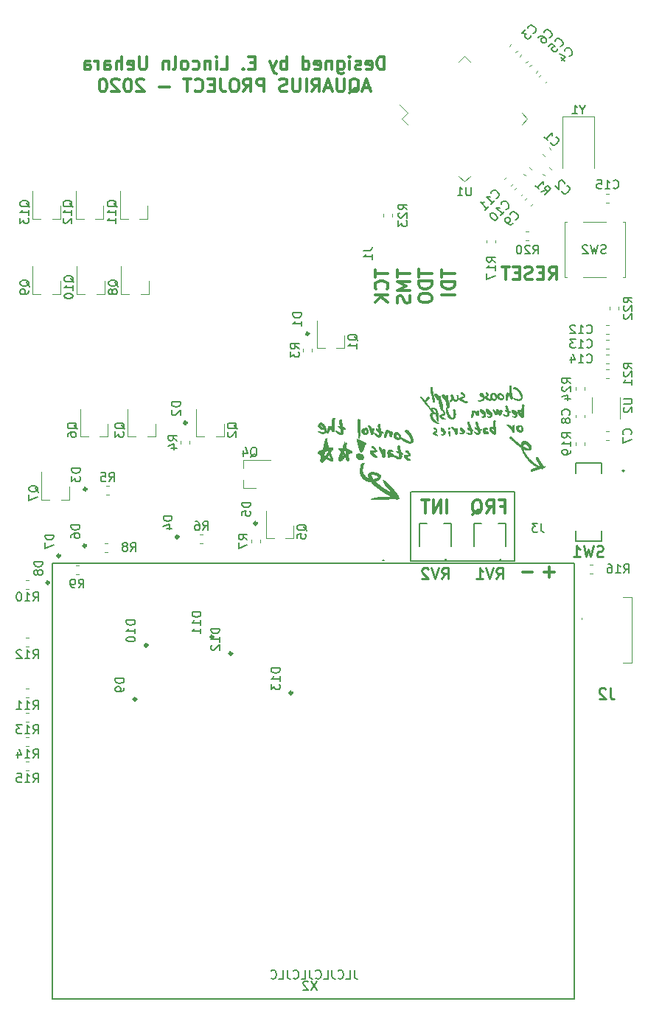
<source format=gbr>
G04 #@! TF.GenerationSoftware,KiCad,Pcbnew,5.1.5-52549c5~84~ubuntu18.04.1*
G04 #@! TF.CreationDate,2020-02-27T22:09:58-03:00*
G04 #@! TF.ProjectId,aquarius,61717561-7269-4757-932e-6b696361645f,0.0.0*
G04 #@! TF.SameCoordinates,Original*
G04 #@! TF.FileFunction,Legend,Bot*
G04 #@! TF.FilePolarity,Positive*
%FSLAX46Y46*%
G04 Gerber Fmt 4.6, Leading zero omitted, Abs format (unit mm)*
G04 Created by KiCad (PCBNEW 5.1.5-52549c5~84~ubuntu18.04.1) date 2020-02-27 22:09:58*
%MOMM*%
%LPD*%
G04 APERTURE LIST*
%ADD10C,0.300000*%
%ADD11C,0.150000*%
%ADD12C,0.010000*%
%ADD13C,0.120000*%
%ADD14C,0.100000*%
%ADD15C,0.254000*%
%ADD16C,0.200000*%
G04 APERTURE END LIST*
D10*
X175323571Y-97008142D02*
X176466428Y-97008142D01*
X177800071Y-97008142D02*
X178942928Y-97008142D01*
X178371500Y-97579571D02*
X178371500Y-96436714D01*
X159454285Y-39281571D02*
X159454285Y-37781571D01*
X159097142Y-37781571D01*
X158882857Y-37853000D01*
X158740000Y-37995857D01*
X158668571Y-38138714D01*
X158597142Y-38424428D01*
X158597142Y-38638714D01*
X158668571Y-38924428D01*
X158740000Y-39067285D01*
X158882857Y-39210142D01*
X159097142Y-39281571D01*
X159454285Y-39281571D01*
X157382857Y-39210142D02*
X157525714Y-39281571D01*
X157811428Y-39281571D01*
X157954285Y-39210142D01*
X158025714Y-39067285D01*
X158025714Y-38495857D01*
X157954285Y-38353000D01*
X157811428Y-38281571D01*
X157525714Y-38281571D01*
X157382857Y-38353000D01*
X157311428Y-38495857D01*
X157311428Y-38638714D01*
X158025714Y-38781571D01*
X156740000Y-39210142D02*
X156597142Y-39281571D01*
X156311428Y-39281571D01*
X156168571Y-39210142D01*
X156097142Y-39067285D01*
X156097142Y-38995857D01*
X156168571Y-38853000D01*
X156311428Y-38781571D01*
X156525714Y-38781571D01*
X156668571Y-38710142D01*
X156740000Y-38567285D01*
X156740000Y-38495857D01*
X156668571Y-38353000D01*
X156525714Y-38281571D01*
X156311428Y-38281571D01*
X156168571Y-38353000D01*
X155454285Y-39281571D02*
X155454285Y-38281571D01*
X155454285Y-37781571D02*
X155525714Y-37853000D01*
X155454285Y-37924428D01*
X155382857Y-37853000D01*
X155454285Y-37781571D01*
X155454285Y-37924428D01*
X154097142Y-38281571D02*
X154097142Y-39495857D01*
X154168571Y-39638714D01*
X154240000Y-39710142D01*
X154382857Y-39781571D01*
X154597142Y-39781571D01*
X154740000Y-39710142D01*
X154097142Y-39210142D02*
X154240000Y-39281571D01*
X154525714Y-39281571D01*
X154668571Y-39210142D01*
X154740000Y-39138714D01*
X154811428Y-38995857D01*
X154811428Y-38567285D01*
X154740000Y-38424428D01*
X154668571Y-38353000D01*
X154525714Y-38281571D01*
X154240000Y-38281571D01*
X154097142Y-38353000D01*
X153382857Y-38281571D02*
X153382857Y-39281571D01*
X153382857Y-38424428D02*
X153311428Y-38353000D01*
X153168571Y-38281571D01*
X152954285Y-38281571D01*
X152811428Y-38353000D01*
X152740000Y-38495857D01*
X152740000Y-39281571D01*
X151454285Y-39210142D02*
X151597142Y-39281571D01*
X151882857Y-39281571D01*
X152025714Y-39210142D01*
X152097142Y-39067285D01*
X152097142Y-38495857D01*
X152025714Y-38353000D01*
X151882857Y-38281571D01*
X151597142Y-38281571D01*
X151454285Y-38353000D01*
X151382857Y-38495857D01*
X151382857Y-38638714D01*
X152097142Y-38781571D01*
X150097142Y-39281571D02*
X150097142Y-37781571D01*
X150097142Y-39210142D02*
X150240000Y-39281571D01*
X150525714Y-39281571D01*
X150668571Y-39210142D01*
X150740000Y-39138714D01*
X150811428Y-38995857D01*
X150811428Y-38567285D01*
X150740000Y-38424428D01*
X150668571Y-38353000D01*
X150525714Y-38281571D01*
X150240000Y-38281571D01*
X150097142Y-38353000D01*
X148240000Y-39281571D02*
X148240000Y-37781571D01*
X148240000Y-38353000D02*
X148097142Y-38281571D01*
X147811428Y-38281571D01*
X147668571Y-38353000D01*
X147597142Y-38424428D01*
X147525714Y-38567285D01*
X147525714Y-38995857D01*
X147597142Y-39138714D01*
X147668571Y-39210142D01*
X147811428Y-39281571D01*
X148097142Y-39281571D01*
X148240000Y-39210142D01*
X147025714Y-38281571D02*
X146668571Y-39281571D01*
X146311428Y-38281571D02*
X146668571Y-39281571D01*
X146811428Y-39638714D01*
X146882857Y-39710142D01*
X147025714Y-39781571D01*
X144597142Y-38495857D02*
X144097142Y-38495857D01*
X143882857Y-39281571D02*
X144597142Y-39281571D01*
X144597142Y-37781571D01*
X143882857Y-37781571D01*
X143240000Y-39138714D02*
X143168571Y-39210142D01*
X143240000Y-39281571D01*
X143311428Y-39210142D01*
X143240000Y-39138714D01*
X143240000Y-39281571D01*
X140668571Y-39281571D02*
X141382857Y-39281571D01*
X141382857Y-37781571D01*
X140168571Y-39281571D02*
X140168571Y-38281571D01*
X140168571Y-37781571D02*
X140240000Y-37853000D01*
X140168571Y-37924428D01*
X140097142Y-37853000D01*
X140168571Y-37781571D01*
X140168571Y-37924428D01*
X139454285Y-38281571D02*
X139454285Y-39281571D01*
X139454285Y-38424428D02*
X139382857Y-38353000D01*
X139240000Y-38281571D01*
X139025714Y-38281571D01*
X138882857Y-38353000D01*
X138811428Y-38495857D01*
X138811428Y-39281571D01*
X137454285Y-39210142D02*
X137597142Y-39281571D01*
X137882857Y-39281571D01*
X138025714Y-39210142D01*
X138097142Y-39138714D01*
X138168571Y-38995857D01*
X138168571Y-38567285D01*
X138097142Y-38424428D01*
X138025714Y-38353000D01*
X137882857Y-38281571D01*
X137597142Y-38281571D01*
X137454285Y-38353000D01*
X136597142Y-39281571D02*
X136740000Y-39210142D01*
X136811428Y-39138714D01*
X136882857Y-38995857D01*
X136882857Y-38567285D01*
X136811428Y-38424428D01*
X136740000Y-38353000D01*
X136597142Y-38281571D01*
X136382857Y-38281571D01*
X136240000Y-38353000D01*
X136168571Y-38424428D01*
X136097142Y-38567285D01*
X136097142Y-38995857D01*
X136168571Y-39138714D01*
X136240000Y-39210142D01*
X136382857Y-39281571D01*
X136597142Y-39281571D01*
X135240000Y-39281571D02*
X135382857Y-39210142D01*
X135454285Y-39067285D01*
X135454285Y-37781571D01*
X134668571Y-38281571D02*
X134668571Y-39281571D01*
X134668571Y-38424428D02*
X134597142Y-38353000D01*
X134454285Y-38281571D01*
X134240000Y-38281571D01*
X134097142Y-38353000D01*
X134025714Y-38495857D01*
X134025714Y-39281571D01*
X132168571Y-37781571D02*
X132168571Y-38995857D01*
X132097142Y-39138714D01*
X132025714Y-39210142D01*
X131882857Y-39281571D01*
X131597142Y-39281571D01*
X131454285Y-39210142D01*
X131382857Y-39138714D01*
X131311428Y-38995857D01*
X131311428Y-37781571D01*
X130025714Y-39210142D02*
X130168571Y-39281571D01*
X130454285Y-39281571D01*
X130597142Y-39210142D01*
X130668571Y-39067285D01*
X130668571Y-38495857D01*
X130597142Y-38353000D01*
X130454285Y-38281571D01*
X130168571Y-38281571D01*
X130025714Y-38353000D01*
X129954285Y-38495857D01*
X129954285Y-38638714D01*
X130668571Y-38781571D01*
X129311428Y-39281571D02*
X129311428Y-37781571D01*
X128668571Y-39281571D02*
X128668571Y-38495857D01*
X128740000Y-38353000D01*
X128882857Y-38281571D01*
X129097142Y-38281571D01*
X129240000Y-38353000D01*
X129311428Y-38424428D01*
X127311428Y-39281571D02*
X127311428Y-38495857D01*
X127382857Y-38353000D01*
X127525714Y-38281571D01*
X127811428Y-38281571D01*
X127954285Y-38353000D01*
X127311428Y-39210142D02*
X127454285Y-39281571D01*
X127811428Y-39281571D01*
X127954285Y-39210142D01*
X128025714Y-39067285D01*
X128025714Y-38924428D01*
X127954285Y-38781571D01*
X127811428Y-38710142D01*
X127454285Y-38710142D01*
X127311428Y-38638714D01*
X126597142Y-39281571D02*
X126597142Y-38281571D01*
X126597142Y-38567285D02*
X126525714Y-38424428D01*
X126454285Y-38353000D01*
X126311428Y-38281571D01*
X126168571Y-38281571D01*
X125025714Y-39281571D02*
X125025714Y-38495857D01*
X125097142Y-38353000D01*
X125240000Y-38281571D01*
X125525714Y-38281571D01*
X125668571Y-38353000D01*
X125025714Y-39210142D02*
X125168571Y-39281571D01*
X125525714Y-39281571D01*
X125668571Y-39210142D01*
X125740000Y-39067285D01*
X125740000Y-38924428D01*
X125668571Y-38781571D01*
X125525714Y-38710142D01*
X125168571Y-38710142D01*
X125025714Y-38638714D01*
X157775714Y-41403000D02*
X157061428Y-41403000D01*
X157918571Y-41831571D02*
X157418571Y-40331571D01*
X156918571Y-41831571D01*
X155418571Y-41974428D02*
X155561428Y-41903000D01*
X155704285Y-41760142D01*
X155918571Y-41545857D01*
X156061428Y-41474428D01*
X156204285Y-41474428D01*
X156132857Y-41831571D02*
X156275714Y-41760142D01*
X156418571Y-41617285D01*
X156490000Y-41331571D01*
X156490000Y-40831571D01*
X156418571Y-40545857D01*
X156275714Y-40403000D01*
X156132857Y-40331571D01*
X155847142Y-40331571D01*
X155704285Y-40403000D01*
X155561428Y-40545857D01*
X155490000Y-40831571D01*
X155490000Y-41331571D01*
X155561428Y-41617285D01*
X155704285Y-41760142D01*
X155847142Y-41831571D01*
X156132857Y-41831571D01*
X154847142Y-40331571D02*
X154847142Y-41545857D01*
X154775714Y-41688714D01*
X154704285Y-41760142D01*
X154561428Y-41831571D01*
X154275714Y-41831571D01*
X154132857Y-41760142D01*
X154061428Y-41688714D01*
X153990000Y-41545857D01*
X153990000Y-40331571D01*
X153347142Y-41403000D02*
X152632857Y-41403000D01*
X153490000Y-41831571D02*
X152990000Y-40331571D01*
X152490000Y-41831571D01*
X151132857Y-41831571D02*
X151632857Y-41117285D01*
X151990000Y-41831571D02*
X151990000Y-40331571D01*
X151418571Y-40331571D01*
X151275714Y-40403000D01*
X151204285Y-40474428D01*
X151132857Y-40617285D01*
X151132857Y-40831571D01*
X151204285Y-40974428D01*
X151275714Y-41045857D01*
X151418571Y-41117285D01*
X151990000Y-41117285D01*
X150490000Y-41831571D02*
X150490000Y-40331571D01*
X149775714Y-40331571D02*
X149775714Y-41545857D01*
X149704285Y-41688714D01*
X149632857Y-41760142D01*
X149490000Y-41831571D01*
X149204285Y-41831571D01*
X149061428Y-41760142D01*
X148990000Y-41688714D01*
X148918571Y-41545857D01*
X148918571Y-40331571D01*
X148275714Y-41760142D02*
X148061428Y-41831571D01*
X147704285Y-41831571D01*
X147561428Y-41760142D01*
X147490000Y-41688714D01*
X147418571Y-41545857D01*
X147418571Y-41403000D01*
X147490000Y-41260142D01*
X147561428Y-41188714D01*
X147704285Y-41117285D01*
X147990000Y-41045857D01*
X148132857Y-40974428D01*
X148204285Y-40903000D01*
X148275714Y-40760142D01*
X148275714Y-40617285D01*
X148204285Y-40474428D01*
X148132857Y-40403000D01*
X147990000Y-40331571D01*
X147632857Y-40331571D01*
X147418571Y-40403000D01*
X145632857Y-41831571D02*
X145632857Y-40331571D01*
X145061428Y-40331571D01*
X144918571Y-40403000D01*
X144847142Y-40474428D01*
X144775714Y-40617285D01*
X144775714Y-40831571D01*
X144847142Y-40974428D01*
X144918571Y-41045857D01*
X145061428Y-41117285D01*
X145632857Y-41117285D01*
X143275714Y-41831571D02*
X143775714Y-41117285D01*
X144132857Y-41831571D02*
X144132857Y-40331571D01*
X143561428Y-40331571D01*
X143418571Y-40403000D01*
X143347142Y-40474428D01*
X143275714Y-40617285D01*
X143275714Y-40831571D01*
X143347142Y-40974428D01*
X143418571Y-41045857D01*
X143561428Y-41117285D01*
X144132857Y-41117285D01*
X142347142Y-40331571D02*
X142061428Y-40331571D01*
X141918571Y-40403000D01*
X141775714Y-40545857D01*
X141704285Y-40831571D01*
X141704285Y-41331571D01*
X141775714Y-41617285D01*
X141918571Y-41760142D01*
X142061428Y-41831571D01*
X142347142Y-41831571D01*
X142490000Y-41760142D01*
X142632857Y-41617285D01*
X142704285Y-41331571D01*
X142704285Y-40831571D01*
X142632857Y-40545857D01*
X142490000Y-40403000D01*
X142347142Y-40331571D01*
X140632857Y-40331571D02*
X140632857Y-41403000D01*
X140704285Y-41617285D01*
X140847142Y-41760142D01*
X141061428Y-41831571D01*
X141204285Y-41831571D01*
X139918571Y-41045857D02*
X139418571Y-41045857D01*
X139204285Y-41831571D02*
X139918571Y-41831571D01*
X139918571Y-40331571D01*
X139204285Y-40331571D01*
X137704285Y-41688714D02*
X137775714Y-41760142D01*
X137990000Y-41831571D01*
X138132857Y-41831571D01*
X138347142Y-41760142D01*
X138490000Y-41617285D01*
X138561428Y-41474428D01*
X138632857Y-41188714D01*
X138632857Y-40974428D01*
X138561428Y-40688714D01*
X138490000Y-40545857D01*
X138347142Y-40403000D01*
X138132857Y-40331571D01*
X137990000Y-40331571D01*
X137775714Y-40403000D01*
X137704285Y-40474428D01*
X137275714Y-40331571D02*
X136418571Y-40331571D01*
X136847142Y-41831571D02*
X136847142Y-40331571D01*
X134775714Y-41260142D02*
X133632857Y-41260142D01*
X131847142Y-40474428D02*
X131775714Y-40403000D01*
X131632857Y-40331571D01*
X131275714Y-40331571D01*
X131132857Y-40403000D01*
X131061428Y-40474428D01*
X130990000Y-40617285D01*
X130990000Y-40760142D01*
X131061428Y-40974428D01*
X131918571Y-41831571D01*
X130990000Y-41831571D01*
X130061428Y-40331571D02*
X129918571Y-40331571D01*
X129775714Y-40403000D01*
X129704285Y-40474428D01*
X129632857Y-40617285D01*
X129561428Y-40903000D01*
X129561428Y-41260142D01*
X129632857Y-41545857D01*
X129704285Y-41688714D01*
X129775714Y-41760142D01*
X129918571Y-41831571D01*
X130061428Y-41831571D01*
X130204285Y-41760142D01*
X130275714Y-41688714D01*
X130347142Y-41545857D01*
X130418571Y-41260142D01*
X130418571Y-40903000D01*
X130347142Y-40617285D01*
X130275714Y-40474428D01*
X130204285Y-40403000D01*
X130061428Y-40331571D01*
X128990000Y-40474428D02*
X128918571Y-40403000D01*
X128775714Y-40331571D01*
X128418571Y-40331571D01*
X128275714Y-40403000D01*
X128204285Y-40474428D01*
X128132857Y-40617285D01*
X128132857Y-40760142D01*
X128204285Y-40974428D01*
X129061428Y-41831571D01*
X128132857Y-41831571D01*
X127204285Y-40331571D02*
X127061428Y-40331571D01*
X126918571Y-40403000D01*
X126847142Y-40474428D01*
X126775714Y-40617285D01*
X126704285Y-40903000D01*
X126704285Y-41260142D01*
X126775714Y-41545857D01*
X126847142Y-41688714D01*
X126918571Y-41760142D01*
X127061428Y-41831571D01*
X127204285Y-41831571D01*
X127347142Y-41760142D01*
X127418571Y-41688714D01*
X127490000Y-41545857D01*
X127561428Y-41260142D01*
X127561428Y-40903000D01*
X127490000Y-40617285D01*
X127418571Y-40474428D01*
X127347142Y-40403000D01*
X127204285Y-40331571D01*
D11*
X159258000Y-95631000D02*
X159385000Y-95631000D01*
X162433000Y-87757000D02*
X162433000Y-95758000D01*
X159385000Y-87630000D02*
X159258000Y-87630000D01*
X174371000Y-87757000D02*
X162560000Y-87757000D01*
X174371000Y-95758000D02*
X174371000Y-87757000D01*
X162560000Y-95758000D02*
X174371000Y-95758000D01*
D10*
X178391071Y-63416571D02*
X178891071Y-62702285D01*
X179248214Y-63416571D02*
X179248214Y-61916571D01*
X178676785Y-61916571D01*
X178533928Y-61988000D01*
X178462500Y-62059428D01*
X178391071Y-62202285D01*
X178391071Y-62416571D01*
X178462500Y-62559428D01*
X178533928Y-62630857D01*
X178676785Y-62702285D01*
X179248214Y-62702285D01*
X177748214Y-62630857D02*
X177248214Y-62630857D01*
X177033928Y-63416571D02*
X177748214Y-63416571D01*
X177748214Y-61916571D01*
X177033928Y-61916571D01*
X176462500Y-63345142D02*
X176248214Y-63416571D01*
X175891071Y-63416571D01*
X175748214Y-63345142D01*
X175676785Y-63273714D01*
X175605357Y-63130857D01*
X175605357Y-62988000D01*
X175676785Y-62845142D01*
X175748214Y-62773714D01*
X175891071Y-62702285D01*
X176176785Y-62630857D01*
X176319642Y-62559428D01*
X176391071Y-62488000D01*
X176462500Y-62345142D01*
X176462500Y-62202285D01*
X176391071Y-62059428D01*
X176319642Y-61988000D01*
X176176785Y-61916571D01*
X175819642Y-61916571D01*
X175605357Y-61988000D01*
X174962500Y-62630857D02*
X174462500Y-62630857D01*
X174248214Y-63416571D02*
X174962500Y-63416571D01*
X174962500Y-61916571D01*
X174248214Y-61916571D01*
X173819642Y-61916571D02*
X172962500Y-61916571D01*
X173391071Y-63416571D02*
X173391071Y-61916571D01*
X166647642Y-90213571D02*
X166647642Y-88713571D01*
X165933357Y-90213571D02*
X165933357Y-88713571D01*
X165076214Y-90213571D01*
X165076214Y-88713571D01*
X164576214Y-88713571D02*
X163719071Y-88713571D01*
X164147642Y-90213571D02*
X164147642Y-88713571D01*
X172834928Y-89427857D02*
X173334928Y-89427857D01*
X173334928Y-90213571D02*
X173334928Y-88713571D01*
X172620642Y-88713571D01*
X171192071Y-90213571D02*
X171692071Y-89499285D01*
X172049214Y-90213571D02*
X172049214Y-88713571D01*
X171477785Y-88713571D01*
X171334928Y-88785000D01*
X171263500Y-88856428D01*
X171192071Y-88999285D01*
X171192071Y-89213571D01*
X171263500Y-89356428D01*
X171334928Y-89427857D01*
X171477785Y-89499285D01*
X172049214Y-89499285D01*
X169549214Y-90356428D02*
X169692071Y-90285000D01*
X169834928Y-90142142D01*
X170049214Y-89927857D01*
X170192071Y-89856428D01*
X170334928Y-89856428D01*
X170263500Y-90213571D02*
X170406357Y-90142142D01*
X170549214Y-89999285D01*
X170620642Y-89713571D01*
X170620642Y-89213571D01*
X170549214Y-88927857D01*
X170406357Y-88785000D01*
X170263500Y-88713571D01*
X169977785Y-88713571D01*
X169834928Y-88785000D01*
X169692071Y-88927857D01*
X169620642Y-89213571D01*
X169620642Y-89713571D01*
X169692071Y-89999285D01*
X169834928Y-90142142D01*
X169977785Y-90213571D01*
X170263500Y-90213571D01*
X158373071Y-62269928D02*
X158373071Y-63127071D01*
X159873071Y-62698500D02*
X158373071Y-62698500D01*
X159730214Y-64484214D02*
X159801642Y-64412785D01*
X159873071Y-64198500D01*
X159873071Y-64055642D01*
X159801642Y-63841357D01*
X159658785Y-63698500D01*
X159515928Y-63627071D01*
X159230214Y-63555642D01*
X159015928Y-63555642D01*
X158730214Y-63627071D01*
X158587357Y-63698500D01*
X158444500Y-63841357D01*
X158373071Y-64055642D01*
X158373071Y-64198500D01*
X158444500Y-64412785D01*
X158515928Y-64484214D01*
X159873071Y-65127071D02*
X158373071Y-65127071D01*
X159873071Y-65984214D02*
X159015928Y-65341357D01*
X158373071Y-65984214D02*
X159230214Y-65127071D01*
X160913071Y-62262000D02*
X160913071Y-63119142D01*
X162413071Y-62690571D02*
X160913071Y-62690571D01*
X162413071Y-63619142D02*
X160913071Y-63619142D01*
X161984500Y-64119142D01*
X160913071Y-64619142D01*
X162413071Y-64619142D01*
X162341642Y-65262000D02*
X162413071Y-65476285D01*
X162413071Y-65833428D01*
X162341642Y-65976285D01*
X162270214Y-66047714D01*
X162127357Y-66119142D01*
X161984500Y-66119142D01*
X161841642Y-66047714D01*
X161770214Y-65976285D01*
X161698785Y-65833428D01*
X161627357Y-65547714D01*
X161555928Y-65404857D01*
X161484500Y-65333428D01*
X161341642Y-65262000D01*
X161198785Y-65262000D01*
X161055928Y-65333428D01*
X160984500Y-65404857D01*
X160913071Y-65547714D01*
X160913071Y-65904857D01*
X160984500Y-66119142D01*
X163389571Y-62234214D02*
X163389571Y-63091357D01*
X164889571Y-62662785D02*
X163389571Y-62662785D01*
X164889571Y-63591357D02*
X163389571Y-63591357D01*
X163389571Y-63948500D01*
X163461000Y-64162785D01*
X163603857Y-64305642D01*
X163746714Y-64377071D01*
X164032428Y-64448500D01*
X164246714Y-64448500D01*
X164532428Y-64377071D01*
X164675285Y-64305642D01*
X164818142Y-64162785D01*
X164889571Y-63948500D01*
X164889571Y-63591357D01*
X163389571Y-65377071D02*
X163389571Y-65662785D01*
X163461000Y-65805642D01*
X163603857Y-65948500D01*
X163889571Y-66019928D01*
X164389571Y-66019928D01*
X164675285Y-65948500D01*
X164818142Y-65805642D01*
X164889571Y-65662785D01*
X164889571Y-65377071D01*
X164818142Y-65234214D01*
X164675285Y-65091357D01*
X164389571Y-65019928D01*
X163889571Y-65019928D01*
X163603857Y-65091357D01*
X163461000Y-65234214D01*
X163389571Y-65377071D01*
X166056571Y-62281785D02*
X166056571Y-63138928D01*
X167556571Y-62710357D02*
X166056571Y-62710357D01*
X167556571Y-63638928D02*
X166056571Y-63638928D01*
X166056571Y-63996071D01*
X166128000Y-64210357D01*
X166270857Y-64353214D01*
X166413714Y-64424642D01*
X166699428Y-64496071D01*
X166913714Y-64496071D01*
X167199428Y-64424642D01*
X167342285Y-64353214D01*
X167485142Y-64210357D01*
X167556571Y-63996071D01*
X167556571Y-63638928D01*
X167556571Y-65138928D02*
X166056571Y-65138928D01*
D11*
X121300000Y-96020000D02*
X181300000Y-96020000D01*
X181300000Y-96020000D02*
X181300000Y-146020000D01*
X121300000Y-146020000D02*
X181300000Y-146020000D01*
X121300000Y-96020000D02*
X121300000Y-146020000D01*
D12*
G36*
X172690442Y-76411810D02*
G01*
X172652912Y-76414708D01*
X172626531Y-76419796D01*
X172605523Y-76428597D01*
X172590380Y-76438154D01*
X172530028Y-76486962D01*
X172476177Y-76543706D01*
X172432520Y-76604114D01*
X172409540Y-76647326D01*
X172401517Y-76677335D01*
X172397611Y-76718561D01*
X172397766Y-76765805D01*
X172401923Y-76813866D01*
X172410026Y-76857545D01*
X172411929Y-76864647D01*
X172436415Y-76924467D01*
X172473667Y-76981632D01*
X172519812Y-77030315D01*
X172524843Y-77034554D01*
X172549529Y-77055343D01*
X172571432Y-77074550D01*
X172581575Y-77083955D01*
X172598326Y-77096165D01*
X172624418Y-77110998D01*
X172654584Y-77125930D01*
X172683555Y-77138439D01*
X172706067Y-77146003D01*
X172713500Y-77147143D01*
X172729495Y-77151725D01*
X172742084Y-77158795D01*
X172767295Y-77169022D01*
X172804404Y-77174701D01*
X172848901Y-77175488D01*
X172896274Y-77171039D01*
X172898351Y-77170718D01*
X172956701Y-77153456D01*
X173013199Y-77121508D01*
X173065069Y-77077099D01*
X173109535Y-77022456D01*
X173133283Y-76982251D01*
X173144872Y-76957141D01*
X173150624Y-76935375D01*
X173151362Y-76917778D01*
X173040494Y-76917778D01*
X173032681Y-76941070D01*
X173031513Y-76942503D01*
X173018717Y-76960336D01*
X173006700Y-76981104D01*
X172987724Y-77003877D01*
X172957877Y-77024963D01*
X172923166Y-77041263D01*
X172889600Y-77049675D01*
X172873614Y-77049793D01*
X172846285Y-77046453D01*
X172813254Y-77042395D01*
X172801138Y-77040901D01*
X172758491Y-77028661D01*
X172712935Y-77003846D01*
X172668096Y-76969508D01*
X172627603Y-76928698D01*
X172595086Y-76884469D01*
X172579649Y-76854633D01*
X172567619Y-76825679D01*
X172561072Y-76806322D01*
X172558998Y-76790516D01*
X172560386Y-76772214D01*
X172562908Y-76754462D01*
X172569377Y-76719526D01*
X172578686Y-76694761D01*
X172594259Y-76673413D01*
X172613785Y-76654012D01*
X172649797Y-76623737D01*
X172682638Y-76605097D01*
X172717476Y-76596569D01*
X172759479Y-76596631D01*
X172794552Y-76600771D01*
X172823951Y-76607041D01*
X172839657Y-76615945D01*
X172843822Y-76623095D01*
X172853927Y-76635129D01*
X172876002Y-76638967D01*
X172877363Y-76638974D01*
X172899979Y-76642426D01*
X172910602Y-76653971D01*
X172910964Y-76655039D01*
X172919702Y-76670740D01*
X172935790Y-76691591D01*
X172943772Y-76700485D01*
X172961280Y-76722613D01*
X172981838Y-76753814D01*
X173001345Y-76787808D01*
X173003558Y-76792044D01*
X173025532Y-76841114D01*
X173037977Y-76883742D01*
X173040494Y-76917778D01*
X173151362Y-76917778D01*
X173151695Y-76909864D01*
X173149844Y-76880618D01*
X173146098Y-76840044D01*
X173141802Y-76810644D01*
X173135398Y-76786681D01*
X173125327Y-76762420D01*
X173110030Y-76732125D01*
X173108912Y-76729990D01*
X173080495Y-76677676D01*
X173056434Y-76638423D01*
X173034617Y-76609637D01*
X173012935Y-76588723D01*
X172989276Y-76573087D01*
X172975727Y-76566289D01*
X172943730Y-76548276D01*
X172913172Y-76525920D01*
X172898537Y-76512280D01*
X172873526Y-76490010D01*
X172841708Y-76467778D01*
X172822383Y-76456812D01*
X172796037Y-76442286D01*
X172775450Y-76428700D01*
X172766738Y-76420856D01*
X172757885Y-76414421D01*
X172741029Y-76411237D01*
X172712740Y-76410899D01*
X172690442Y-76411810D01*
G37*
X172690442Y-76411810D02*
X172652912Y-76414708D01*
X172626531Y-76419796D01*
X172605523Y-76428597D01*
X172590380Y-76438154D01*
X172530028Y-76486962D01*
X172476177Y-76543706D01*
X172432520Y-76604114D01*
X172409540Y-76647326D01*
X172401517Y-76677335D01*
X172397611Y-76718561D01*
X172397766Y-76765805D01*
X172401923Y-76813866D01*
X172410026Y-76857545D01*
X172411929Y-76864647D01*
X172436415Y-76924467D01*
X172473667Y-76981632D01*
X172519812Y-77030315D01*
X172524843Y-77034554D01*
X172549529Y-77055343D01*
X172571432Y-77074550D01*
X172581575Y-77083955D01*
X172598326Y-77096165D01*
X172624418Y-77110998D01*
X172654584Y-77125930D01*
X172683555Y-77138439D01*
X172706067Y-77146003D01*
X172713500Y-77147143D01*
X172729495Y-77151725D01*
X172742084Y-77158795D01*
X172767295Y-77169022D01*
X172804404Y-77174701D01*
X172848901Y-77175488D01*
X172896274Y-77171039D01*
X172898351Y-77170718D01*
X172956701Y-77153456D01*
X173013199Y-77121508D01*
X173065069Y-77077099D01*
X173109535Y-77022456D01*
X173133283Y-76982251D01*
X173144872Y-76957141D01*
X173150624Y-76935375D01*
X173151362Y-76917778D01*
X173040494Y-76917778D01*
X173032681Y-76941070D01*
X173031513Y-76942503D01*
X173018717Y-76960336D01*
X173006700Y-76981104D01*
X172987724Y-77003877D01*
X172957877Y-77024963D01*
X172923166Y-77041263D01*
X172889600Y-77049675D01*
X172873614Y-77049793D01*
X172846285Y-77046453D01*
X172813254Y-77042395D01*
X172801138Y-77040901D01*
X172758491Y-77028661D01*
X172712935Y-77003846D01*
X172668096Y-76969508D01*
X172627603Y-76928698D01*
X172595086Y-76884469D01*
X172579649Y-76854633D01*
X172567619Y-76825679D01*
X172561072Y-76806322D01*
X172558998Y-76790516D01*
X172560386Y-76772214D01*
X172562908Y-76754462D01*
X172569377Y-76719526D01*
X172578686Y-76694761D01*
X172594259Y-76673413D01*
X172613785Y-76654012D01*
X172649797Y-76623737D01*
X172682638Y-76605097D01*
X172717476Y-76596569D01*
X172759479Y-76596631D01*
X172794552Y-76600771D01*
X172823951Y-76607041D01*
X172839657Y-76615945D01*
X172843822Y-76623095D01*
X172853927Y-76635129D01*
X172876002Y-76638967D01*
X172877363Y-76638974D01*
X172899979Y-76642426D01*
X172910602Y-76653971D01*
X172910964Y-76655039D01*
X172919702Y-76670740D01*
X172935790Y-76691591D01*
X172943772Y-76700485D01*
X172961280Y-76722613D01*
X172981838Y-76753814D01*
X173001345Y-76787808D01*
X173003558Y-76792044D01*
X173025532Y-76841114D01*
X173037977Y-76883742D01*
X173040494Y-76917778D01*
X173151362Y-76917778D01*
X173151695Y-76909864D01*
X173149844Y-76880618D01*
X173146098Y-76840044D01*
X173141802Y-76810644D01*
X173135398Y-76786681D01*
X173125327Y-76762420D01*
X173110030Y-76732125D01*
X173108912Y-76729990D01*
X173080495Y-76677676D01*
X173056434Y-76638423D01*
X173034617Y-76609637D01*
X173012935Y-76588723D01*
X172989276Y-76573087D01*
X172975727Y-76566289D01*
X172943730Y-76548276D01*
X172913172Y-76525920D01*
X172898537Y-76512280D01*
X172873526Y-76490010D01*
X172841708Y-76467778D01*
X172822383Y-76456812D01*
X172796037Y-76442286D01*
X172775450Y-76428700D01*
X172766738Y-76420856D01*
X172757885Y-76414421D01*
X172741029Y-76411237D01*
X172712740Y-76410899D01*
X172690442Y-76411810D01*
G36*
X171139770Y-76375841D02*
G01*
X171108870Y-76382277D01*
X171096618Y-76387837D01*
X171087823Y-76399254D01*
X171078806Y-76419415D01*
X171077997Y-76421789D01*
X171073435Y-76452224D01*
X171077965Y-76481696D01*
X171089909Y-76505330D01*
X171107588Y-76518251D01*
X171111482Y-76519095D01*
X171132876Y-76525207D01*
X171144682Y-76531799D01*
X171161787Y-76550640D01*
X171179516Y-76577643D01*
X171194528Y-76606743D01*
X171203478Y-76631872D01*
X171204639Y-76640608D01*
X171197133Y-76665928D01*
X171175927Y-76695531D01*
X171142986Y-76727262D01*
X171100279Y-76758964D01*
X171091495Y-76764634D01*
X171050597Y-76794344D01*
X171016334Y-76826737D01*
X170991184Y-76858911D01*
X170977626Y-76887969D01*
X170975963Y-76899802D01*
X170981730Y-76935061D01*
X170996649Y-76970567D01*
X171017147Y-76997871D01*
X171017611Y-76998294D01*
X171030646Y-77013608D01*
X171035249Y-77024975D01*
X171042574Y-77034094D01*
X171060238Y-77041181D01*
X171060673Y-77041278D01*
X171081037Y-77050212D01*
X171106117Y-77067182D01*
X171122077Y-77080777D01*
X171150098Y-77103816D01*
X171181236Y-77124573D01*
X171196170Y-77132580D01*
X171226533Y-77148629D01*
X171256186Y-77167044D01*
X171263926Y-77172529D01*
X171319356Y-77203649D01*
X171382498Y-77222716D01*
X171408490Y-77229861D01*
X171430194Y-77238587D01*
X171430641Y-77238825D01*
X171459874Y-77246749D01*
X171500147Y-77246513D01*
X171547830Y-77238420D01*
X171592118Y-77225363D01*
X171621811Y-77213556D01*
X171643458Y-77202316D01*
X171653295Y-77193650D01*
X171653522Y-77192586D01*
X171645738Y-77178144D01*
X171625007Y-77164527D01*
X171595257Y-77153997D01*
X171581531Y-77151125D01*
X171495762Y-77128694D01*
X171412047Y-77091810D01*
X171335056Y-77042752D01*
X171299410Y-77013353D01*
X171273451Y-76992985D01*
X171243181Y-76973313D01*
X171234883Y-76968677D01*
X171207883Y-76949824D01*
X171186916Y-76927156D01*
X171183338Y-76921366D01*
X171169322Y-76901501D01*
X171154566Y-76889225D01*
X171152584Y-76888431D01*
X171138912Y-76877745D01*
X171139552Y-76861654D01*
X171148990Y-76849199D01*
X171160778Y-76839713D01*
X171182832Y-76823132D01*
X171211570Y-76802118D01*
X171232354Y-76787190D01*
X171279129Y-76751649D01*
X171312728Y-76720205D01*
X171335365Y-76689882D01*
X171349256Y-76657704D01*
X171356616Y-76620696D01*
X171356679Y-76620170D01*
X171359133Y-76593525D01*
X171358241Y-76572636D01*
X171352746Y-76551709D01*
X171341392Y-76524947D01*
X171331563Y-76504337D01*
X171309264Y-76461991D01*
X171287388Y-76427108D01*
X171267603Y-76401915D01*
X171251583Y-76388636D01*
X171243817Y-76387501D01*
X171230116Y-76387081D01*
X171208540Y-76381790D01*
X171203943Y-76380264D01*
X171174221Y-76374975D01*
X171139770Y-76375841D01*
G37*
X171139770Y-76375841D02*
X171108870Y-76382277D01*
X171096618Y-76387837D01*
X171087823Y-76399254D01*
X171078806Y-76419415D01*
X171077997Y-76421789D01*
X171073435Y-76452224D01*
X171077965Y-76481696D01*
X171089909Y-76505330D01*
X171107588Y-76518251D01*
X171111482Y-76519095D01*
X171132876Y-76525207D01*
X171144682Y-76531799D01*
X171161787Y-76550640D01*
X171179516Y-76577643D01*
X171194528Y-76606743D01*
X171203478Y-76631872D01*
X171204639Y-76640608D01*
X171197133Y-76665928D01*
X171175927Y-76695531D01*
X171142986Y-76727262D01*
X171100279Y-76758964D01*
X171091495Y-76764634D01*
X171050597Y-76794344D01*
X171016334Y-76826737D01*
X170991184Y-76858911D01*
X170977626Y-76887969D01*
X170975963Y-76899802D01*
X170981730Y-76935061D01*
X170996649Y-76970567D01*
X171017147Y-76997871D01*
X171017611Y-76998294D01*
X171030646Y-77013608D01*
X171035249Y-77024975D01*
X171042574Y-77034094D01*
X171060238Y-77041181D01*
X171060673Y-77041278D01*
X171081037Y-77050212D01*
X171106117Y-77067182D01*
X171122077Y-77080777D01*
X171150098Y-77103816D01*
X171181236Y-77124573D01*
X171196170Y-77132580D01*
X171226533Y-77148629D01*
X171256186Y-77167044D01*
X171263926Y-77172529D01*
X171319356Y-77203649D01*
X171382498Y-77222716D01*
X171408490Y-77229861D01*
X171430194Y-77238587D01*
X171430641Y-77238825D01*
X171459874Y-77246749D01*
X171500147Y-77246513D01*
X171547830Y-77238420D01*
X171592118Y-77225363D01*
X171621811Y-77213556D01*
X171643458Y-77202316D01*
X171653295Y-77193650D01*
X171653522Y-77192586D01*
X171645738Y-77178144D01*
X171625007Y-77164527D01*
X171595257Y-77153997D01*
X171581531Y-77151125D01*
X171495762Y-77128694D01*
X171412047Y-77091810D01*
X171335056Y-77042752D01*
X171299410Y-77013353D01*
X171273451Y-76992985D01*
X171243181Y-76973313D01*
X171234883Y-76968677D01*
X171207883Y-76949824D01*
X171186916Y-76927156D01*
X171183338Y-76921366D01*
X171169322Y-76901501D01*
X171154566Y-76889225D01*
X171152584Y-76888431D01*
X171138912Y-76877745D01*
X171139552Y-76861654D01*
X171148990Y-76849199D01*
X171160778Y-76839713D01*
X171182832Y-76823132D01*
X171211570Y-76802118D01*
X171232354Y-76787190D01*
X171279129Y-76751649D01*
X171312728Y-76720205D01*
X171335365Y-76689882D01*
X171349256Y-76657704D01*
X171356616Y-76620696D01*
X171356679Y-76620170D01*
X171359133Y-76593525D01*
X171358241Y-76572636D01*
X171352746Y-76551709D01*
X171341392Y-76524947D01*
X171331563Y-76504337D01*
X171309264Y-76461991D01*
X171287388Y-76427108D01*
X171267603Y-76401915D01*
X171251583Y-76388636D01*
X171243817Y-76387501D01*
X171230116Y-76387081D01*
X171208540Y-76381790D01*
X171203943Y-76380264D01*
X171174221Y-76374975D01*
X171139770Y-76375841D01*
G36*
X171887679Y-76393226D02*
G01*
X171854215Y-76401475D01*
X171821389Y-76417377D01*
X171785754Y-76442693D01*
X171743864Y-76479185D01*
X171733482Y-76488874D01*
X171681309Y-76548846D01*
X171639542Y-76621013D01*
X171607647Y-76706316D01*
X171605093Y-76715199D01*
X171595567Y-76764870D01*
X171591788Y-76821178D01*
X171593633Y-76878065D01*
X171600981Y-76929470D01*
X171610042Y-76960815D01*
X171619921Y-76988824D01*
X171626484Y-77012287D01*
X171628109Y-77022869D01*
X171634316Y-77036975D01*
X171651060Y-77058712D01*
X171675533Y-77085276D01*
X171704929Y-77113862D01*
X171736440Y-77141667D01*
X171767259Y-77165887D01*
X171780564Y-77175141D01*
X171841801Y-77208235D01*
X171907881Y-77231138D01*
X171975125Y-77243304D01*
X172039855Y-77244184D01*
X172098392Y-77233231D01*
X172118990Y-77225527D01*
X172151161Y-77208773D01*
X172182288Y-77188411D01*
X172196173Y-77177249D01*
X172216991Y-77159186D01*
X172234263Y-77145468D01*
X172239536Y-77141861D01*
X172252763Y-77129127D01*
X172270723Y-77105753D01*
X172290523Y-77076224D01*
X172309272Y-77045027D01*
X172324077Y-77016646D01*
X172330633Y-77000589D01*
X172341011Y-76949621D01*
X172341936Y-76919424D01*
X172214591Y-76919424D01*
X172209311Y-76972050D01*
X172187348Y-77023689D01*
X172165926Y-77054291D01*
X172143613Y-77075918D01*
X172115402Y-77095179D01*
X172085896Y-77109789D01*
X172059701Y-77117462D01*
X172041581Y-77116002D01*
X172030608Y-77113646D01*
X172008187Y-77110674D01*
X171986530Y-77108434D01*
X171935422Y-77097614D01*
X171905083Y-77082778D01*
X171879810Y-77064696D01*
X171853727Y-77043653D01*
X171830373Y-77022822D01*
X171813292Y-77005378D01*
X171806025Y-76994493D01*
X171805973Y-76993958D01*
X171802677Y-76982980D01*
X171794092Y-76961595D01*
X171783670Y-76937966D01*
X171772704Y-76912187D01*
X171766508Y-76890472D01*
X171764217Y-76866797D01*
X171764968Y-76835136D01*
X171766126Y-76815756D01*
X171770709Y-76770405D01*
X171779247Y-76733077D01*
X171793817Y-76699143D01*
X171816495Y-76663970D01*
X171849360Y-76622928D01*
X171856206Y-76614922D01*
X171896925Y-76572335D01*
X171932663Y-76545260D01*
X171964153Y-76533261D01*
X171990382Y-76535289D01*
X172008565Y-76546771D01*
X172013292Y-76563237D01*
X172020872Y-76583400D01*
X172037310Y-76595075D01*
X172055694Y-76606859D01*
X172065742Y-76618523D01*
X172075682Y-76629304D01*
X172080610Y-76630504D01*
X172094303Y-76637772D01*
X172112000Y-76657139D01*
X172131477Y-76684955D01*
X172150507Y-76717568D01*
X172166863Y-76751329D01*
X172178321Y-76782584D01*
X172181486Y-76795961D01*
X172187051Y-76818265D01*
X172196452Y-76848003D01*
X172203061Y-76866453D01*
X172214591Y-76919424D01*
X172341936Y-76919424D01*
X172342794Y-76891427D01*
X172335987Y-76833374D01*
X172330456Y-76810410D01*
X172322666Y-76782573D01*
X172317175Y-76761810D01*
X172315229Y-76752954D01*
X172311812Y-76739571D01*
X172302916Y-76715579D01*
X172290486Y-76685595D01*
X172276469Y-76654234D01*
X172262810Y-76626113D01*
X172257694Y-76616462D01*
X172230084Y-76577131D01*
X172193530Y-76539962D01*
X172153705Y-76510234D01*
X172130497Y-76498122D01*
X172108433Y-76485675D01*
X172092612Y-76471401D01*
X172092385Y-76471086D01*
X172079768Y-76458490D01*
X172057679Y-76440881D01*
X172032462Y-76423135D01*
X172004243Y-76405544D01*
X171981900Y-76395838D01*
X171957775Y-76391714D01*
X171925228Y-76390868D01*
X171887679Y-76393226D01*
G37*
X171887679Y-76393226D02*
X171854215Y-76401475D01*
X171821389Y-76417377D01*
X171785754Y-76442693D01*
X171743864Y-76479185D01*
X171733482Y-76488874D01*
X171681309Y-76548846D01*
X171639542Y-76621013D01*
X171607647Y-76706316D01*
X171605093Y-76715199D01*
X171595567Y-76764870D01*
X171591788Y-76821178D01*
X171593633Y-76878065D01*
X171600981Y-76929470D01*
X171610042Y-76960815D01*
X171619921Y-76988824D01*
X171626484Y-77012287D01*
X171628109Y-77022869D01*
X171634316Y-77036975D01*
X171651060Y-77058712D01*
X171675533Y-77085276D01*
X171704929Y-77113862D01*
X171736440Y-77141667D01*
X171767259Y-77165887D01*
X171780564Y-77175141D01*
X171841801Y-77208235D01*
X171907881Y-77231138D01*
X171975125Y-77243304D01*
X172039855Y-77244184D01*
X172098392Y-77233231D01*
X172118990Y-77225527D01*
X172151161Y-77208773D01*
X172182288Y-77188411D01*
X172196173Y-77177249D01*
X172216991Y-77159186D01*
X172234263Y-77145468D01*
X172239536Y-77141861D01*
X172252763Y-77129127D01*
X172270723Y-77105753D01*
X172290523Y-77076224D01*
X172309272Y-77045027D01*
X172324077Y-77016646D01*
X172330633Y-77000589D01*
X172341011Y-76949621D01*
X172341936Y-76919424D01*
X172214591Y-76919424D01*
X172209311Y-76972050D01*
X172187348Y-77023689D01*
X172165926Y-77054291D01*
X172143613Y-77075918D01*
X172115402Y-77095179D01*
X172085896Y-77109789D01*
X172059701Y-77117462D01*
X172041581Y-77116002D01*
X172030608Y-77113646D01*
X172008187Y-77110674D01*
X171986530Y-77108434D01*
X171935422Y-77097614D01*
X171905083Y-77082778D01*
X171879810Y-77064696D01*
X171853727Y-77043653D01*
X171830373Y-77022822D01*
X171813292Y-77005378D01*
X171806025Y-76994493D01*
X171805973Y-76993958D01*
X171802677Y-76982980D01*
X171794092Y-76961595D01*
X171783670Y-76937966D01*
X171772704Y-76912187D01*
X171766508Y-76890472D01*
X171764217Y-76866797D01*
X171764968Y-76835136D01*
X171766126Y-76815756D01*
X171770709Y-76770405D01*
X171779247Y-76733077D01*
X171793817Y-76699143D01*
X171816495Y-76663970D01*
X171849360Y-76622928D01*
X171856206Y-76614922D01*
X171896925Y-76572335D01*
X171932663Y-76545260D01*
X171964153Y-76533261D01*
X171990382Y-76535289D01*
X172008565Y-76546771D01*
X172013292Y-76563237D01*
X172020872Y-76583400D01*
X172037310Y-76595075D01*
X172055694Y-76606859D01*
X172065742Y-76618523D01*
X172075682Y-76629304D01*
X172080610Y-76630504D01*
X172094303Y-76637772D01*
X172112000Y-76657139D01*
X172131477Y-76684955D01*
X172150507Y-76717568D01*
X172166863Y-76751329D01*
X172178321Y-76782584D01*
X172181486Y-76795961D01*
X172187051Y-76818265D01*
X172196452Y-76848003D01*
X172203061Y-76866453D01*
X172214591Y-76919424D01*
X172341936Y-76919424D01*
X172342794Y-76891427D01*
X172335987Y-76833374D01*
X172330456Y-76810410D01*
X172322666Y-76782573D01*
X172317175Y-76761810D01*
X172315229Y-76752954D01*
X172311812Y-76739571D01*
X172302916Y-76715579D01*
X172290486Y-76685595D01*
X172276469Y-76654234D01*
X172262810Y-76626113D01*
X172257694Y-76616462D01*
X172230084Y-76577131D01*
X172193530Y-76539962D01*
X172153705Y-76510234D01*
X172130497Y-76498122D01*
X172108433Y-76485675D01*
X172092612Y-76471401D01*
X172092385Y-76471086D01*
X172079768Y-76458490D01*
X172057679Y-76440881D01*
X172032462Y-76423135D01*
X172004243Y-76405544D01*
X171981900Y-76395838D01*
X171957775Y-76391714D01*
X171925228Y-76390868D01*
X171887679Y-76393226D01*
G36*
X173846393Y-75573916D02*
G01*
X173839420Y-75587446D01*
X173832933Y-75609931D01*
X173826750Y-75642334D01*
X173821439Y-75688630D01*
X173817076Y-75745790D01*
X173813738Y-75810786D01*
X173811499Y-75880590D01*
X173810438Y-75952174D01*
X173810628Y-76022510D01*
X173812148Y-76088571D01*
X173815072Y-76147327D01*
X173818441Y-76186743D01*
X173822989Y-76225689D01*
X173827469Y-76258534D01*
X173831330Y-76281544D01*
X173833782Y-76290699D01*
X173837275Y-76303016D01*
X173841121Y-76326471D01*
X173843670Y-76348186D01*
X173848207Y-76383779D01*
X173855358Y-76428181D01*
X173864296Y-76477281D01*
X173874196Y-76526969D01*
X173884231Y-76573136D01*
X173893574Y-76611671D01*
X173901398Y-76638464D01*
X173902824Y-76642350D01*
X173910633Y-76669494D01*
X173908961Y-76683157D01*
X173899613Y-76682493D01*
X173884394Y-76666655D01*
X173876369Y-76654769D01*
X173850181Y-76615244D01*
X173818791Y-76571802D01*
X173785034Y-76528001D01*
X173751743Y-76487396D01*
X173721751Y-76453545D01*
X173697893Y-76430005D01*
X173696068Y-76428450D01*
X173669799Y-76409537D01*
X173640216Y-76392916D01*
X173610548Y-76379734D01*
X173584030Y-76371137D01*
X173563893Y-76368271D01*
X173553369Y-76372283D01*
X173552805Y-76377642D01*
X173547055Y-76386138D01*
X173530200Y-76394021D01*
X173527704Y-76394744D01*
X173496282Y-76412016D01*
X173470104Y-76445075D01*
X173449436Y-76493520D01*
X173440442Y-76526891D01*
X173436525Y-76546794D01*
X173433198Y-76570198D01*
X173430413Y-76598570D01*
X173428120Y-76633372D01*
X173426271Y-76676068D01*
X173424816Y-76728122D01*
X173423706Y-76790999D01*
X173422891Y-76866163D01*
X173422324Y-76955077D01*
X173421954Y-77059206D01*
X173421906Y-77079387D01*
X173421037Y-77116118D01*
X173418859Y-77147528D01*
X173415761Y-77168987D01*
X173413958Y-77174593D01*
X173412056Y-77194220D01*
X173420867Y-77217391D01*
X173437130Y-77238074D01*
X173454246Y-77249141D01*
X173470438Y-77254903D01*
X173477131Y-77256628D01*
X173484529Y-77252147D01*
X173500389Y-77242094D01*
X173501839Y-77241165D01*
X173532039Y-77214340D01*
X173559249Y-77177041D01*
X173579342Y-77135693D01*
X173586747Y-77109031D01*
X173590567Y-77078940D01*
X173594100Y-77035403D01*
X173597192Y-76981914D01*
X173599688Y-76921965D01*
X173601435Y-76859049D01*
X173602278Y-76796658D01*
X173602264Y-76757547D01*
X173602542Y-76686854D01*
X173604313Y-76626838D01*
X173607445Y-76578494D01*
X173611806Y-76542822D01*
X173617262Y-76520820D01*
X173623682Y-76513483D01*
X173630932Y-76521812D01*
X173632969Y-76526753D01*
X173640100Y-76539553D01*
X173654953Y-76562317D01*
X173675116Y-76591436D01*
X173691022Y-76613565D01*
X173726721Y-76663828D01*
X173754057Y-76705687D01*
X173775798Y-76743504D01*
X173785673Y-76762739D01*
X173804626Y-76800378D01*
X173821972Y-76833567D01*
X173836003Y-76859139D01*
X173845009Y-76873926D01*
X173846832Y-76876120D01*
X173853167Y-76884648D01*
X173866298Y-76904531D01*
X173884210Y-76932659D01*
X173901741Y-76960815D01*
X173924762Y-76996549D01*
X173947692Y-77029424D01*
X173967416Y-77055110D01*
X173977846Y-77066683D01*
X173997539Y-77082977D01*
X174015405Y-77088826D01*
X174037945Y-77087466D01*
X174077716Y-77076985D01*
X174104780Y-77057019D01*
X174121712Y-77025394D01*
X174125067Y-77013839D01*
X174130490Y-76986423D01*
X174132498Y-76963485D01*
X174131996Y-76956580D01*
X174129281Y-76939129D01*
X174125649Y-76911706D01*
X174122891Y-76888824D01*
X174118435Y-76858457D01*
X174110974Y-76816249D01*
X174101439Y-76766834D01*
X174090765Y-76714847D01*
X174079884Y-76664919D01*
X174069729Y-76621687D01*
X174066606Y-76609331D01*
X174055615Y-76565909D01*
X174048136Y-76533326D01*
X174043056Y-76506128D01*
X174039260Y-76478859D01*
X174038315Y-76470805D01*
X174030450Y-76407117D01*
X174022732Y-76354480D01*
X174015470Y-76314802D01*
X174008978Y-76289989D01*
X174008571Y-76288886D01*
X174001685Y-76262342D01*
X173995668Y-76222871D01*
X173990570Y-76173075D01*
X173986440Y-76115558D01*
X173983328Y-76052923D01*
X173981282Y-75987773D01*
X173980354Y-75922712D01*
X173980591Y-75860344D01*
X173982044Y-75803270D01*
X173984761Y-75754096D01*
X173988793Y-75715423D01*
X173994189Y-75689856D01*
X173997069Y-75683329D01*
X174003604Y-75670020D01*
X174002753Y-75657744D01*
X173993296Y-75640597D01*
X173986016Y-75629878D01*
X173953088Y-75596207D01*
X173910199Y-75576087D01*
X173875157Y-75570039D01*
X173856923Y-75569420D01*
X173846393Y-75573916D01*
G37*
X173846393Y-75573916D02*
X173839420Y-75587446D01*
X173832933Y-75609931D01*
X173826750Y-75642334D01*
X173821439Y-75688630D01*
X173817076Y-75745790D01*
X173813738Y-75810786D01*
X173811499Y-75880590D01*
X173810438Y-75952174D01*
X173810628Y-76022510D01*
X173812148Y-76088571D01*
X173815072Y-76147327D01*
X173818441Y-76186743D01*
X173822989Y-76225689D01*
X173827469Y-76258534D01*
X173831330Y-76281544D01*
X173833782Y-76290699D01*
X173837275Y-76303016D01*
X173841121Y-76326471D01*
X173843670Y-76348186D01*
X173848207Y-76383779D01*
X173855358Y-76428181D01*
X173864296Y-76477281D01*
X173874196Y-76526969D01*
X173884231Y-76573136D01*
X173893574Y-76611671D01*
X173901398Y-76638464D01*
X173902824Y-76642350D01*
X173910633Y-76669494D01*
X173908961Y-76683157D01*
X173899613Y-76682493D01*
X173884394Y-76666655D01*
X173876369Y-76654769D01*
X173850181Y-76615244D01*
X173818791Y-76571802D01*
X173785034Y-76528001D01*
X173751743Y-76487396D01*
X173721751Y-76453545D01*
X173697893Y-76430005D01*
X173696068Y-76428450D01*
X173669799Y-76409537D01*
X173640216Y-76392916D01*
X173610548Y-76379734D01*
X173584030Y-76371137D01*
X173563893Y-76368271D01*
X173553369Y-76372283D01*
X173552805Y-76377642D01*
X173547055Y-76386138D01*
X173530200Y-76394021D01*
X173527704Y-76394744D01*
X173496282Y-76412016D01*
X173470104Y-76445075D01*
X173449436Y-76493520D01*
X173440442Y-76526891D01*
X173436525Y-76546794D01*
X173433198Y-76570198D01*
X173430413Y-76598570D01*
X173428120Y-76633372D01*
X173426271Y-76676068D01*
X173424816Y-76728122D01*
X173423706Y-76790999D01*
X173422891Y-76866163D01*
X173422324Y-76955077D01*
X173421954Y-77059206D01*
X173421906Y-77079387D01*
X173421037Y-77116118D01*
X173418859Y-77147528D01*
X173415761Y-77168987D01*
X173413958Y-77174593D01*
X173412056Y-77194220D01*
X173420867Y-77217391D01*
X173437130Y-77238074D01*
X173454246Y-77249141D01*
X173470438Y-77254903D01*
X173477131Y-77256628D01*
X173484529Y-77252147D01*
X173500389Y-77242094D01*
X173501839Y-77241165D01*
X173532039Y-77214340D01*
X173559249Y-77177041D01*
X173579342Y-77135693D01*
X173586747Y-77109031D01*
X173590567Y-77078940D01*
X173594100Y-77035403D01*
X173597192Y-76981914D01*
X173599688Y-76921965D01*
X173601435Y-76859049D01*
X173602278Y-76796658D01*
X173602264Y-76757547D01*
X173602542Y-76686854D01*
X173604313Y-76626838D01*
X173607445Y-76578494D01*
X173611806Y-76542822D01*
X173617262Y-76520820D01*
X173623682Y-76513483D01*
X173630932Y-76521812D01*
X173632969Y-76526753D01*
X173640100Y-76539553D01*
X173654953Y-76562317D01*
X173675116Y-76591436D01*
X173691022Y-76613565D01*
X173726721Y-76663828D01*
X173754057Y-76705687D01*
X173775798Y-76743504D01*
X173785673Y-76762739D01*
X173804626Y-76800378D01*
X173821972Y-76833567D01*
X173836003Y-76859139D01*
X173845009Y-76873926D01*
X173846832Y-76876120D01*
X173853167Y-76884648D01*
X173866298Y-76904531D01*
X173884210Y-76932659D01*
X173901741Y-76960815D01*
X173924762Y-76996549D01*
X173947692Y-77029424D01*
X173967416Y-77055110D01*
X173977846Y-77066683D01*
X173997539Y-77082977D01*
X174015405Y-77088826D01*
X174037945Y-77087466D01*
X174077716Y-77076985D01*
X174104780Y-77057019D01*
X174121712Y-77025394D01*
X174125067Y-77013839D01*
X174130490Y-76986423D01*
X174132498Y-76963485D01*
X174131996Y-76956580D01*
X174129281Y-76939129D01*
X174125649Y-76911706D01*
X174122891Y-76888824D01*
X174118435Y-76858457D01*
X174110974Y-76816249D01*
X174101439Y-76766834D01*
X174090765Y-76714847D01*
X174079884Y-76664919D01*
X174069729Y-76621687D01*
X174066606Y-76609331D01*
X174055615Y-76565909D01*
X174048136Y-76533326D01*
X174043056Y-76506128D01*
X174039260Y-76478859D01*
X174038315Y-76470805D01*
X174030450Y-76407117D01*
X174022732Y-76354480D01*
X174015470Y-76314802D01*
X174008978Y-76289989D01*
X174008571Y-76288886D01*
X174001685Y-76262342D01*
X173995668Y-76222871D01*
X173990570Y-76173075D01*
X173986440Y-76115558D01*
X173983328Y-76052923D01*
X173981282Y-75987773D01*
X173980354Y-75922712D01*
X173980591Y-75860344D01*
X173982044Y-75803270D01*
X173984761Y-75754096D01*
X173988793Y-75715423D01*
X173994189Y-75689856D01*
X173997069Y-75683329D01*
X174003604Y-75670020D01*
X174002753Y-75657744D01*
X173993296Y-75640597D01*
X173986016Y-75629878D01*
X173953088Y-75596207D01*
X173910199Y-75576087D01*
X173875157Y-75570039D01*
X173856923Y-75569420D01*
X173846393Y-75573916D01*
G36*
X174330012Y-75765470D02*
G01*
X174327805Y-75766491D01*
X174303399Y-75779123D01*
X174285151Y-75790657D01*
X174279912Y-75795238D01*
X174270293Y-75817666D01*
X174267936Y-75848185D01*
X174272781Y-75879607D01*
X174280766Y-75898876D01*
X174299123Y-75926434D01*
X174314080Y-75939409D01*
X174327948Y-75939165D01*
X174337659Y-75932397D01*
X174354581Y-75922886D01*
X174377964Y-75922462D01*
X174386200Y-75923734D01*
X174408079Y-75930120D01*
X174439627Y-75942319D01*
X174475731Y-75958008D01*
X174511280Y-75974864D01*
X174541162Y-75990566D01*
X174560264Y-76002791D01*
X174560313Y-76002830D01*
X174572216Y-76012345D01*
X174592964Y-76028805D01*
X174618096Y-76048671D01*
X174618447Y-76048949D01*
X174674369Y-76097178D01*
X174734929Y-76156513D01*
X174796724Y-76223151D01*
X174856354Y-76293287D01*
X174910418Y-76363117D01*
X174949052Y-76418767D01*
X174987087Y-76477387D01*
X175016999Y-76524145D01*
X175040032Y-76561291D01*
X175057435Y-76591074D01*
X175070452Y-76615743D01*
X175080330Y-76637549D01*
X175088316Y-76658741D01*
X175095655Y-76681568D01*
X175096863Y-76685556D01*
X175108968Y-76721306D01*
X175123375Y-76757759D01*
X175131795Y-76776322D01*
X175149279Y-76828186D01*
X175150364Y-76879821D01*
X175134923Y-76931869D01*
X175102829Y-76984970D01*
X175086399Y-77005373D01*
X175061027Y-77033957D01*
X175039002Y-77055440D01*
X175015724Y-77073329D01*
X174986593Y-77091127D01*
X174947010Y-77112341D01*
X174943919Y-77113946D01*
X174913907Y-77127643D01*
X174883865Y-77136585D01*
X174849987Y-77141187D01*
X174808468Y-77141866D01*
X174755503Y-77139039D01*
X174731841Y-77137153D01*
X174669526Y-77129789D01*
X174605889Y-77117687D01*
X174536350Y-77099819D01*
X174456923Y-77075349D01*
X174414752Y-77062085D01*
X174370692Y-77049114D01*
X174328482Y-77037443D01*
X174291866Y-77028076D01*
X174264583Y-77022018D01*
X174251804Y-77020226D01*
X174246848Y-77024334D01*
X174252070Y-77034215D01*
X174264065Y-77045521D01*
X174277626Y-77053235D01*
X174301476Y-77064133D01*
X174331587Y-77079885D01*
X174362626Y-77097466D01*
X174389259Y-77113852D01*
X174406154Y-77126017D01*
X174406508Y-77126333D01*
X174421695Y-77136395D01*
X174429770Y-77138674D01*
X174441628Y-77143863D01*
X174459910Y-77156885D01*
X174467215Y-77163002D01*
X174492335Y-77180276D01*
X174519316Y-77192259D01*
X174524679Y-77193666D01*
X174552621Y-77201688D01*
X174577525Y-77211856D01*
X174595120Y-77220231D01*
X174604945Y-77223772D01*
X174604962Y-77223772D01*
X174618710Y-77227029D01*
X174647360Y-77236711D01*
X174669139Y-77244646D01*
X174688707Y-77249112D01*
X174721051Y-77253480D01*
X174762015Y-77257303D01*
X174807438Y-77260135D01*
X174817355Y-77260570D01*
X174864701Y-77262333D01*
X174899037Y-77262888D01*
X174924272Y-77261823D01*
X174944316Y-77258722D01*
X174963078Y-77253172D01*
X174984470Y-77244759D01*
X174990501Y-77242238D01*
X175025418Y-77227290D01*
X175050446Y-77215077D01*
X175070724Y-77202195D01*
X175091391Y-77185245D01*
X175117587Y-77160825D01*
X175126704Y-77152098D01*
X175174424Y-77100697D01*
X175211222Y-77047007D01*
X175239973Y-76986078D01*
X175261805Y-76919307D01*
X175270359Y-76879946D01*
X175273913Y-76838510D01*
X175272478Y-76790828D01*
X175266061Y-76732728D01*
X175262270Y-76706730D01*
X175254218Y-76658552D01*
X175245744Y-76621443D01*
X175234807Y-76589608D01*
X175219365Y-76557256D01*
X175197375Y-76518592D01*
X175193898Y-76512748D01*
X175175819Y-76482097D01*
X175161567Y-76457252D01*
X175153025Y-76441535D01*
X175151421Y-76437830D01*
X175147062Y-76429034D01*
X175136485Y-76412789D01*
X175135658Y-76411605D01*
X175121945Y-76387435D01*
X175110394Y-76359794D01*
X175110004Y-76358609D01*
X175097025Y-76331829D01*
X175079117Y-76308705D01*
X175078151Y-76307792D01*
X175064256Y-76292995D01*
X175043203Y-76268233D01*
X175017981Y-76237107D01*
X174994495Y-76207030D01*
X174967706Y-76172516D01*
X174942169Y-76140359D01*
X174921016Y-76114462D01*
X174908717Y-76100170D01*
X174889468Y-76078552D01*
X174865807Y-76051282D01*
X174850755Y-76033607D01*
X174824554Y-76003450D01*
X174797556Y-75974588D01*
X174765199Y-75942251D01*
X174740651Y-75918565D01*
X174724147Y-75904688D01*
X174700114Y-75886704D01*
X174672460Y-75867262D01*
X174645091Y-75849010D01*
X174621911Y-75834595D01*
X174606828Y-75826666D01*
X174603964Y-75825903D01*
X174594839Y-75821534D01*
X174576388Y-75810268D01*
X174559847Y-75799393D01*
X174500243Y-75767090D01*
X174441199Y-75750545D01*
X174384020Y-75749943D01*
X174330012Y-75765470D01*
G37*
X174330012Y-75765470D02*
X174327805Y-75766491D01*
X174303399Y-75779123D01*
X174285151Y-75790657D01*
X174279912Y-75795238D01*
X174270293Y-75817666D01*
X174267936Y-75848185D01*
X174272781Y-75879607D01*
X174280766Y-75898876D01*
X174299123Y-75926434D01*
X174314080Y-75939409D01*
X174327948Y-75939165D01*
X174337659Y-75932397D01*
X174354581Y-75922886D01*
X174377964Y-75922462D01*
X174386200Y-75923734D01*
X174408079Y-75930120D01*
X174439627Y-75942319D01*
X174475731Y-75958008D01*
X174511280Y-75974864D01*
X174541162Y-75990566D01*
X174560264Y-76002791D01*
X174560313Y-76002830D01*
X174572216Y-76012345D01*
X174592964Y-76028805D01*
X174618096Y-76048671D01*
X174618447Y-76048949D01*
X174674369Y-76097178D01*
X174734929Y-76156513D01*
X174796724Y-76223151D01*
X174856354Y-76293287D01*
X174910418Y-76363117D01*
X174949052Y-76418767D01*
X174987087Y-76477387D01*
X175016999Y-76524145D01*
X175040032Y-76561291D01*
X175057435Y-76591074D01*
X175070452Y-76615743D01*
X175080330Y-76637549D01*
X175088316Y-76658741D01*
X175095655Y-76681568D01*
X175096863Y-76685556D01*
X175108968Y-76721306D01*
X175123375Y-76757759D01*
X175131795Y-76776322D01*
X175149279Y-76828186D01*
X175150364Y-76879821D01*
X175134923Y-76931869D01*
X175102829Y-76984970D01*
X175086399Y-77005373D01*
X175061027Y-77033957D01*
X175039002Y-77055440D01*
X175015724Y-77073329D01*
X174986593Y-77091127D01*
X174947010Y-77112341D01*
X174943919Y-77113946D01*
X174913907Y-77127643D01*
X174883865Y-77136585D01*
X174849987Y-77141187D01*
X174808468Y-77141866D01*
X174755503Y-77139039D01*
X174731841Y-77137153D01*
X174669526Y-77129789D01*
X174605889Y-77117687D01*
X174536350Y-77099819D01*
X174456923Y-77075349D01*
X174414752Y-77062085D01*
X174370692Y-77049114D01*
X174328482Y-77037443D01*
X174291866Y-77028076D01*
X174264583Y-77022018D01*
X174251804Y-77020226D01*
X174246848Y-77024334D01*
X174252070Y-77034215D01*
X174264065Y-77045521D01*
X174277626Y-77053235D01*
X174301476Y-77064133D01*
X174331587Y-77079885D01*
X174362626Y-77097466D01*
X174389259Y-77113852D01*
X174406154Y-77126017D01*
X174406508Y-77126333D01*
X174421695Y-77136395D01*
X174429770Y-77138674D01*
X174441628Y-77143863D01*
X174459910Y-77156885D01*
X174467215Y-77163002D01*
X174492335Y-77180276D01*
X174519316Y-77192259D01*
X174524679Y-77193666D01*
X174552621Y-77201688D01*
X174577525Y-77211856D01*
X174595120Y-77220231D01*
X174604945Y-77223772D01*
X174604962Y-77223772D01*
X174618710Y-77227029D01*
X174647360Y-77236711D01*
X174669139Y-77244646D01*
X174688707Y-77249112D01*
X174721051Y-77253480D01*
X174762015Y-77257303D01*
X174807438Y-77260135D01*
X174817355Y-77260570D01*
X174864701Y-77262333D01*
X174899037Y-77262888D01*
X174924272Y-77261823D01*
X174944316Y-77258722D01*
X174963078Y-77253172D01*
X174984470Y-77244759D01*
X174990501Y-77242238D01*
X175025418Y-77227290D01*
X175050446Y-77215077D01*
X175070724Y-77202195D01*
X175091391Y-77185245D01*
X175117587Y-77160825D01*
X175126704Y-77152098D01*
X175174424Y-77100697D01*
X175211222Y-77047007D01*
X175239973Y-76986078D01*
X175261805Y-76919307D01*
X175270359Y-76879946D01*
X175273913Y-76838510D01*
X175272478Y-76790828D01*
X175266061Y-76732728D01*
X175262270Y-76706730D01*
X175254218Y-76658552D01*
X175245744Y-76621443D01*
X175234807Y-76589608D01*
X175219365Y-76557256D01*
X175197375Y-76518592D01*
X175193898Y-76512748D01*
X175175819Y-76482097D01*
X175161567Y-76457252D01*
X175153025Y-76441535D01*
X175151421Y-76437830D01*
X175147062Y-76429034D01*
X175136485Y-76412789D01*
X175135658Y-76411605D01*
X175121945Y-76387435D01*
X175110394Y-76359794D01*
X175110004Y-76358609D01*
X175097025Y-76331829D01*
X175079117Y-76308705D01*
X175078151Y-76307792D01*
X175064256Y-76292995D01*
X175043203Y-76268233D01*
X175017981Y-76237107D01*
X174994495Y-76207030D01*
X174967706Y-76172516D01*
X174942169Y-76140359D01*
X174921016Y-76114462D01*
X174908717Y-76100170D01*
X174889468Y-76078552D01*
X174865807Y-76051282D01*
X174850755Y-76033607D01*
X174824554Y-76003450D01*
X174797556Y-75974588D01*
X174765199Y-75942251D01*
X174740651Y-75918565D01*
X174724147Y-75904688D01*
X174700114Y-75886704D01*
X174672460Y-75867262D01*
X174645091Y-75849010D01*
X174621911Y-75834595D01*
X174606828Y-75826666D01*
X174603964Y-75825903D01*
X174594839Y-75821534D01*
X174576388Y-75810268D01*
X174559847Y-75799393D01*
X174500243Y-75767090D01*
X174441199Y-75750545D01*
X174384020Y-75749943D01*
X174330012Y-75765470D01*
G36*
X170485996Y-76417777D02*
G01*
X170457221Y-76437724D01*
X170429223Y-76466398D01*
X170404855Y-76500060D01*
X170386971Y-76534972D01*
X170378424Y-76567394D01*
X170379198Y-76585231D01*
X170397431Y-76644434D01*
X170423102Y-76692384D01*
X170453996Y-76725878D01*
X170476791Y-76744603D01*
X170495499Y-76761441D01*
X170501672Y-76767772D01*
X170515102Y-76778545D01*
X170538978Y-76793774D01*
X170568535Y-76810456D01*
X170573662Y-76813157D01*
X170602976Y-76828763D01*
X170626866Y-76842071D01*
X170640943Y-76850624D01*
X170642197Y-76851550D01*
X170653058Y-76855871D01*
X170655698Y-76854782D01*
X170665621Y-76854531D01*
X170685291Y-76859049D01*
X170693031Y-76861452D01*
X170716973Y-76868372D01*
X170735285Y-76871974D01*
X170738208Y-76872129D01*
X170750396Y-76879784D01*
X170756808Y-76903358D01*
X170757444Y-76942853D01*
X170754419Y-76980278D01*
X170748203Y-77024815D01*
X170738907Y-77058098D01*
X170723725Y-77085812D01*
X170699849Y-77113640D01*
X170678231Y-77134583D01*
X170637127Y-77169127D01*
X170596958Y-77193331D01*
X170550159Y-77211507D01*
X170535549Y-77215898D01*
X170504278Y-77226140D01*
X170469036Y-77239444D01*
X170454443Y-77245526D01*
X170419395Y-77257935D01*
X170380965Y-77267523D01*
X170366345Y-77269927D01*
X170329100Y-77274895D01*
X170301798Y-77279364D01*
X170277539Y-77284637D01*
X170249704Y-77291936D01*
X170223192Y-77300942D01*
X170213397Y-77308788D01*
X170220136Y-77315421D01*
X170243224Y-77320789D01*
X170282476Y-77324839D01*
X170337707Y-77327518D01*
X170377526Y-77328431D01*
X170422164Y-77328543D01*
X170463257Y-77327590D01*
X170496472Y-77325740D01*
X170517476Y-77323163D01*
X170518610Y-77322904D01*
X170549138Y-77315615D01*
X170577897Y-77309001D01*
X170604199Y-77300995D01*
X170634797Y-77288829D01*
X170645126Y-77284041D01*
X170668202Y-77273386D01*
X170684864Y-77266777D01*
X170689215Y-77265716D01*
X170704195Y-77259923D01*
X170727660Y-77244161D01*
X170756553Y-77220858D01*
X170787815Y-77192441D01*
X170811563Y-77168617D01*
X170852352Y-77117774D01*
X170880348Y-77063035D01*
X170896773Y-77001049D01*
X170902853Y-76928463D01*
X170902946Y-76918467D01*
X170900260Y-76856740D01*
X170890972Y-76805355D01*
X170873712Y-76758543D01*
X170857606Y-76727904D01*
X170840717Y-76697902D01*
X170836301Y-76689791D01*
X170637183Y-76689791D01*
X170634084Y-76696762D01*
X170631537Y-76695437D01*
X170630523Y-76685386D01*
X170631537Y-76684145D01*
X170636572Y-76685307D01*
X170637183Y-76689791D01*
X170836301Y-76689791D01*
X170825764Y-76670441D01*
X170619006Y-76670441D01*
X170617279Y-76680346D01*
X170614810Y-76681052D01*
X170602696Y-76676079D01*
X170594491Y-76670465D01*
X170577311Y-76653453D01*
X170559356Y-76630612D01*
X170544383Y-76607374D01*
X170536148Y-76589170D01*
X170535549Y-76585240D01*
X170542573Y-76573505D01*
X170552488Y-76571218D01*
X170566255Y-76574495D01*
X170569427Y-76579038D01*
X170574447Y-76590102D01*
X170586840Y-76607456D01*
X170590051Y-76611367D01*
X170603725Y-76631261D01*
X170613932Y-76652516D01*
X170619006Y-76670441D01*
X170825764Y-76670441D01*
X170820689Y-76661124D01*
X170803204Y-76628099D01*
X170786966Y-76598419D01*
X170771907Y-76573543D01*
X170761021Y-76558383D01*
X170760179Y-76557492D01*
X170746528Y-76542244D01*
X170729379Y-76521144D01*
X170725608Y-76516257D01*
X170707090Y-76497014D01*
X170688012Y-76484486D01*
X170684008Y-76483106D01*
X170667406Y-76474268D01*
X170661094Y-76464639D01*
X170651922Y-76455083D01*
X170630653Y-76443552D01*
X170601741Y-76431678D01*
X170569640Y-76421092D01*
X170538803Y-76413424D01*
X170513685Y-76410305D01*
X170512694Y-76410298D01*
X170485996Y-76417777D01*
G37*
X170485996Y-76417777D02*
X170457221Y-76437724D01*
X170429223Y-76466398D01*
X170404855Y-76500060D01*
X170386971Y-76534972D01*
X170378424Y-76567394D01*
X170379198Y-76585231D01*
X170397431Y-76644434D01*
X170423102Y-76692384D01*
X170453996Y-76725878D01*
X170476791Y-76744603D01*
X170495499Y-76761441D01*
X170501672Y-76767772D01*
X170515102Y-76778545D01*
X170538978Y-76793774D01*
X170568535Y-76810456D01*
X170573662Y-76813157D01*
X170602976Y-76828763D01*
X170626866Y-76842071D01*
X170640943Y-76850624D01*
X170642197Y-76851550D01*
X170653058Y-76855871D01*
X170655698Y-76854782D01*
X170665621Y-76854531D01*
X170685291Y-76859049D01*
X170693031Y-76861452D01*
X170716973Y-76868372D01*
X170735285Y-76871974D01*
X170738208Y-76872129D01*
X170750396Y-76879784D01*
X170756808Y-76903358D01*
X170757444Y-76942853D01*
X170754419Y-76980278D01*
X170748203Y-77024815D01*
X170738907Y-77058098D01*
X170723725Y-77085812D01*
X170699849Y-77113640D01*
X170678231Y-77134583D01*
X170637127Y-77169127D01*
X170596958Y-77193331D01*
X170550159Y-77211507D01*
X170535549Y-77215898D01*
X170504278Y-77226140D01*
X170469036Y-77239444D01*
X170454443Y-77245526D01*
X170419395Y-77257935D01*
X170380965Y-77267523D01*
X170366345Y-77269927D01*
X170329100Y-77274895D01*
X170301798Y-77279364D01*
X170277539Y-77284637D01*
X170249704Y-77291936D01*
X170223192Y-77300942D01*
X170213397Y-77308788D01*
X170220136Y-77315421D01*
X170243224Y-77320789D01*
X170282476Y-77324839D01*
X170337707Y-77327518D01*
X170377526Y-77328431D01*
X170422164Y-77328543D01*
X170463257Y-77327590D01*
X170496472Y-77325740D01*
X170517476Y-77323163D01*
X170518610Y-77322904D01*
X170549138Y-77315615D01*
X170577897Y-77309001D01*
X170604199Y-77300995D01*
X170634797Y-77288829D01*
X170645126Y-77284041D01*
X170668202Y-77273386D01*
X170684864Y-77266777D01*
X170689215Y-77265716D01*
X170704195Y-77259923D01*
X170727660Y-77244161D01*
X170756553Y-77220858D01*
X170787815Y-77192441D01*
X170811563Y-77168617D01*
X170852352Y-77117774D01*
X170880348Y-77063035D01*
X170896773Y-77001049D01*
X170902853Y-76928463D01*
X170902946Y-76918467D01*
X170900260Y-76856740D01*
X170890972Y-76805355D01*
X170873712Y-76758543D01*
X170857606Y-76727904D01*
X170840717Y-76697902D01*
X170836301Y-76689791D01*
X170637183Y-76689791D01*
X170634084Y-76696762D01*
X170631537Y-76695437D01*
X170630523Y-76685386D01*
X170631537Y-76684145D01*
X170636572Y-76685307D01*
X170637183Y-76689791D01*
X170836301Y-76689791D01*
X170825764Y-76670441D01*
X170619006Y-76670441D01*
X170617279Y-76680346D01*
X170614810Y-76681052D01*
X170602696Y-76676079D01*
X170594491Y-76670465D01*
X170577311Y-76653453D01*
X170559356Y-76630612D01*
X170544383Y-76607374D01*
X170536148Y-76589170D01*
X170535549Y-76585240D01*
X170542573Y-76573505D01*
X170552488Y-76571218D01*
X170566255Y-76574495D01*
X170569427Y-76579038D01*
X170574447Y-76590102D01*
X170586840Y-76607456D01*
X170590051Y-76611367D01*
X170603725Y-76631261D01*
X170613932Y-76652516D01*
X170619006Y-76670441D01*
X170825764Y-76670441D01*
X170820689Y-76661124D01*
X170803204Y-76628099D01*
X170786966Y-76598419D01*
X170771907Y-76573543D01*
X170761021Y-76558383D01*
X170760179Y-76557492D01*
X170746528Y-76542244D01*
X170729379Y-76521144D01*
X170725608Y-76516257D01*
X170707090Y-76497014D01*
X170688012Y-76484486D01*
X170684008Y-76483106D01*
X170667406Y-76474268D01*
X170661094Y-76464639D01*
X170651922Y-76455083D01*
X170630653Y-76443552D01*
X170601741Y-76431678D01*
X170569640Y-76421092D01*
X170538803Y-76413424D01*
X170513685Y-76410305D01*
X170512694Y-76410298D01*
X170485996Y-76417777D01*
G36*
X167101451Y-76587730D02*
G01*
X167091252Y-76610149D01*
X167082396Y-76644384D01*
X167075498Y-76687872D01*
X167071178Y-76738052D01*
X167070501Y-76753312D01*
X167073329Y-76786698D01*
X167082717Y-76830036D01*
X167097205Y-76878360D01*
X167115335Y-76926700D01*
X167132236Y-76963536D01*
X167141440Y-76983317D01*
X167144421Y-76998787D01*
X167141378Y-77017098D01*
X167134358Y-77039761D01*
X167113469Y-77094446D01*
X167087474Y-77143365D01*
X167052882Y-77192563D01*
X167029450Y-77221312D01*
X167007128Y-77249807D01*
X166983940Y-77282884D01*
X166962139Y-77316880D01*
X166943977Y-77348130D01*
X166931703Y-77372971D01*
X166927547Y-77387143D01*
X166934994Y-77393721D01*
X166954671Y-77395115D01*
X166980756Y-77391410D01*
X167030624Y-77374332D01*
X167076018Y-77344488D01*
X167084232Y-77337480D01*
X167105493Y-77318903D01*
X167132122Y-77295845D01*
X167147754Y-77282395D01*
X167174697Y-77256183D01*
X167200591Y-77226079D01*
X167211275Y-77211403D01*
X167227584Y-77189041D01*
X167241946Y-77173093D01*
X167248172Y-77168512D01*
X167260400Y-77171483D01*
X167277995Y-77184480D01*
X167286284Y-77192719D01*
X167313301Y-77219027D01*
X167344634Y-77245181D01*
X167375676Y-77267707D01*
X167401822Y-77283131D01*
X167411271Y-77286989D01*
X167430325Y-77294260D01*
X167439951Y-77299527D01*
X167463622Y-77311572D01*
X167498457Y-77322457D01*
X167539986Y-77331526D01*
X167583741Y-77338120D01*
X167625253Y-77341581D01*
X167660053Y-77341251D01*
X167683672Y-77336471D01*
X167685352Y-77335668D01*
X167702978Y-77328631D01*
X167713382Y-77328108D01*
X167723242Y-77325807D01*
X167741438Y-77315653D01*
X167753412Y-77307492D01*
X167778245Y-77290773D01*
X167801234Y-77277322D01*
X167808374Y-77273848D01*
X167839755Y-77253605D01*
X167871508Y-77221737D01*
X167899283Y-77182882D01*
X167907348Y-77168317D01*
X167917430Y-77146394D01*
X167924014Y-77124877D01*
X167927942Y-77098988D01*
X167930058Y-77063951D01*
X167930837Y-77035062D01*
X167930304Y-76977403D01*
X167926730Y-76919293D01*
X167920603Y-76864874D01*
X167912411Y-76818286D01*
X167902643Y-76783669D01*
X167900619Y-76778720D01*
X167888580Y-76754366D01*
X167873307Y-76727046D01*
X167870511Y-76722406D01*
X167856433Y-76702981D01*
X167840526Y-76692434D01*
X167815924Y-76686642D01*
X167809343Y-76685689D01*
X167782046Y-76683736D01*
X167760271Y-76685317D01*
X167753526Y-76687475D01*
X167746056Y-76694052D01*
X167748730Y-76703247D01*
X167761478Y-76718295D01*
X167781179Y-76741500D01*
X167794977Y-76763998D01*
X167803910Y-76789563D01*
X167809015Y-76821966D01*
X167811326Y-76864981D01*
X167811829Y-76901528D01*
X167811597Y-76949910D01*
X167809892Y-76986510D01*
X167806092Y-77016464D01*
X167799574Y-77044910D01*
X167791082Y-77072816D01*
X167768620Y-77127398D01*
X167741070Y-77167093D01*
X167707040Y-77193546D01*
X167679302Y-77204864D01*
X167652157Y-77210874D01*
X167629017Y-77209412D01*
X167606063Y-77202533D01*
X167579741Y-77194529D01*
X167557563Y-77189926D01*
X167551936Y-77189491D01*
X167535156Y-77184594D01*
X167508999Y-77169496D01*
X167472516Y-77143588D01*
X167434884Y-77114374D01*
X167413557Y-77092993D01*
X167396525Y-77068805D01*
X167395991Y-77067792D01*
X167381732Y-77044086D01*
X167362962Y-77017446D01*
X167357297Y-77010176D01*
X167343153Y-76990740D01*
X167336268Y-76973526D01*
X167334826Y-76951551D01*
X167336142Y-76928815D01*
X167335906Y-76872876D01*
X167327329Y-76820496D01*
X167311440Y-76776488D01*
X167299407Y-76756866D01*
X167282861Y-76733690D01*
X167269472Y-76712662D01*
X167267349Y-76708847D01*
X167255133Y-76694304D01*
X167244557Y-76689791D01*
X167227549Y-76685148D01*
X167208537Y-76674161D01*
X167194057Y-76661245D01*
X167190101Y-76653007D01*
X167184162Y-76642479D01*
X167169329Y-76625778D01*
X167150083Y-76607129D01*
X167130901Y-76590755D01*
X167116263Y-76580883D01*
X167112373Y-76579687D01*
X167101451Y-76587730D01*
G37*
X167101451Y-76587730D02*
X167091252Y-76610149D01*
X167082396Y-76644384D01*
X167075498Y-76687872D01*
X167071178Y-76738052D01*
X167070501Y-76753312D01*
X167073329Y-76786698D01*
X167082717Y-76830036D01*
X167097205Y-76878360D01*
X167115335Y-76926700D01*
X167132236Y-76963536D01*
X167141440Y-76983317D01*
X167144421Y-76998787D01*
X167141378Y-77017098D01*
X167134358Y-77039761D01*
X167113469Y-77094446D01*
X167087474Y-77143365D01*
X167052882Y-77192563D01*
X167029450Y-77221312D01*
X167007128Y-77249807D01*
X166983940Y-77282884D01*
X166962139Y-77316880D01*
X166943977Y-77348130D01*
X166931703Y-77372971D01*
X166927547Y-77387143D01*
X166934994Y-77393721D01*
X166954671Y-77395115D01*
X166980756Y-77391410D01*
X167030624Y-77374332D01*
X167076018Y-77344488D01*
X167084232Y-77337480D01*
X167105493Y-77318903D01*
X167132122Y-77295845D01*
X167147754Y-77282395D01*
X167174697Y-77256183D01*
X167200591Y-77226079D01*
X167211275Y-77211403D01*
X167227584Y-77189041D01*
X167241946Y-77173093D01*
X167248172Y-77168512D01*
X167260400Y-77171483D01*
X167277995Y-77184480D01*
X167286284Y-77192719D01*
X167313301Y-77219027D01*
X167344634Y-77245181D01*
X167375676Y-77267707D01*
X167401822Y-77283131D01*
X167411271Y-77286989D01*
X167430325Y-77294260D01*
X167439951Y-77299527D01*
X167463622Y-77311572D01*
X167498457Y-77322457D01*
X167539986Y-77331526D01*
X167583741Y-77338120D01*
X167625253Y-77341581D01*
X167660053Y-77341251D01*
X167683672Y-77336471D01*
X167685352Y-77335668D01*
X167702978Y-77328631D01*
X167713382Y-77328108D01*
X167723242Y-77325807D01*
X167741438Y-77315653D01*
X167753412Y-77307492D01*
X167778245Y-77290773D01*
X167801234Y-77277322D01*
X167808374Y-77273848D01*
X167839755Y-77253605D01*
X167871508Y-77221737D01*
X167899283Y-77182882D01*
X167907348Y-77168317D01*
X167917430Y-77146394D01*
X167924014Y-77124877D01*
X167927942Y-77098988D01*
X167930058Y-77063951D01*
X167930837Y-77035062D01*
X167930304Y-76977403D01*
X167926730Y-76919293D01*
X167920603Y-76864874D01*
X167912411Y-76818286D01*
X167902643Y-76783669D01*
X167900619Y-76778720D01*
X167888580Y-76754366D01*
X167873307Y-76727046D01*
X167870511Y-76722406D01*
X167856433Y-76702981D01*
X167840526Y-76692434D01*
X167815924Y-76686642D01*
X167809343Y-76685689D01*
X167782046Y-76683736D01*
X167760271Y-76685317D01*
X167753526Y-76687475D01*
X167746056Y-76694052D01*
X167748730Y-76703247D01*
X167761478Y-76718295D01*
X167781179Y-76741500D01*
X167794977Y-76763998D01*
X167803910Y-76789563D01*
X167809015Y-76821966D01*
X167811326Y-76864981D01*
X167811829Y-76901528D01*
X167811597Y-76949910D01*
X167809892Y-76986510D01*
X167806092Y-77016464D01*
X167799574Y-77044910D01*
X167791082Y-77072816D01*
X167768620Y-77127398D01*
X167741070Y-77167093D01*
X167707040Y-77193546D01*
X167679302Y-77204864D01*
X167652157Y-77210874D01*
X167629017Y-77209412D01*
X167606063Y-77202533D01*
X167579741Y-77194529D01*
X167557563Y-77189926D01*
X167551936Y-77189491D01*
X167535156Y-77184594D01*
X167508999Y-77169496D01*
X167472516Y-77143588D01*
X167434884Y-77114374D01*
X167413557Y-77092993D01*
X167396525Y-77068805D01*
X167395991Y-77067792D01*
X167381732Y-77044086D01*
X167362962Y-77017446D01*
X167357297Y-77010176D01*
X167343153Y-76990740D01*
X167336268Y-76973526D01*
X167334826Y-76951551D01*
X167336142Y-76928815D01*
X167335906Y-76872876D01*
X167327329Y-76820496D01*
X167311440Y-76776488D01*
X167299407Y-76756866D01*
X167282861Y-76733690D01*
X167269472Y-76712662D01*
X167267349Y-76708847D01*
X167255133Y-76694304D01*
X167244557Y-76689791D01*
X167227549Y-76685148D01*
X167208537Y-76674161D01*
X167194057Y-76661245D01*
X167190101Y-76653007D01*
X167184162Y-76642479D01*
X167169329Y-76625778D01*
X167150083Y-76607129D01*
X167130901Y-76590755D01*
X167116263Y-76580883D01*
X167112373Y-76579687D01*
X167101451Y-76587730D01*
G36*
X164788413Y-75725316D02*
G01*
X164759607Y-75744127D01*
X164739380Y-75775920D01*
X164729408Y-75819731D01*
X164729658Y-75859821D01*
X164732123Y-75890700D01*
X164734954Y-75930934D01*
X164737626Y-75972964D01*
X164738192Y-75982588D01*
X164742038Y-76035284D01*
X164747756Y-76095250D01*
X164754930Y-76159470D01*
X164763140Y-76224928D01*
X164771968Y-76288609D01*
X164780997Y-76347497D01*
X164789807Y-76398575D01*
X164797980Y-76438828D01*
X164805099Y-76465240D01*
X164805137Y-76465349D01*
X164814250Y-76495597D01*
X164821121Y-76525620D01*
X164821775Y-76529474D01*
X164828801Y-76564861D01*
X164840687Y-76613707D01*
X164856788Y-76673452D01*
X164868705Y-76715199D01*
X164886688Y-76782433D01*
X164901257Y-76847659D01*
X164907216Y-76880354D01*
X164912213Y-76904668D01*
X164920752Y-76940110D01*
X164931503Y-76981589D01*
X164943133Y-77024012D01*
X164954311Y-77062285D01*
X164957398Y-77072262D01*
X164963862Y-77095873D01*
X164966468Y-77111990D01*
X164965868Y-77115669D01*
X164966148Y-77125258D01*
X164971608Y-77144510D01*
X164974488Y-77152438D01*
X164982182Y-77177610D01*
X164990296Y-77212133D01*
X164997082Y-77248562D01*
X164997116Y-77248777D01*
X165007840Y-77315279D01*
X165016659Y-77366935D01*
X165023959Y-77405678D01*
X165030130Y-77433446D01*
X165035559Y-77452174D01*
X165039988Y-77462632D01*
X165054658Y-77474335D01*
X165076597Y-77476853D01*
X165098885Y-77470253D01*
X165109536Y-77461957D01*
X165126143Y-77436509D01*
X165142375Y-77399463D01*
X165156416Y-77356100D01*
X165166450Y-77311700D01*
X165169792Y-77286758D01*
X165170447Y-77245500D01*
X165166686Y-77192028D01*
X165159140Y-77130301D01*
X165148440Y-77064275D01*
X165135218Y-76997906D01*
X165120105Y-76935151D01*
X165105930Y-76886636D01*
X165098242Y-76859604D01*
X165092938Y-76835819D01*
X165087335Y-76809690D01*
X165081400Y-76787190D01*
X165074242Y-76760330D01*
X165064557Y-76720324D01*
X165053119Y-76670642D01*
X165040706Y-76614753D01*
X165028092Y-76556125D01*
X165016053Y-76498228D01*
X165009441Y-76465349D01*
X165000304Y-76419224D01*
X164991434Y-76374456D01*
X164983830Y-76336090D01*
X164978491Y-76309166D01*
X164978391Y-76308664D01*
X164971806Y-76277246D01*
X164965212Y-76248542D01*
X164962183Y-76236673D01*
X164957709Y-76213790D01*
X164952684Y-76177066D01*
X164947417Y-76129576D01*
X164942215Y-76074397D01*
X164937388Y-76014605D01*
X164933244Y-75953275D01*
X164932511Y-75940860D01*
X164929689Y-75901117D01*
X164926228Y-75866151D01*
X164922621Y-75840368D01*
X164920099Y-75829666D01*
X164919093Y-75805551D01*
X164924967Y-75793946D01*
X164931290Y-75781983D01*
X164928106Y-75772155D01*
X164913253Y-75759197D01*
X164909545Y-75756404D01*
X164865057Y-75730491D01*
X164824121Y-75720449D01*
X164788413Y-75725316D01*
G37*
X164788413Y-75725316D02*
X164759607Y-75744127D01*
X164739380Y-75775920D01*
X164729408Y-75819731D01*
X164729658Y-75859821D01*
X164732123Y-75890700D01*
X164734954Y-75930934D01*
X164737626Y-75972964D01*
X164738192Y-75982588D01*
X164742038Y-76035284D01*
X164747756Y-76095250D01*
X164754930Y-76159470D01*
X164763140Y-76224928D01*
X164771968Y-76288609D01*
X164780997Y-76347497D01*
X164789807Y-76398575D01*
X164797980Y-76438828D01*
X164805099Y-76465240D01*
X164805137Y-76465349D01*
X164814250Y-76495597D01*
X164821121Y-76525620D01*
X164821775Y-76529474D01*
X164828801Y-76564861D01*
X164840687Y-76613707D01*
X164856788Y-76673452D01*
X164868705Y-76715199D01*
X164886688Y-76782433D01*
X164901257Y-76847659D01*
X164907216Y-76880354D01*
X164912213Y-76904668D01*
X164920752Y-76940110D01*
X164931503Y-76981589D01*
X164943133Y-77024012D01*
X164954311Y-77062285D01*
X164957398Y-77072262D01*
X164963862Y-77095873D01*
X164966468Y-77111990D01*
X164965868Y-77115669D01*
X164966148Y-77125258D01*
X164971608Y-77144510D01*
X164974488Y-77152438D01*
X164982182Y-77177610D01*
X164990296Y-77212133D01*
X164997082Y-77248562D01*
X164997116Y-77248777D01*
X165007840Y-77315279D01*
X165016659Y-77366935D01*
X165023959Y-77405678D01*
X165030130Y-77433446D01*
X165035559Y-77452174D01*
X165039988Y-77462632D01*
X165054658Y-77474335D01*
X165076597Y-77476853D01*
X165098885Y-77470253D01*
X165109536Y-77461957D01*
X165126143Y-77436509D01*
X165142375Y-77399463D01*
X165156416Y-77356100D01*
X165166450Y-77311700D01*
X165169792Y-77286758D01*
X165170447Y-77245500D01*
X165166686Y-77192028D01*
X165159140Y-77130301D01*
X165148440Y-77064275D01*
X165135218Y-76997906D01*
X165120105Y-76935151D01*
X165105930Y-76886636D01*
X165098242Y-76859604D01*
X165092938Y-76835819D01*
X165087335Y-76809690D01*
X165081400Y-76787190D01*
X165074242Y-76760330D01*
X165064557Y-76720324D01*
X165053119Y-76670642D01*
X165040706Y-76614753D01*
X165028092Y-76556125D01*
X165016053Y-76498228D01*
X165009441Y-76465349D01*
X165000304Y-76419224D01*
X164991434Y-76374456D01*
X164983830Y-76336090D01*
X164978491Y-76309166D01*
X164978391Y-76308664D01*
X164971806Y-76277246D01*
X164965212Y-76248542D01*
X164962183Y-76236673D01*
X164957709Y-76213790D01*
X164952684Y-76177066D01*
X164947417Y-76129576D01*
X164942215Y-76074397D01*
X164937388Y-76014605D01*
X164933244Y-75953275D01*
X164932511Y-75940860D01*
X164929689Y-75901117D01*
X164926228Y-75866151D01*
X164922621Y-75840368D01*
X164920099Y-75829666D01*
X164919093Y-75805551D01*
X164924967Y-75793946D01*
X164931290Y-75781983D01*
X164928106Y-75772155D01*
X164913253Y-75759197D01*
X164909545Y-75756404D01*
X164865057Y-75730491D01*
X164824121Y-75720449D01*
X164788413Y-75725316D01*
G36*
X168260537Y-76353974D02*
G01*
X168228536Y-76363228D01*
X168216249Y-76371274D01*
X168193597Y-76395996D01*
X168185262Y-76417925D01*
X168188485Y-76437269D01*
X168193814Y-76454159D01*
X168194838Y-76461930D01*
X168199374Y-76476036D01*
X168217282Y-76486826D01*
X168245065Y-76492553D01*
X168257022Y-76493038D01*
X168293209Y-76496936D01*
X168319806Y-76509686D01*
X168321459Y-76510954D01*
X168338685Y-76523107D01*
X168350267Y-76528810D01*
X168350892Y-76528871D01*
X168361690Y-76535097D01*
X168380866Y-76552254D01*
X168406199Y-76578053D01*
X168435473Y-76610209D01*
X168466468Y-76646435D01*
X168474872Y-76656651D01*
X168506491Y-76695983D01*
X168528495Y-76725049D01*
X168542410Y-76746346D01*
X168549757Y-76762372D01*
X168552062Y-76775623D01*
X168551733Y-76782622D01*
X168546587Y-76797530D01*
X168532171Y-76806276D01*
X168516987Y-76810163D01*
X168490535Y-76817942D01*
X168468503Y-76828171D01*
X168466403Y-76829552D01*
X168447127Y-76839373D01*
X168434032Y-76842242D01*
X168417738Y-76845834D01*
X168394546Y-76854795D01*
X168387217Y-76858231D01*
X168362138Y-76869051D01*
X168326594Y-76882570D01*
X168286233Y-76896830D01*
X168246705Y-76909878D01*
X168213657Y-76919757D01*
X168198669Y-76923483D01*
X168166554Y-76933961D01*
X168128700Y-76951627D01*
X168092061Y-76972789D01*
X168063588Y-76993758D01*
X168059995Y-76997101D01*
X168044548Y-77014495D01*
X168035865Y-77032576D01*
X168031472Y-77057820D01*
X168030094Y-77075441D01*
X168026759Y-77127813D01*
X168077844Y-77167121D01*
X168102900Y-77185910D01*
X168122654Y-77199809D01*
X168133437Y-77206258D01*
X168134149Y-77206430D01*
X168143382Y-77210829D01*
X168160351Y-77221417D01*
X168179196Y-77234279D01*
X168194056Y-77245500D01*
X168197970Y-77249066D01*
X168210376Y-77259412D01*
X168233497Y-77276333D01*
X168263716Y-77297377D01*
X168297416Y-77320091D01*
X168330979Y-77342022D01*
X168360789Y-77360719D01*
X168375480Y-77369427D01*
X168441938Y-77406582D01*
X168497557Y-77435392D01*
X168545448Y-77457122D01*
X168588723Y-77473037D01*
X168630492Y-77484401D01*
X168673867Y-77492479D01*
X168680731Y-77493489D01*
X168711176Y-77498155D01*
X168735926Y-77502518D01*
X168748487Y-77505336D01*
X168767402Y-77507146D01*
X168778130Y-77506007D01*
X168823684Y-77496693D01*
X168856292Y-77488728D01*
X168879741Y-77480821D01*
X168897818Y-77471683D01*
X168914309Y-77460024D01*
X168915202Y-77459318D01*
X168941995Y-77435954D01*
X168955200Y-77418355D01*
X168956147Y-77404267D01*
X168951903Y-77397172D01*
X168940238Y-77389996D01*
X168921631Y-77392787D01*
X168917269Y-77394239D01*
X168890403Y-77398909D01*
X168855230Y-77399032D01*
X168818383Y-77395220D01*
X168786491Y-77388087D01*
X168769245Y-77380560D01*
X168751569Y-77370837D01*
X168740351Y-77367350D01*
X168724069Y-77363151D01*
X168696645Y-77351672D01*
X168661315Y-77334589D01*
X168621315Y-77313578D01*
X168579881Y-77290314D01*
X168540248Y-77266473D01*
X168518382Y-77252391D01*
X168485275Y-77230883D01*
X168456915Y-77213386D01*
X168436464Y-77201791D01*
X168427335Y-77197960D01*
X168418552Y-77192911D01*
X168418177Y-77190922D01*
X168411434Y-77182529D01*
X168395185Y-77172116D01*
X168394886Y-77171962D01*
X168376298Y-77160477D01*
X168349823Y-77141762D01*
X168319773Y-77119148D01*
X168290458Y-77095965D01*
X168266189Y-77075545D01*
X168251277Y-77061217D01*
X168250758Y-77060605D01*
X168243460Y-77046433D01*
X168248094Y-77034055D01*
X168266047Y-77022350D01*
X168298709Y-77010194D01*
X168321415Y-77003476D01*
X168354169Y-76993677D01*
X168380231Y-76984730D01*
X168395606Y-76978058D01*
X168397930Y-76976253D01*
X168409082Y-76970249D01*
X168417300Y-76969284D01*
X168437159Y-76964596D01*
X168466719Y-76951996D01*
X168502087Y-76933681D01*
X168539373Y-76911847D01*
X168574683Y-76888692D01*
X168604127Y-76866412D01*
X168612411Y-76859149D01*
X168637615Y-76834434D01*
X168653081Y-76814167D01*
X168662458Y-76792414D01*
X168668427Y-76768026D01*
X168673617Y-76737134D01*
X168673490Y-76716422D01*
X168667927Y-76699948D01*
X168667043Y-76698260D01*
X168657205Y-76678821D01*
X168643888Y-76651121D01*
X168634285Y-76630504D01*
X168619141Y-76599725D01*
X168602748Y-76572084D01*
X168582586Y-76544217D01*
X168556135Y-76512755D01*
X168520875Y-76474331D01*
X168504259Y-76456804D01*
X168470633Y-76422816D01*
X168443729Y-76399151D01*
X168419723Y-76382879D01*
X168394788Y-76371069D01*
X168389869Y-76369177D01*
X168345655Y-76356895D01*
X168301061Y-76351845D01*
X168260537Y-76353974D01*
G37*
X168260537Y-76353974D02*
X168228536Y-76363228D01*
X168216249Y-76371274D01*
X168193597Y-76395996D01*
X168185262Y-76417925D01*
X168188485Y-76437269D01*
X168193814Y-76454159D01*
X168194838Y-76461930D01*
X168199374Y-76476036D01*
X168217282Y-76486826D01*
X168245065Y-76492553D01*
X168257022Y-76493038D01*
X168293209Y-76496936D01*
X168319806Y-76509686D01*
X168321459Y-76510954D01*
X168338685Y-76523107D01*
X168350267Y-76528810D01*
X168350892Y-76528871D01*
X168361690Y-76535097D01*
X168380866Y-76552254D01*
X168406199Y-76578053D01*
X168435473Y-76610209D01*
X168466468Y-76646435D01*
X168474872Y-76656651D01*
X168506491Y-76695983D01*
X168528495Y-76725049D01*
X168542410Y-76746346D01*
X168549757Y-76762372D01*
X168552062Y-76775623D01*
X168551733Y-76782622D01*
X168546587Y-76797530D01*
X168532171Y-76806276D01*
X168516987Y-76810163D01*
X168490535Y-76817942D01*
X168468503Y-76828171D01*
X168466403Y-76829552D01*
X168447127Y-76839373D01*
X168434032Y-76842242D01*
X168417738Y-76845834D01*
X168394546Y-76854795D01*
X168387217Y-76858231D01*
X168362138Y-76869051D01*
X168326594Y-76882570D01*
X168286233Y-76896830D01*
X168246705Y-76909878D01*
X168213657Y-76919757D01*
X168198669Y-76923483D01*
X168166554Y-76933961D01*
X168128700Y-76951627D01*
X168092061Y-76972789D01*
X168063588Y-76993758D01*
X168059995Y-76997101D01*
X168044548Y-77014495D01*
X168035865Y-77032576D01*
X168031472Y-77057820D01*
X168030094Y-77075441D01*
X168026759Y-77127813D01*
X168077844Y-77167121D01*
X168102900Y-77185910D01*
X168122654Y-77199809D01*
X168133437Y-77206258D01*
X168134149Y-77206430D01*
X168143382Y-77210829D01*
X168160351Y-77221417D01*
X168179196Y-77234279D01*
X168194056Y-77245500D01*
X168197970Y-77249066D01*
X168210376Y-77259412D01*
X168233497Y-77276333D01*
X168263716Y-77297377D01*
X168297416Y-77320091D01*
X168330979Y-77342022D01*
X168360789Y-77360719D01*
X168375480Y-77369427D01*
X168441938Y-77406582D01*
X168497557Y-77435392D01*
X168545448Y-77457122D01*
X168588723Y-77473037D01*
X168630492Y-77484401D01*
X168673867Y-77492479D01*
X168680731Y-77493489D01*
X168711176Y-77498155D01*
X168735926Y-77502518D01*
X168748487Y-77505336D01*
X168767402Y-77507146D01*
X168778130Y-77506007D01*
X168823684Y-77496693D01*
X168856292Y-77488728D01*
X168879741Y-77480821D01*
X168897818Y-77471683D01*
X168914309Y-77460024D01*
X168915202Y-77459318D01*
X168941995Y-77435954D01*
X168955200Y-77418355D01*
X168956147Y-77404267D01*
X168951903Y-77397172D01*
X168940238Y-77389996D01*
X168921631Y-77392787D01*
X168917269Y-77394239D01*
X168890403Y-77398909D01*
X168855230Y-77399032D01*
X168818383Y-77395220D01*
X168786491Y-77388087D01*
X168769245Y-77380560D01*
X168751569Y-77370837D01*
X168740351Y-77367350D01*
X168724069Y-77363151D01*
X168696645Y-77351672D01*
X168661315Y-77334589D01*
X168621315Y-77313578D01*
X168579881Y-77290314D01*
X168540248Y-77266473D01*
X168518382Y-77252391D01*
X168485275Y-77230883D01*
X168456915Y-77213386D01*
X168436464Y-77201791D01*
X168427335Y-77197960D01*
X168418552Y-77192911D01*
X168418177Y-77190922D01*
X168411434Y-77182529D01*
X168395185Y-77172116D01*
X168394886Y-77171962D01*
X168376298Y-77160477D01*
X168349823Y-77141762D01*
X168319773Y-77119148D01*
X168290458Y-77095965D01*
X168266189Y-77075545D01*
X168251277Y-77061217D01*
X168250758Y-77060605D01*
X168243460Y-77046433D01*
X168248094Y-77034055D01*
X168266047Y-77022350D01*
X168298709Y-77010194D01*
X168321415Y-77003476D01*
X168354169Y-76993677D01*
X168380231Y-76984730D01*
X168395606Y-76978058D01*
X168397930Y-76976253D01*
X168409082Y-76970249D01*
X168417300Y-76969284D01*
X168437159Y-76964596D01*
X168466719Y-76951996D01*
X168502087Y-76933681D01*
X168539373Y-76911847D01*
X168574683Y-76888692D01*
X168604127Y-76866412D01*
X168612411Y-76859149D01*
X168637615Y-76834434D01*
X168653081Y-76814167D01*
X168662458Y-76792414D01*
X168668427Y-76768026D01*
X168673617Y-76737134D01*
X168673490Y-76716422D01*
X168667927Y-76699948D01*
X168667043Y-76698260D01*
X168657205Y-76678821D01*
X168643888Y-76651121D01*
X168634285Y-76630504D01*
X168619141Y-76599725D01*
X168602748Y-76572084D01*
X168582586Y-76544217D01*
X168556135Y-76512755D01*
X168520875Y-76474331D01*
X168504259Y-76456804D01*
X168470633Y-76422816D01*
X168443729Y-76399151D01*
X168419723Y-76382879D01*
X168394788Y-76371069D01*
X168389869Y-76369177D01*
X168345655Y-76356895D01*
X168301061Y-76351845D01*
X168260537Y-76353974D01*
G36*
X166084317Y-76594357D02*
G01*
X166072247Y-76606994D01*
X166068236Y-76611362D01*
X166050288Y-76641215D01*
X166045242Y-76678800D01*
X166053166Y-76725025D01*
X166074130Y-76780796D01*
X166082325Y-76798202D01*
X166101718Y-76836154D01*
X166122374Y-76873787D01*
X166140723Y-76904675D01*
X166145846Y-76912564D01*
X166160918Y-76936549D01*
X166171054Y-76955720D01*
X166173762Y-76964014D01*
X166179450Y-76975915D01*
X166193487Y-76992564D01*
X166197053Y-76996062D01*
X166215448Y-77014357D01*
X166229620Y-77029883D01*
X166230754Y-77031279D01*
X166269379Y-77079431D01*
X166298753Y-77114679D01*
X166319571Y-77137828D01*
X166332530Y-77149685D01*
X166334041Y-77150658D01*
X166348079Y-77161469D01*
X166366979Y-77179089D01*
X166373205Y-77185446D01*
X166398566Y-77207105D01*
X166427674Y-77225526D01*
X166432491Y-77227885D01*
X166453216Y-77237458D01*
X166466006Y-77243431D01*
X166467724Y-77244268D01*
X166469437Y-77252537D01*
X166473122Y-77274918D01*
X166478367Y-77308752D01*
X166484759Y-77351381D01*
X166491481Y-77397346D01*
X166499428Y-77449621D01*
X166507669Y-77499185D01*
X166515536Y-77542326D01*
X166522357Y-77575328D01*
X166526567Y-77591792D01*
X166535957Y-77621997D01*
X166544701Y-77649864D01*
X166547773Y-77659547D01*
X166554852Y-77683425D01*
X166559480Y-77701559D01*
X166571408Y-77754269D01*
X166584738Y-77809148D01*
X166598686Y-77863361D01*
X166612468Y-77914071D01*
X166625299Y-77958443D01*
X166636397Y-77993643D01*
X166644978Y-78016834D01*
X166648541Y-78023736D01*
X166654389Y-78037418D01*
X166660278Y-78058921D01*
X166660516Y-78060018D01*
X166670479Y-78083455D01*
X166686006Y-78100635D01*
X166714571Y-78112449D01*
X166749298Y-78117836D01*
X166779331Y-78115414D01*
X166799586Y-78106025D01*
X166817085Y-78091709D01*
X166825750Y-78077619D01*
X166825913Y-78075903D01*
X166831230Y-78063942D01*
X166843080Y-78048902D01*
X166854705Y-78029349D01*
X166864422Y-78000457D01*
X166867664Y-77984835D01*
X166870501Y-77963795D01*
X166872042Y-77941414D01*
X166872239Y-77914567D01*
X166871043Y-77880126D01*
X166868404Y-77834968D01*
X166864432Y-77778120D01*
X166860525Y-77734785D01*
X166855199Y-77689643D01*
X166849067Y-77646753D01*
X166842744Y-77610173D01*
X166836841Y-77583962D01*
X166833733Y-77574853D01*
X166827786Y-77557076D01*
X166821104Y-77529912D01*
X166817377Y-77511331D01*
X166812188Y-77485139D01*
X166805619Y-77457152D01*
X166796704Y-77423743D01*
X166784477Y-77381285D01*
X166768907Y-77329237D01*
X166758027Y-77297513D01*
X166743476Y-77260379D01*
X166732942Y-77235999D01*
X166719778Y-77206142D01*
X166708837Y-77179671D01*
X166703262Y-77164574D01*
X166695400Y-77144976D01*
X166682863Y-77118597D01*
X166675992Y-77105362D01*
X166666889Y-77087247D01*
X166661209Y-77070972D01*
X166658451Y-77052240D01*
X166658374Y-77046361D01*
X166461725Y-77046361D01*
X166459848Y-77073132D01*
X166453723Y-77085604D01*
X166442608Y-77083551D01*
X166425763Y-77066746D01*
X166402445Y-77034962D01*
X166396737Y-77026484D01*
X166375202Y-76993143D01*
X166355023Y-76960169D01*
X166339926Y-76933689D01*
X166337689Y-76929406D01*
X166321279Y-76898837D01*
X166303415Y-76867897D01*
X166299577Y-76861619D01*
X166282965Y-76831185D01*
X166269075Y-76799135D01*
X166260341Y-76771544D01*
X166258585Y-76759366D01*
X166262832Y-76751939D01*
X166275124Y-76757669D01*
X166294280Y-76775509D01*
X166319119Y-76804409D01*
X166340139Y-76831853D01*
X166361611Y-76860353D01*
X166379754Y-76883208D01*
X166392012Y-76897260D01*
X166395377Y-76900117D01*
X166402399Y-76909104D01*
X166402438Y-76909852D01*
X166406846Y-76920017D01*
X166418320Y-76939569D01*
X166432082Y-76960815D01*
X166450212Y-76991010D01*
X166459216Y-77016606D01*
X166461722Y-77045194D01*
X166461725Y-77046361D01*
X166658374Y-77046361D01*
X166658117Y-77026756D01*
X166659707Y-76990224D01*
X166660655Y-76973519D01*
X166664325Y-76913423D01*
X166667656Y-76867518D01*
X166671001Y-76833071D01*
X166674713Y-76807348D01*
X166679144Y-76787616D01*
X166684648Y-76771141D01*
X166687762Y-76763618D01*
X166696118Y-76737619D01*
X166693322Y-76723212D01*
X166693074Y-76722954D01*
X166676951Y-76713965D01*
X166650202Y-76705364D01*
X166619107Y-76698552D01*
X166589947Y-76694929D01*
X166570373Y-76695587D01*
X166550062Y-76704719D01*
X166530038Y-76721127D01*
X166515914Y-76739482D01*
X166512542Y-76750517D01*
X166508288Y-76762662D01*
X166499680Y-76777772D01*
X166486818Y-76797401D01*
X166416894Y-76727477D01*
X166376036Y-76690055D01*
X166333612Y-76657196D01*
X166292318Y-76630485D01*
X166254850Y-76611506D01*
X166223906Y-76601843D01*
X166203966Y-76602385D01*
X166180075Y-76608974D01*
X166160283Y-76609046D01*
X166135714Y-76602343D01*
X166129602Y-76600222D01*
X166106657Y-76592121D01*
X166093674Y-76589783D01*
X166084317Y-76594357D01*
G37*
X166084317Y-76594357D02*
X166072247Y-76606994D01*
X166068236Y-76611362D01*
X166050288Y-76641215D01*
X166045242Y-76678800D01*
X166053166Y-76725025D01*
X166074130Y-76780796D01*
X166082325Y-76798202D01*
X166101718Y-76836154D01*
X166122374Y-76873787D01*
X166140723Y-76904675D01*
X166145846Y-76912564D01*
X166160918Y-76936549D01*
X166171054Y-76955720D01*
X166173762Y-76964014D01*
X166179450Y-76975915D01*
X166193487Y-76992564D01*
X166197053Y-76996062D01*
X166215448Y-77014357D01*
X166229620Y-77029883D01*
X166230754Y-77031279D01*
X166269379Y-77079431D01*
X166298753Y-77114679D01*
X166319571Y-77137828D01*
X166332530Y-77149685D01*
X166334041Y-77150658D01*
X166348079Y-77161469D01*
X166366979Y-77179089D01*
X166373205Y-77185446D01*
X166398566Y-77207105D01*
X166427674Y-77225526D01*
X166432491Y-77227885D01*
X166453216Y-77237458D01*
X166466006Y-77243431D01*
X166467724Y-77244268D01*
X166469437Y-77252537D01*
X166473122Y-77274918D01*
X166478367Y-77308752D01*
X166484759Y-77351381D01*
X166491481Y-77397346D01*
X166499428Y-77449621D01*
X166507669Y-77499185D01*
X166515536Y-77542326D01*
X166522357Y-77575328D01*
X166526567Y-77591792D01*
X166535957Y-77621997D01*
X166544701Y-77649864D01*
X166547773Y-77659547D01*
X166554852Y-77683425D01*
X166559480Y-77701559D01*
X166571408Y-77754269D01*
X166584738Y-77809148D01*
X166598686Y-77863361D01*
X166612468Y-77914071D01*
X166625299Y-77958443D01*
X166636397Y-77993643D01*
X166644978Y-78016834D01*
X166648541Y-78023736D01*
X166654389Y-78037418D01*
X166660278Y-78058921D01*
X166660516Y-78060018D01*
X166670479Y-78083455D01*
X166686006Y-78100635D01*
X166714571Y-78112449D01*
X166749298Y-78117836D01*
X166779331Y-78115414D01*
X166799586Y-78106025D01*
X166817085Y-78091709D01*
X166825750Y-78077619D01*
X166825913Y-78075903D01*
X166831230Y-78063942D01*
X166843080Y-78048902D01*
X166854705Y-78029349D01*
X166864422Y-78000457D01*
X166867664Y-77984835D01*
X166870501Y-77963795D01*
X166872042Y-77941414D01*
X166872239Y-77914567D01*
X166871043Y-77880126D01*
X166868404Y-77834968D01*
X166864432Y-77778120D01*
X166860525Y-77734785D01*
X166855199Y-77689643D01*
X166849067Y-77646753D01*
X166842744Y-77610173D01*
X166836841Y-77583962D01*
X166833733Y-77574853D01*
X166827786Y-77557076D01*
X166821104Y-77529912D01*
X166817377Y-77511331D01*
X166812188Y-77485139D01*
X166805619Y-77457152D01*
X166796704Y-77423743D01*
X166784477Y-77381285D01*
X166768907Y-77329237D01*
X166758027Y-77297513D01*
X166743476Y-77260379D01*
X166732942Y-77235999D01*
X166719778Y-77206142D01*
X166708837Y-77179671D01*
X166703262Y-77164574D01*
X166695400Y-77144976D01*
X166682863Y-77118597D01*
X166675992Y-77105362D01*
X166666889Y-77087247D01*
X166661209Y-77070972D01*
X166658451Y-77052240D01*
X166658374Y-77046361D01*
X166461725Y-77046361D01*
X166459848Y-77073132D01*
X166453723Y-77085604D01*
X166442608Y-77083551D01*
X166425763Y-77066746D01*
X166402445Y-77034962D01*
X166396737Y-77026484D01*
X166375202Y-76993143D01*
X166355023Y-76960169D01*
X166339926Y-76933689D01*
X166337689Y-76929406D01*
X166321279Y-76898837D01*
X166303415Y-76867897D01*
X166299577Y-76861619D01*
X166282965Y-76831185D01*
X166269075Y-76799135D01*
X166260341Y-76771544D01*
X166258585Y-76759366D01*
X166262832Y-76751939D01*
X166275124Y-76757669D01*
X166294280Y-76775509D01*
X166319119Y-76804409D01*
X166340139Y-76831853D01*
X166361611Y-76860353D01*
X166379754Y-76883208D01*
X166392012Y-76897260D01*
X166395377Y-76900117D01*
X166402399Y-76909104D01*
X166402438Y-76909852D01*
X166406846Y-76920017D01*
X166418320Y-76939569D01*
X166432082Y-76960815D01*
X166450212Y-76991010D01*
X166459216Y-77016606D01*
X166461722Y-77045194D01*
X166461725Y-77046361D01*
X166658374Y-77046361D01*
X166658117Y-77026756D01*
X166659707Y-76990224D01*
X166660655Y-76973519D01*
X166664325Y-76913423D01*
X166667656Y-76867518D01*
X166671001Y-76833071D01*
X166674713Y-76807348D01*
X166679144Y-76787616D01*
X166684648Y-76771141D01*
X166687762Y-76763618D01*
X166696118Y-76737619D01*
X166693322Y-76723212D01*
X166693074Y-76722954D01*
X166676951Y-76713965D01*
X166650202Y-76705364D01*
X166619107Y-76698552D01*
X166589947Y-76694929D01*
X166570373Y-76695587D01*
X166550062Y-76704719D01*
X166530038Y-76721127D01*
X166515914Y-76739482D01*
X166512542Y-76750517D01*
X166508288Y-76762662D01*
X166499680Y-76777772D01*
X166486818Y-76797401D01*
X166416894Y-76727477D01*
X166376036Y-76690055D01*
X166333612Y-76657196D01*
X166292318Y-76630485D01*
X166254850Y-76611506D01*
X166223906Y-76601843D01*
X166203966Y-76602385D01*
X166180075Y-76608974D01*
X166160283Y-76609046D01*
X166135714Y-76602343D01*
X166129602Y-76600222D01*
X166106657Y-76592121D01*
X166093674Y-76589783D01*
X166084317Y-76594357D01*
G36*
X163552707Y-76802886D02*
G01*
X163548229Y-76814581D01*
X163548220Y-76815405D01*
X163552205Y-76830596D01*
X163562767Y-76856227D01*
X163577821Y-76888185D01*
X163595280Y-76922355D01*
X163613058Y-76954622D01*
X163629069Y-76980873D01*
X163639131Y-76994692D01*
X163653164Y-77011095D01*
X163674228Y-77035701D01*
X163698334Y-77063851D01*
X163704388Y-77070918D01*
X163730370Y-77101467D01*
X163762317Y-77139347D01*
X163795407Y-77178828D01*
X163814878Y-77202195D01*
X163844001Y-77236946D01*
X163872994Y-77271029D01*
X163897987Y-77299921D01*
X163911718Y-77315394D01*
X163930487Y-77336977D01*
X163944229Y-77354395D01*
X163949015Y-77361977D01*
X163955439Y-77371827D01*
X163970424Y-77392170D01*
X163991920Y-77420294D01*
X164017876Y-77453489D01*
X164025771Y-77463458D01*
X164052236Y-77497148D01*
X164074437Y-77526109D01*
X164090451Y-77547781D01*
X164098356Y-77559601D01*
X164098860Y-77560857D01*
X164104358Y-77568963D01*
X164119103Y-77586462D01*
X164140629Y-77610509D01*
X164158594Y-77629904D01*
X164199318Y-77674954D01*
X164242410Y-77725442D01*
X164284184Y-77776847D01*
X164320955Y-77824646D01*
X164345989Y-77859758D01*
X164364795Y-77885622D01*
X164386203Y-77912058D01*
X164407120Y-77935602D01*
X164424453Y-77952788D01*
X164435109Y-77960152D01*
X164435669Y-77960214D01*
X164444224Y-77966718D01*
X164455835Y-77982474D01*
X164456468Y-77983505D01*
X164470579Y-78003805D01*
X164490309Y-78028821D01*
X164500416Y-78040674D01*
X164523877Y-78067430D01*
X164547866Y-78094934D01*
X164555906Y-78104196D01*
X164588585Y-78141813D01*
X164617092Y-78174317D01*
X164648251Y-78209478D01*
X164656816Y-78219102D01*
X164680415Y-78246905D01*
X164702716Y-78275315D01*
X164715110Y-78292642D01*
X164731732Y-78314892D01*
X164742346Y-78323269D01*
X164746050Y-78317528D01*
X164742755Y-78300169D01*
X164732832Y-78273572D01*
X164715985Y-78236602D01*
X164694310Y-78193225D01*
X164669905Y-78147405D01*
X164644866Y-78103105D01*
X164621292Y-78064291D01*
X164605484Y-78040674D01*
X164587086Y-78014890D01*
X164564563Y-77983305D01*
X164548104Y-77960214D01*
X164526081Y-77930433D01*
X164503294Y-77901364D01*
X164488733Y-77883989D01*
X164472113Y-77863397D01*
X164450094Y-77833733D01*
X164426460Y-77800155D01*
X164417138Y-77786389D01*
X164394302Y-77753704D01*
X164364293Y-77712858D01*
X164330760Y-77668720D01*
X164297353Y-77626158D01*
X164292398Y-77619986D01*
X164261489Y-77581435D01*
X164231716Y-77543961D01*
X164205978Y-77511235D01*
X164187172Y-77486928D01*
X164183432Y-77481982D01*
X164162051Y-77454004D01*
X164140398Y-77426524D01*
X164130498Y-77414356D01*
X164112753Y-77389844D01*
X164108370Y-77374666D01*
X164117229Y-77367904D01*
X164124261Y-77367350D01*
X164146456Y-77363544D01*
X164156021Y-77359792D01*
X164175315Y-77350500D01*
X164191902Y-77343028D01*
X164246873Y-77314551D01*
X164299724Y-77279163D01*
X164316999Y-77265312D01*
X164340637Y-77242072D01*
X164369272Y-77209405D01*
X164398974Y-77172276D01*
X164425812Y-77135654D01*
X164445856Y-77104505D01*
X164449458Y-77097935D01*
X164464546Y-77073597D01*
X164478086Y-77055919D01*
X164494423Y-77035612D01*
X164512136Y-77011452D01*
X164514055Y-77008675D01*
X164530999Y-76988407D01*
X164548189Y-76974316D01*
X164551021Y-76972857D01*
X164565864Y-76958783D01*
X164571232Y-76943876D01*
X164570449Y-76930705D01*
X164562240Y-76920121D01*
X164543199Y-76908745D01*
X164528885Y-76901860D01*
X164476035Y-76884367D01*
X164427304Y-76882679D01*
X164383596Y-76896740D01*
X164360972Y-76912033D01*
X164341950Y-76929017D01*
X164329842Y-76942112D01*
X164327566Y-76946367D01*
X164323047Y-76956162D01*
X164311375Y-76975849D01*
X164295143Y-77001467D01*
X164276941Y-77029052D01*
X164259360Y-77054641D01*
X164244990Y-77074270D01*
X164239769Y-77080669D01*
X164227218Y-77100307D01*
X164221312Y-77114547D01*
X164212628Y-77133398D01*
X164197894Y-77157711D01*
X164190833Y-77167868D01*
X164176530Y-77189490D01*
X164167778Y-77206534D01*
X164166493Y-77211592D01*
X164161133Y-77223842D01*
X164147271Y-77243766D01*
X164128235Y-77267508D01*
X164107354Y-77291210D01*
X164087954Y-77311018D01*
X164073364Y-77323073D01*
X164068628Y-77325003D01*
X164058148Y-77318584D01*
X164041627Y-77301704D01*
X164022525Y-77277924D01*
X164021333Y-77276303D01*
X164003054Y-77252505D01*
X163975713Y-77218497D01*
X163941420Y-77176803D01*
X163902280Y-77129948D01*
X163860403Y-77080458D01*
X163817895Y-77030857D01*
X163780392Y-76987692D01*
X163753579Y-76958427D01*
X163722023Y-76926083D01*
X163688523Y-76893295D01*
X163655879Y-76862696D01*
X163626891Y-76836918D01*
X163604358Y-76818596D01*
X163592400Y-76810863D01*
X163566762Y-76801715D01*
X163552707Y-76802886D01*
G37*
X163552707Y-76802886D02*
X163548229Y-76814581D01*
X163548220Y-76815405D01*
X163552205Y-76830596D01*
X163562767Y-76856227D01*
X163577821Y-76888185D01*
X163595280Y-76922355D01*
X163613058Y-76954622D01*
X163629069Y-76980873D01*
X163639131Y-76994692D01*
X163653164Y-77011095D01*
X163674228Y-77035701D01*
X163698334Y-77063851D01*
X163704388Y-77070918D01*
X163730370Y-77101467D01*
X163762317Y-77139347D01*
X163795407Y-77178828D01*
X163814878Y-77202195D01*
X163844001Y-77236946D01*
X163872994Y-77271029D01*
X163897987Y-77299921D01*
X163911718Y-77315394D01*
X163930487Y-77336977D01*
X163944229Y-77354395D01*
X163949015Y-77361977D01*
X163955439Y-77371827D01*
X163970424Y-77392170D01*
X163991920Y-77420294D01*
X164017876Y-77453489D01*
X164025771Y-77463458D01*
X164052236Y-77497148D01*
X164074437Y-77526109D01*
X164090451Y-77547781D01*
X164098356Y-77559601D01*
X164098860Y-77560857D01*
X164104358Y-77568963D01*
X164119103Y-77586462D01*
X164140629Y-77610509D01*
X164158594Y-77629904D01*
X164199318Y-77674954D01*
X164242410Y-77725442D01*
X164284184Y-77776847D01*
X164320955Y-77824646D01*
X164345989Y-77859758D01*
X164364795Y-77885622D01*
X164386203Y-77912058D01*
X164407120Y-77935602D01*
X164424453Y-77952788D01*
X164435109Y-77960152D01*
X164435669Y-77960214D01*
X164444224Y-77966718D01*
X164455835Y-77982474D01*
X164456468Y-77983505D01*
X164470579Y-78003805D01*
X164490309Y-78028821D01*
X164500416Y-78040674D01*
X164523877Y-78067430D01*
X164547866Y-78094934D01*
X164555906Y-78104196D01*
X164588585Y-78141813D01*
X164617092Y-78174317D01*
X164648251Y-78209478D01*
X164656816Y-78219102D01*
X164680415Y-78246905D01*
X164702716Y-78275315D01*
X164715110Y-78292642D01*
X164731732Y-78314892D01*
X164742346Y-78323269D01*
X164746050Y-78317528D01*
X164742755Y-78300169D01*
X164732832Y-78273572D01*
X164715985Y-78236602D01*
X164694310Y-78193225D01*
X164669905Y-78147405D01*
X164644866Y-78103105D01*
X164621292Y-78064291D01*
X164605484Y-78040674D01*
X164587086Y-78014890D01*
X164564563Y-77983305D01*
X164548104Y-77960214D01*
X164526081Y-77930433D01*
X164503294Y-77901364D01*
X164488733Y-77883989D01*
X164472113Y-77863397D01*
X164450094Y-77833733D01*
X164426460Y-77800155D01*
X164417138Y-77786389D01*
X164394302Y-77753704D01*
X164364293Y-77712858D01*
X164330760Y-77668720D01*
X164297353Y-77626158D01*
X164292398Y-77619986D01*
X164261489Y-77581435D01*
X164231716Y-77543961D01*
X164205978Y-77511235D01*
X164187172Y-77486928D01*
X164183432Y-77481982D01*
X164162051Y-77454004D01*
X164140398Y-77426524D01*
X164130498Y-77414356D01*
X164112753Y-77389844D01*
X164108370Y-77374666D01*
X164117229Y-77367904D01*
X164124261Y-77367350D01*
X164146456Y-77363544D01*
X164156021Y-77359792D01*
X164175315Y-77350500D01*
X164191902Y-77343028D01*
X164246873Y-77314551D01*
X164299724Y-77279163D01*
X164316999Y-77265312D01*
X164340637Y-77242072D01*
X164369272Y-77209405D01*
X164398974Y-77172276D01*
X164425812Y-77135654D01*
X164445856Y-77104505D01*
X164449458Y-77097935D01*
X164464546Y-77073597D01*
X164478086Y-77055919D01*
X164494423Y-77035612D01*
X164512136Y-77011452D01*
X164514055Y-77008675D01*
X164530999Y-76988407D01*
X164548189Y-76974316D01*
X164551021Y-76972857D01*
X164565864Y-76958783D01*
X164571232Y-76943876D01*
X164570449Y-76930705D01*
X164562240Y-76920121D01*
X164543199Y-76908745D01*
X164528885Y-76901860D01*
X164476035Y-76884367D01*
X164427304Y-76882679D01*
X164383596Y-76896740D01*
X164360972Y-76912033D01*
X164341950Y-76929017D01*
X164329842Y-76942112D01*
X164327566Y-76946367D01*
X164323047Y-76956162D01*
X164311375Y-76975849D01*
X164295143Y-77001467D01*
X164276941Y-77029052D01*
X164259360Y-77054641D01*
X164244990Y-77074270D01*
X164239769Y-77080669D01*
X164227218Y-77100307D01*
X164221312Y-77114547D01*
X164212628Y-77133398D01*
X164197894Y-77157711D01*
X164190833Y-77167868D01*
X164176530Y-77189490D01*
X164167778Y-77206534D01*
X164166493Y-77211592D01*
X164161133Y-77223842D01*
X164147271Y-77243766D01*
X164128235Y-77267508D01*
X164107354Y-77291210D01*
X164087954Y-77311018D01*
X164073364Y-77323073D01*
X164068628Y-77325003D01*
X164058148Y-77318584D01*
X164041627Y-77301704D01*
X164022525Y-77277924D01*
X164021333Y-77276303D01*
X164003054Y-77252505D01*
X163975713Y-77218497D01*
X163941420Y-77176803D01*
X163902280Y-77129948D01*
X163860403Y-77080458D01*
X163817895Y-77030857D01*
X163780392Y-76987692D01*
X163753579Y-76958427D01*
X163722023Y-76926083D01*
X163688523Y-76893295D01*
X163655879Y-76862696D01*
X163626891Y-76836918D01*
X163604358Y-76818596D01*
X163592400Y-76810863D01*
X163566762Y-76801715D01*
X163552707Y-76802886D01*
G36*
X172367565Y-78295576D02*
G01*
X172361954Y-78298336D01*
X172340822Y-78304457D01*
X172313798Y-78306172D01*
X172309403Y-78305914D01*
X172276030Y-78303229D01*
X172276775Y-78337107D01*
X172277305Y-78360548D01*
X172278106Y-78395154D01*
X172279044Y-78435155D01*
X172279529Y-78455679D01*
X172279238Y-78516881D01*
X172275070Y-78561619D01*
X172267020Y-78589917D01*
X172255083Y-78601802D01*
X172254255Y-78601991D01*
X172243039Y-78596553D01*
X172225744Y-78579153D01*
X172204939Y-78552396D01*
X172204111Y-78551225D01*
X172160049Y-78493076D01*
X172117165Y-78446459D01*
X172071052Y-78406916D01*
X172038884Y-78383979D01*
X171995708Y-78355722D01*
X171963666Y-78336688D01*
X171940402Y-78325856D01*
X171923561Y-78322202D01*
X171910785Y-78324707D01*
X171906965Y-78326769D01*
X171893235Y-78342030D01*
X171893194Y-78363374D01*
X171906863Y-78392681D01*
X171907711Y-78394071D01*
X171921808Y-78421978D01*
X171933121Y-78452471D01*
X171933767Y-78454757D01*
X171944732Y-78484657D01*
X171959775Y-78514686D01*
X171961958Y-78518279D01*
X171973491Y-78537906D01*
X171990454Y-78568324D01*
X172010504Y-78605273D01*
X172029997Y-78642008D01*
X172051858Y-78682245D01*
X172074138Y-78720800D01*
X172094066Y-78753012D01*
X172107571Y-78772558D01*
X172123705Y-78796829D01*
X172134121Y-78818763D01*
X172136283Y-78828697D01*
X172143683Y-78846645D01*
X172166195Y-78869900D01*
X172181530Y-78882359D01*
X172208794Y-78901962D01*
X172230149Y-78912558D01*
X172252037Y-78916734D01*
X172268342Y-78917235D01*
X172310916Y-78911347D01*
X172350210Y-78892663D01*
X172389334Y-78859548D01*
X172400390Y-78847788D01*
X172415517Y-78829449D01*
X172426881Y-78810510D01*
X172436010Y-78786988D01*
X172444428Y-78754900D01*
X172453662Y-78710263D01*
X172454257Y-78707198D01*
X172461661Y-78687812D01*
X172471532Y-78683474D01*
X172480862Y-78694732D01*
X172483299Y-78701923D01*
X172489774Y-78717262D01*
X172502413Y-78741659D01*
X172518121Y-78769222D01*
X172534389Y-78798298D01*
X172547314Y-78824582D01*
X172553844Y-78841604D01*
X172562551Y-78860701D01*
X172578439Y-78884519D01*
X172587190Y-78895363D01*
X172605617Y-78914629D01*
X172622567Y-78924716D01*
X172645379Y-78929058D01*
X172661570Y-78930163D01*
X172702200Y-78928627D01*
X172733975Y-78918327D01*
X172736732Y-78916868D01*
X172785002Y-78881795D01*
X172827738Y-78834256D01*
X172862249Y-78778484D01*
X172885841Y-78718713D01*
X172895319Y-78667630D01*
X172899606Y-78634968D01*
X172907238Y-78595680D01*
X172916845Y-78555432D01*
X172927059Y-78519885D01*
X172936513Y-78494705D01*
X172937637Y-78492447D01*
X172944080Y-78477240D01*
X172941852Y-78466078D01*
X172928873Y-78452721D01*
X172922613Y-78447388D01*
X172897350Y-78429224D01*
X172867332Y-78411674D01*
X172859069Y-78407571D01*
X172837571Y-78396108D01*
X172824335Y-78386436D01*
X172822312Y-78383154D01*
X172815039Y-78377073D01*
X172797295Y-78369597D01*
X172775190Y-78362792D01*
X172754833Y-78358725D01*
X172748909Y-78358328D01*
X172741607Y-78366196D01*
X172731885Y-78388190D01*
X172720571Y-78421812D01*
X172708494Y-78464564D01*
X172696484Y-78513948D01*
X172694839Y-78521318D01*
X172687817Y-78547303D01*
X172680576Y-78564971D01*
X172675794Y-78570018D01*
X172662264Y-78561963D01*
X172644501Y-78537732D01*
X172627119Y-78506492D01*
X172606593Y-78471058D01*
X172581600Y-78434526D01*
X172554893Y-78400278D01*
X172529230Y-78371697D01*
X172507366Y-78352163D01*
X172496177Y-78345809D01*
X172474412Y-78336304D01*
X172459636Y-78326569D01*
X172443494Y-78317283D01*
X172436047Y-78315933D01*
X172420295Y-78311526D01*
X172402390Y-78302003D01*
X172383814Y-78293054D01*
X172367565Y-78295576D01*
G37*
X172367565Y-78295576D02*
X172361954Y-78298336D01*
X172340822Y-78304457D01*
X172313798Y-78306172D01*
X172309403Y-78305914D01*
X172276030Y-78303229D01*
X172276775Y-78337107D01*
X172277305Y-78360548D01*
X172278106Y-78395154D01*
X172279044Y-78435155D01*
X172279529Y-78455679D01*
X172279238Y-78516881D01*
X172275070Y-78561619D01*
X172267020Y-78589917D01*
X172255083Y-78601802D01*
X172254255Y-78601991D01*
X172243039Y-78596553D01*
X172225744Y-78579153D01*
X172204939Y-78552396D01*
X172204111Y-78551225D01*
X172160049Y-78493076D01*
X172117165Y-78446459D01*
X172071052Y-78406916D01*
X172038884Y-78383979D01*
X171995708Y-78355722D01*
X171963666Y-78336688D01*
X171940402Y-78325856D01*
X171923561Y-78322202D01*
X171910785Y-78324707D01*
X171906965Y-78326769D01*
X171893235Y-78342030D01*
X171893194Y-78363374D01*
X171906863Y-78392681D01*
X171907711Y-78394071D01*
X171921808Y-78421978D01*
X171933121Y-78452471D01*
X171933767Y-78454757D01*
X171944732Y-78484657D01*
X171959775Y-78514686D01*
X171961958Y-78518279D01*
X171973491Y-78537906D01*
X171990454Y-78568324D01*
X172010504Y-78605273D01*
X172029997Y-78642008D01*
X172051858Y-78682245D01*
X172074138Y-78720800D01*
X172094066Y-78753012D01*
X172107571Y-78772558D01*
X172123705Y-78796829D01*
X172134121Y-78818763D01*
X172136283Y-78828697D01*
X172143683Y-78846645D01*
X172166195Y-78869900D01*
X172181530Y-78882359D01*
X172208794Y-78901962D01*
X172230149Y-78912558D01*
X172252037Y-78916734D01*
X172268342Y-78917235D01*
X172310916Y-78911347D01*
X172350210Y-78892663D01*
X172389334Y-78859548D01*
X172400390Y-78847788D01*
X172415517Y-78829449D01*
X172426881Y-78810510D01*
X172436010Y-78786988D01*
X172444428Y-78754900D01*
X172453662Y-78710263D01*
X172454257Y-78707198D01*
X172461661Y-78687812D01*
X172471532Y-78683474D01*
X172480862Y-78694732D01*
X172483299Y-78701923D01*
X172489774Y-78717262D01*
X172502413Y-78741659D01*
X172518121Y-78769222D01*
X172534389Y-78798298D01*
X172547314Y-78824582D01*
X172553844Y-78841604D01*
X172562551Y-78860701D01*
X172578439Y-78884519D01*
X172587190Y-78895363D01*
X172605617Y-78914629D01*
X172622567Y-78924716D01*
X172645379Y-78929058D01*
X172661570Y-78930163D01*
X172702200Y-78928627D01*
X172733975Y-78918327D01*
X172736732Y-78916868D01*
X172785002Y-78881795D01*
X172827738Y-78834256D01*
X172862249Y-78778484D01*
X172885841Y-78718713D01*
X172895319Y-78667630D01*
X172899606Y-78634968D01*
X172907238Y-78595680D01*
X172916845Y-78555432D01*
X172927059Y-78519885D01*
X172936513Y-78494705D01*
X172937637Y-78492447D01*
X172944080Y-78477240D01*
X172941852Y-78466078D01*
X172928873Y-78452721D01*
X172922613Y-78447388D01*
X172897350Y-78429224D01*
X172867332Y-78411674D01*
X172859069Y-78407571D01*
X172837571Y-78396108D01*
X172824335Y-78386436D01*
X172822312Y-78383154D01*
X172815039Y-78377073D01*
X172797295Y-78369597D01*
X172775190Y-78362792D01*
X172754833Y-78358725D01*
X172748909Y-78358328D01*
X172741607Y-78366196D01*
X172731885Y-78388190D01*
X172720571Y-78421812D01*
X172708494Y-78464564D01*
X172696484Y-78513948D01*
X172694839Y-78521318D01*
X172687817Y-78547303D01*
X172680576Y-78564971D01*
X172675794Y-78570018D01*
X172662264Y-78561963D01*
X172644501Y-78537732D01*
X172627119Y-78506492D01*
X172606593Y-78471058D01*
X172581600Y-78434526D01*
X172554893Y-78400278D01*
X172529230Y-78371697D01*
X172507366Y-78352163D01*
X172496177Y-78345809D01*
X172474412Y-78336304D01*
X172459636Y-78326569D01*
X172443494Y-78317283D01*
X172436047Y-78315933D01*
X172420295Y-78311526D01*
X172402390Y-78302003D01*
X172383814Y-78293054D01*
X172367565Y-78295576D01*
G36*
X173383774Y-77895345D02*
G01*
X173364493Y-77906079D01*
X173341192Y-77924949D01*
X173333747Y-77940071D01*
X173334137Y-77942400D01*
X173338811Y-77960479D01*
X173343576Y-77981388D01*
X173351727Y-78010588D01*
X173366619Y-78053949D01*
X173387833Y-78110283D01*
X173399028Y-78138789D01*
X173409545Y-78168834D01*
X173417578Y-78197983D01*
X173419307Y-78206544D01*
X173424282Y-78227754D01*
X173433338Y-78259275D01*
X173444823Y-78295480D01*
X173449318Y-78308821D01*
X173463452Y-78351066D01*
X173471597Y-78379722D01*
X173473594Y-78397101D01*
X173469283Y-78405519D01*
X173458505Y-78407290D01*
X173442702Y-78405029D01*
X173411871Y-78397014D01*
X173381751Y-78385980D01*
X173381298Y-78385777D01*
X173344119Y-78369525D01*
X173319173Y-78360127D01*
X173303466Y-78357016D01*
X173294006Y-78359624D01*
X173287799Y-78367383D01*
X173287483Y-78367966D01*
X173283965Y-78382918D01*
X173289010Y-78403121D01*
X173297653Y-78422088D01*
X173309733Y-78443830D01*
X173319679Y-78457507D01*
X173323218Y-78459914D01*
X173333201Y-78465003D01*
X173350349Y-78477787D01*
X173357712Y-78483956D01*
X173382254Y-78500552D01*
X173414097Y-78516300D01*
X173432115Y-78523085D01*
X173459643Y-78532296D01*
X173481479Y-78540127D01*
X173490195Y-78543670D01*
X173500572Y-78555496D01*
X173512523Y-78579308D01*
X173524235Y-78610493D01*
X173533892Y-78644442D01*
X173538183Y-78665651D01*
X173543846Y-78695387D01*
X173551674Y-78730671D01*
X173555807Y-78747539D01*
X173565999Y-78806681D01*
X173565277Y-78859243D01*
X173554018Y-78903056D01*
X173532595Y-78935951D01*
X173521677Y-78945273D01*
X173503222Y-78955804D01*
X173481587Y-78961411D01*
X173451015Y-78963310D01*
X173436350Y-78963317D01*
X173400295Y-78961324D01*
X173365716Y-78956669D01*
X173343185Y-78951261D01*
X173318837Y-78943606D01*
X173299940Y-78938738D01*
X173296603Y-78938170D01*
X173279992Y-78933985D01*
X173258490Y-78926310D01*
X173239275Y-78919419D01*
X173210762Y-78910219D01*
X173177365Y-78900010D01*
X173143498Y-78890092D01*
X173113575Y-78881763D01*
X173092009Y-78876322D01*
X173083918Y-78874919D01*
X173076677Y-78880096D01*
X173081843Y-78895813D01*
X173099536Y-78922351D01*
X173110144Y-78936053D01*
X173127751Y-78956128D01*
X173147532Y-78973511D01*
X173173084Y-78990703D01*
X173208005Y-79010203D01*
X173241421Y-79027305D01*
X173277818Y-79045350D01*
X173308044Y-79059971D01*
X173329283Y-79069833D01*
X173338722Y-79073602D01*
X173338951Y-79073536D01*
X173346031Y-79073935D01*
X173363384Y-79078368D01*
X173366476Y-79079295D01*
X173402757Y-79086597D01*
X173448357Y-79090529D01*
X173495940Y-79090826D01*
X173538175Y-79087223D01*
X173546453Y-79085797D01*
X173579684Y-79076896D01*
X173616327Y-79063591D01*
X173632931Y-79056233D01*
X173660294Y-79040724D01*
X173681369Y-79021896D01*
X173701617Y-78994465D01*
X173709157Y-78982446D01*
X173725142Y-78954854D01*
X173736955Y-78931708D01*
X173742188Y-78917754D01*
X173742244Y-78917267D01*
X173745094Y-78901116D01*
X173750861Y-78877490D01*
X173752241Y-78872463D01*
X173757533Y-78838476D01*
X173758581Y-78792295D01*
X173755440Y-78738110D01*
X173749862Y-78691225D01*
X173743441Y-78647277D01*
X173776952Y-78647739D01*
X173832812Y-78644420D01*
X173877267Y-78633126D01*
X173908160Y-78614491D01*
X173921109Y-78600162D01*
X173926195Y-78587345D01*
X173922102Y-78574960D01*
X173907514Y-78561924D01*
X173881117Y-78547158D01*
X173841594Y-78529579D01*
X173787630Y-78508108D01*
X173770895Y-78501687D01*
X173731649Y-78486281D01*
X173705418Y-78474217D01*
X173689245Y-78463198D01*
X173680173Y-78450924D01*
X173675245Y-78435097D01*
X173673562Y-78426036D01*
X173671419Y-78413875D01*
X173668985Y-78402164D01*
X173665549Y-78388497D01*
X173660396Y-78370466D01*
X173652814Y-78345662D01*
X173642090Y-78311679D01*
X173627510Y-78266108D01*
X173610857Y-78214299D01*
X173586603Y-78139747D01*
X173566317Y-78079615D01*
X173549221Y-78032064D01*
X173534540Y-77995253D01*
X173521498Y-77967342D01*
X173509317Y-77946490D01*
X173497222Y-77930858D01*
X173487060Y-77920850D01*
X173451382Y-77896233D01*
X173417651Y-77887815D01*
X173383774Y-77895345D01*
G37*
X173383774Y-77895345D02*
X173364493Y-77906079D01*
X173341192Y-77924949D01*
X173333747Y-77940071D01*
X173334137Y-77942400D01*
X173338811Y-77960479D01*
X173343576Y-77981388D01*
X173351727Y-78010588D01*
X173366619Y-78053949D01*
X173387833Y-78110283D01*
X173399028Y-78138789D01*
X173409545Y-78168834D01*
X173417578Y-78197983D01*
X173419307Y-78206544D01*
X173424282Y-78227754D01*
X173433338Y-78259275D01*
X173444823Y-78295480D01*
X173449318Y-78308821D01*
X173463452Y-78351066D01*
X173471597Y-78379722D01*
X173473594Y-78397101D01*
X173469283Y-78405519D01*
X173458505Y-78407290D01*
X173442702Y-78405029D01*
X173411871Y-78397014D01*
X173381751Y-78385980D01*
X173381298Y-78385777D01*
X173344119Y-78369525D01*
X173319173Y-78360127D01*
X173303466Y-78357016D01*
X173294006Y-78359624D01*
X173287799Y-78367383D01*
X173287483Y-78367966D01*
X173283965Y-78382918D01*
X173289010Y-78403121D01*
X173297653Y-78422088D01*
X173309733Y-78443830D01*
X173319679Y-78457507D01*
X173323218Y-78459914D01*
X173333201Y-78465003D01*
X173350349Y-78477787D01*
X173357712Y-78483956D01*
X173382254Y-78500552D01*
X173414097Y-78516300D01*
X173432115Y-78523085D01*
X173459643Y-78532296D01*
X173481479Y-78540127D01*
X173490195Y-78543670D01*
X173500572Y-78555496D01*
X173512523Y-78579308D01*
X173524235Y-78610493D01*
X173533892Y-78644442D01*
X173538183Y-78665651D01*
X173543846Y-78695387D01*
X173551674Y-78730671D01*
X173555807Y-78747539D01*
X173565999Y-78806681D01*
X173565277Y-78859243D01*
X173554018Y-78903056D01*
X173532595Y-78935951D01*
X173521677Y-78945273D01*
X173503222Y-78955804D01*
X173481587Y-78961411D01*
X173451015Y-78963310D01*
X173436350Y-78963317D01*
X173400295Y-78961324D01*
X173365716Y-78956669D01*
X173343185Y-78951261D01*
X173318837Y-78943606D01*
X173299940Y-78938738D01*
X173296603Y-78938170D01*
X173279992Y-78933985D01*
X173258490Y-78926310D01*
X173239275Y-78919419D01*
X173210762Y-78910219D01*
X173177365Y-78900010D01*
X173143498Y-78890092D01*
X173113575Y-78881763D01*
X173092009Y-78876322D01*
X173083918Y-78874919D01*
X173076677Y-78880096D01*
X173081843Y-78895813D01*
X173099536Y-78922351D01*
X173110144Y-78936053D01*
X173127751Y-78956128D01*
X173147532Y-78973511D01*
X173173084Y-78990703D01*
X173208005Y-79010203D01*
X173241421Y-79027305D01*
X173277818Y-79045350D01*
X173308044Y-79059971D01*
X173329283Y-79069833D01*
X173338722Y-79073602D01*
X173338951Y-79073536D01*
X173346031Y-79073935D01*
X173363384Y-79078368D01*
X173366476Y-79079295D01*
X173402757Y-79086597D01*
X173448357Y-79090529D01*
X173495940Y-79090826D01*
X173538175Y-79087223D01*
X173546453Y-79085797D01*
X173579684Y-79076896D01*
X173616327Y-79063591D01*
X173632931Y-79056233D01*
X173660294Y-79040724D01*
X173681369Y-79021896D01*
X173701617Y-78994465D01*
X173709157Y-78982446D01*
X173725142Y-78954854D01*
X173736955Y-78931708D01*
X173742188Y-78917754D01*
X173742244Y-78917267D01*
X173745094Y-78901116D01*
X173750861Y-78877490D01*
X173752241Y-78872463D01*
X173757533Y-78838476D01*
X173758581Y-78792295D01*
X173755440Y-78738110D01*
X173749862Y-78691225D01*
X173743441Y-78647277D01*
X173776952Y-78647739D01*
X173832812Y-78644420D01*
X173877267Y-78633126D01*
X173908160Y-78614491D01*
X173921109Y-78600162D01*
X173926195Y-78587345D01*
X173922102Y-78574960D01*
X173907514Y-78561924D01*
X173881117Y-78547158D01*
X173841594Y-78529579D01*
X173787630Y-78508108D01*
X173770895Y-78501687D01*
X173731649Y-78486281D01*
X173705418Y-78474217D01*
X173689245Y-78463198D01*
X173680173Y-78450924D01*
X173675245Y-78435097D01*
X173673562Y-78426036D01*
X173671419Y-78413875D01*
X173668985Y-78402164D01*
X173665549Y-78388497D01*
X173660396Y-78370466D01*
X173652814Y-78345662D01*
X173642090Y-78311679D01*
X173627510Y-78266108D01*
X173610857Y-78214299D01*
X173586603Y-78139747D01*
X173566317Y-78079615D01*
X173549221Y-78032064D01*
X173534540Y-77995253D01*
X173521498Y-77967342D01*
X173509317Y-77946490D01*
X173497222Y-77930858D01*
X173487060Y-77920850D01*
X173451382Y-77896233D01*
X173417651Y-77887815D01*
X173383774Y-77895345D01*
G36*
X170457628Y-78244938D02*
G01*
X170444043Y-78254030D01*
X170423661Y-78278292D01*
X170413891Y-78304040D01*
X170406806Y-78330749D01*
X170398933Y-78353305D01*
X170397793Y-78355874D01*
X170393576Y-78375896D01*
X170398390Y-78385938D01*
X170403400Y-78394114D01*
X170407697Y-78407381D01*
X170412054Y-78429180D01*
X170417246Y-78462953D01*
X170419799Y-78481088D01*
X170431539Y-78514618D01*
X170457125Y-78553135D01*
X170494806Y-78595026D01*
X170542828Y-78638677D01*
X170599438Y-78682475D01*
X170662883Y-78724809D01*
X170721878Y-78758979D01*
X170749169Y-78774454D01*
X170771981Y-78788688D01*
X170782938Y-78796648D01*
X170800050Y-78805261D01*
X170825807Y-78812005D01*
X170836183Y-78813536D01*
X170864152Y-78819603D01*
X170880634Y-78829366D01*
X170882148Y-78831591D01*
X170884697Y-78845224D01*
X170886077Y-78871042D01*
X170886305Y-78904332D01*
X170885401Y-78940381D01*
X170883383Y-78974477D01*
X170881510Y-78993141D01*
X170873052Y-79009263D01*
X170853683Y-79029385D01*
X170827603Y-79049849D01*
X170799009Y-79067000D01*
X170793869Y-79069476D01*
X170769708Y-79079660D01*
X170737900Y-79091825D01*
X170703553Y-79104165D01*
X170671771Y-79114877D01*
X170647660Y-79122159D01*
X170639215Y-79124098D01*
X170623433Y-79131440D01*
X170614268Y-79143823D01*
X170614910Y-79152633D01*
X170629448Y-79162658D01*
X170656629Y-79170468D01*
X170692267Y-79175773D01*
X170732177Y-79178283D01*
X170772173Y-79177711D01*
X170808068Y-79173765D01*
X170831982Y-79167636D01*
X170859546Y-79155869D01*
X170889063Y-79141120D01*
X170893643Y-79138589D01*
X170916313Y-79127344D01*
X170934329Y-79121032D01*
X170938108Y-79120534D01*
X170949217Y-79116187D01*
X170950554Y-79112636D01*
X170957530Y-79103978D01*
X170967027Y-79099509D01*
X170983277Y-79087513D01*
X171001947Y-79063247D01*
X171020725Y-79030704D01*
X171037296Y-78993876D01*
X171049060Y-78957890D01*
X171057061Y-78901741D01*
X171055185Y-78840577D01*
X171044181Y-78780858D01*
X171024799Y-78729050D01*
X171021861Y-78723519D01*
X171009948Y-78700196D01*
X171002558Y-78682317D01*
X171001371Y-78677010D01*
X170995582Y-78659985D01*
X170980623Y-78636269D01*
X170960112Y-78610286D01*
X170953267Y-78603019D01*
X170763596Y-78603019D01*
X170761960Y-78611600D01*
X170759181Y-78612365D01*
X170749611Y-78607953D01*
X170732232Y-78597020D01*
X170727420Y-78593717D01*
X170709088Y-78580445D01*
X170697546Y-78571214D01*
X170696470Y-78570134D01*
X170687444Y-78562206D01*
X170670614Y-78548983D01*
X170666827Y-78546120D01*
X170648488Y-78530275D01*
X170631673Y-78510253D01*
X170613427Y-78482074D01*
X170594817Y-78449160D01*
X170584616Y-78428717D01*
X170582964Y-78418057D01*
X170589323Y-78412668D01*
X170590409Y-78412234D01*
X170608944Y-78413502D01*
X170633128Y-78427011D01*
X170660239Y-78450275D01*
X170687556Y-78480808D01*
X170712358Y-78516125D01*
X170721433Y-78531905D01*
X170736375Y-78558868D01*
X170749030Y-78580110D01*
X170756454Y-78590768D01*
X170763596Y-78603019D01*
X170953267Y-78603019D01*
X170937664Y-78586456D01*
X170916897Y-78569201D01*
X170909872Y-78565131D01*
X170890534Y-78553436D01*
X170867980Y-78536319D01*
X170846460Y-78517503D01*
X170830224Y-78500716D01*
X170823522Y-78489682D01*
X170823512Y-78489430D01*
X170817684Y-78481290D01*
X170802445Y-78465221D01*
X170781165Y-78444409D01*
X170757213Y-78422044D01*
X170733958Y-78401313D01*
X170714769Y-78385405D01*
X170709174Y-78381238D01*
X170675554Y-78356366D01*
X170634741Y-78324383D01*
X170592124Y-78289518D01*
X170590181Y-78287891D01*
X170565290Y-78271799D01*
X170532999Y-78256922D01*
X170514328Y-78250585D01*
X170487091Y-78243347D01*
X170470155Y-78241368D01*
X170457628Y-78244938D01*
G37*
X170457628Y-78244938D02*
X170444043Y-78254030D01*
X170423661Y-78278292D01*
X170413891Y-78304040D01*
X170406806Y-78330749D01*
X170398933Y-78353305D01*
X170397793Y-78355874D01*
X170393576Y-78375896D01*
X170398390Y-78385938D01*
X170403400Y-78394114D01*
X170407697Y-78407381D01*
X170412054Y-78429180D01*
X170417246Y-78462953D01*
X170419799Y-78481088D01*
X170431539Y-78514618D01*
X170457125Y-78553135D01*
X170494806Y-78595026D01*
X170542828Y-78638677D01*
X170599438Y-78682475D01*
X170662883Y-78724809D01*
X170721878Y-78758979D01*
X170749169Y-78774454D01*
X170771981Y-78788688D01*
X170782938Y-78796648D01*
X170800050Y-78805261D01*
X170825807Y-78812005D01*
X170836183Y-78813536D01*
X170864152Y-78819603D01*
X170880634Y-78829366D01*
X170882148Y-78831591D01*
X170884697Y-78845224D01*
X170886077Y-78871042D01*
X170886305Y-78904332D01*
X170885401Y-78940381D01*
X170883383Y-78974477D01*
X170881510Y-78993141D01*
X170873052Y-79009263D01*
X170853683Y-79029385D01*
X170827603Y-79049849D01*
X170799009Y-79067000D01*
X170793869Y-79069476D01*
X170769708Y-79079660D01*
X170737900Y-79091825D01*
X170703553Y-79104165D01*
X170671771Y-79114877D01*
X170647660Y-79122159D01*
X170639215Y-79124098D01*
X170623433Y-79131440D01*
X170614268Y-79143823D01*
X170614910Y-79152633D01*
X170629448Y-79162658D01*
X170656629Y-79170468D01*
X170692267Y-79175773D01*
X170732177Y-79178283D01*
X170772173Y-79177711D01*
X170808068Y-79173765D01*
X170831982Y-79167636D01*
X170859546Y-79155869D01*
X170889063Y-79141120D01*
X170893643Y-79138589D01*
X170916313Y-79127344D01*
X170934329Y-79121032D01*
X170938108Y-79120534D01*
X170949217Y-79116187D01*
X170950554Y-79112636D01*
X170957530Y-79103978D01*
X170967027Y-79099509D01*
X170983277Y-79087513D01*
X171001947Y-79063247D01*
X171020725Y-79030704D01*
X171037296Y-78993876D01*
X171049060Y-78957890D01*
X171057061Y-78901741D01*
X171055185Y-78840577D01*
X171044181Y-78780858D01*
X171024799Y-78729050D01*
X171021861Y-78723519D01*
X171009948Y-78700196D01*
X171002558Y-78682317D01*
X171001371Y-78677010D01*
X170995582Y-78659985D01*
X170980623Y-78636269D01*
X170960112Y-78610286D01*
X170953267Y-78603019D01*
X170763596Y-78603019D01*
X170761960Y-78611600D01*
X170759181Y-78612365D01*
X170749611Y-78607953D01*
X170732232Y-78597020D01*
X170727420Y-78593717D01*
X170709088Y-78580445D01*
X170697546Y-78571214D01*
X170696470Y-78570134D01*
X170687444Y-78562206D01*
X170670614Y-78548983D01*
X170666827Y-78546120D01*
X170648488Y-78530275D01*
X170631673Y-78510253D01*
X170613427Y-78482074D01*
X170594817Y-78449160D01*
X170584616Y-78428717D01*
X170582964Y-78418057D01*
X170589323Y-78412668D01*
X170590409Y-78412234D01*
X170608944Y-78413502D01*
X170633128Y-78427011D01*
X170660239Y-78450275D01*
X170687556Y-78480808D01*
X170712358Y-78516125D01*
X170721433Y-78531905D01*
X170736375Y-78558868D01*
X170749030Y-78580110D01*
X170756454Y-78590768D01*
X170763596Y-78603019D01*
X170953267Y-78603019D01*
X170937664Y-78586456D01*
X170916897Y-78569201D01*
X170909872Y-78565131D01*
X170890534Y-78553436D01*
X170867980Y-78536319D01*
X170846460Y-78517503D01*
X170830224Y-78500716D01*
X170823522Y-78489682D01*
X170823512Y-78489430D01*
X170817684Y-78481290D01*
X170802445Y-78465221D01*
X170781165Y-78444409D01*
X170757213Y-78422044D01*
X170733958Y-78401313D01*
X170714769Y-78385405D01*
X170709174Y-78381238D01*
X170675554Y-78356366D01*
X170634741Y-78324383D01*
X170592124Y-78289518D01*
X170590181Y-78287891D01*
X170565290Y-78271799D01*
X170532999Y-78256922D01*
X170514328Y-78250585D01*
X170487091Y-78243347D01*
X170470155Y-78241368D01*
X170457628Y-78244938D01*
G36*
X175338854Y-77729542D02*
G01*
X175317241Y-77746239D01*
X175294878Y-77769075D01*
X175275924Y-77793966D01*
X175267132Y-77809921D01*
X175248493Y-77861859D01*
X175235995Y-77916534D01*
X175230823Y-77967630D01*
X175232063Y-77996844D01*
X175232885Y-78048020D01*
X175225026Y-78084493D01*
X175218203Y-78114425D01*
X175212959Y-78152717D01*
X175210526Y-78188891D01*
X175209460Y-78223102D01*
X175208185Y-78253151D01*
X175206966Y-78272844D01*
X175206898Y-78273585D01*
X175205791Y-78291942D01*
X175204664Y-78321525D01*
X175203726Y-78356626D01*
X175203564Y-78364632D01*
X175201758Y-78402312D01*
X175198163Y-78426098D01*
X175193008Y-78434504D01*
X175192931Y-78434506D01*
X175179714Y-78431017D01*
X175158585Y-78422625D01*
X175136557Y-78412439D01*
X175120644Y-78403570D01*
X175117543Y-78401069D01*
X175101633Y-78389653D01*
X175075496Y-78376601D01*
X175045255Y-78364709D01*
X175023686Y-78358259D01*
X174968967Y-78347441D01*
X174921517Y-78344916D01*
X174873870Y-78350625D01*
X174846520Y-78356832D01*
X174782999Y-78372991D01*
X174754667Y-78430234D01*
X174726334Y-78487476D01*
X174740393Y-78568977D01*
X174750097Y-78620998D01*
X174759205Y-78659309D01*
X174768728Y-78687063D01*
X174779676Y-78707411D01*
X174788253Y-78718406D01*
X174799554Y-78734665D01*
X174814453Y-78760722D01*
X174829463Y-78790397D01*
X174847804Y-78825312D01*
X174869086Y-78860351D01*
X174885302Y-78883389D01*
X174908561Y-78912104D01*
X174934513Y-78942591D01*
X174960629Y-78972072D01*
X174984378Y-78997765D01*
X175003229Y-79016890D01*
X175014651Y-79026668D01*
X175016365Y-79027370D01*
X175025702Y-79032787D01*
X175042108Y-79046506D01*
X175051058Y-79054896D01*
X175076399Y-79077679D01*
X175103466Y-79099478D01*
X175109074Y-79103595D01*
X175135077Y-79124398D01*
X175160863Y-79148303D01*
X175164727Y-79152295D01*
X175178625Y-79166065D01*
X175191366Y-79174224D01*
X175207853Y-79178200D01*
X175232993Y-79179417D01*
X175257891Y-79179396D01*
X175328370Y-79173502D01*
X175380098Y-79160340D01*
X175410982Y-79148741D01*
X175428709Y-79138593D01*
X175436660Y-79127687D01*
X175437861Y-79122614D01*
X175438031Y-79110084D01*
X175431515Y-79102153D01*
X175414498Y-79095932D01*
X175397037Y-79091673D01*
X175369890Y-79083300D01*
X175358451Y-79073301D01*
X175361490Y-79059936D01*
X175368357Y-79051107D01*
X175380995Y-79031884D01*
X175391502Y-79004065D01*
X175400058Y-78966303D01*
X175406840Y-78917251D01*
X175412028Y-78855562D01*
X175415113Y-78793651D01*
X175199834Y-78793651D01*
X175199460Y-78843136D01*
X175198589Y-78884146D01*
X175197283Y-78914326D01*
X175195605Y-78931319D01*
X175194462Y-78934206D01*
X175186600Y-78927908D01*
X175171378Y-78911070D01*
X175151504Y-78886771D01*
X175141999Y-78874531D01*
X175109414Y-78831745D01*
X175084249Y-78797793D01*
X175064264Y-78768952D01*
X175047223Y-78741503D01*
X175030887Y-78711726D01*
X175013018Y-78675900D01*
X174991378Y-78630304D01*
X174978350Y-78602477D01*
X174971386Y-78578736D01*
X174968034Y-78549028D01*
X174968356Y-78519490D01*
X174972415Y-78496257D01*
X174977178Y-78487353D01*
X174992635Y-78483283D01*
X175022995Y-78487105D01*
X175068285Y-78498826D01*
X175113309Y-78513224D01*
X175198004Y-78541887D01*
X175199649Y-78738046D01*
X175199834Y-78793651D01*
X175415113Y-78793651D01*
X175415799Y-78779891D01*
X175418332Y-78688889D01*
X175418655Y-78671651D01*
X175420624Y-78566360D01*
X175422642Y-78471047D01*
X175424678Y-78386692D01*
X175426702Y-78314274D01*
X175428685Y-78254773D01*
X175430596Y-78209166D01*
X175432405Y-78178433D01*
X175434083Y-78163554D01*
X175434256Y-78162935D01*
X175438339Y-78143450D01*
X175443083Y-78108261D01*
X175448350Y-78058583D01*
X175454002Y-77995634D01*
X175456207Y-77968684D01*
X175459670Y-77929925D01*
X175463356Y-77896155D01*
X175466747Y-77871803D01*
X175468638Y-77862815D01*
X175467430Y-77845166D01*
X175452735Y-77822921D01*
X175448205Y-77817828D01*
X175432658Y-77799720D01*
X175423467Y-77786738D01*
X175422406Y-77783950D01*
X175416159Y-77771802D01*
X175400977Y-77754982D01*
X175382026Y-77738199D01*
X175364477Y-77726158D01*
X175355559Y-77723069D01*
X175338854Y-77729542D01*
G37*
X175338854Y-77729542D02*
X175317241Y-77746239D01*
X175294878Y-77769075D01*
X175275924Y-77793966D01*
X175267132Y-77809921D01*
X175248493Y-77861859D01*
X175235995Y-77916534D01*
X175230823Y-77967630D01*
X175232063Y-77996844D01*
X175232885Y-78048020D01*
X175225026Y-78084493D01*
X175218203Y-78114425D01*
X175212959Y-78152717D01*
X175210526Y-78188891D01*
X175209460Y-78223102D01*
X175208185Y-78253151D01*
X175206966Y-78272844D01*
X175206898Y-78273585D01*
X175205791Y-78291942D01*
X175204664Y-78321525D01*
X175203726Y-78356626D01*
X175203564Y-78364632D01*
X175201758Y-78402312D01*
X175198163Y-78426098D01*
X175193008Y-78434504D01*
X175192931Y-78434506D01*
X175179714Y-78431017D01*
X175158585Y-78422625D01*
X175136557Y-78412439D01*
X175120644Y-78403570D01*
X175117543Y-78401069D01*
X175101633Y-78389653D01*
X175075496Y-78376601D01*
X175045255Y-78364709D01*
X175023686Y-78358259D01*
X174968967Y-78347441D01*
X174921517Y-78344916D01*
X174873870Y-78350625D01*
X174846520Y-78356832D01*
X174782999Y-78372991D01*
X174754667Y-78430234D01*
X174726334Y-78487476D01*
X174740393Y-78568977D01*
X174750097Y-78620998D01*
X174759205Y-78659309D01*
X174768728Y-78687063D01*
X174779676Y-78707411D01*
X174788253Y-78718406D01*
X174799554Y-78734665D01*
X174814453Y-78760722D01*
X174829463Y-78790397D01*
X174847804Y-78825312D01*
X174869086Y-78860351D01*
X174885302Y-78883389D01*
X174908561Y-78912104D01*
X174934513Y-78942591D01*
X174960629Y-78972072D01*
X174984378Y-78997765D01*
X175003229Y-79016890D01*
X175014651Y-79026668D01*
X175016365Y-79027370D01*
X175025702Y-79032787D01*
X175042108Y-79046506D01*
X175051058Y-79054896D01*
X175076399Y-79077679D01*
X175103466Y-79099478D01*
X175109074Y-79103595D01*
X175135077Y-79124398D01*
X175160863Y-79148303D01*
X175164727Y-79152295D01*
X175178625Y-79166065D01*
X175191366Y-79174224D01*
X175207853Y-79178200D01*
X175232993Y-79179417D01*
X175257891Y-79179396D01*
X175328370Y-79173502D01*
X175380098Y-79160340D01*
X175410982Y-79148741D01*
X175428709Y-79138593D01*
X175436660Y-79127687D01*
X175437861Y-79122614D01*
X175438031Y-79110084D01*
X175431515Y-79102153D01*
X175414498Y-79095932D01*
X175397037Y-79091673D01*
X175369890Y-79083300D01*
X175358451Y-79073301D01*
X175361490Y-79059936D01*
X175368357Y-79051107D01*
X175380995Y-79031884D01*
X175391502Y-79004065D01*
X175400058Y-78966303D01*
X175406840Y-78917251D01*
X175412028Y-78855562D01*
X175415113Y-78793651D01*
X175199834Y-78793651D01*
X175199460Y-78843136D01*
X175198589Y-78884146D01*
X175197283Y-78914326D01*
X175195605Y-78931319D01*
X175194462Y-78934206D01*
X175186600Y-78927908D01*
X175171378Y-78911070D01*
X175151504Y-78886771D01*
X175141999Y-78874531D01*
X175109414Y-78831745D01*
X175084249Y-78797793D01*
X175064264Y-78768952D01*
X175047223Y-78741503D01*
X175030887Y-78711726D01*
X175013018Y-78675900D01*
X174991378Y-78630304D01*
X174978350Y-78602477D01*
X174971386Y-78578736D01*
X174968034Y-78549028D01*
X174968356Y-78519490D01*
X174972415Y-78496257D01*
X174977178Y-78487353D01*
X174992635Y-78483283D01*
X175022995Y-78487105D01*
X175068285Y-78498826D01*
X175113309Y-78513224D01*
X175198004Y-78541887D01*
X175199649Y-78738046D01*
X175199834Y-78793651D01*
X175415113Y-78793651D01*
X175415799Y-78779891D01*
X175418332Y-78688889D01*
X175418655Y-78671651D01*
X175420624Y-78566360D01*
X175422642Y-78471047D01*
X175424678Y-78386692D01*
X175426702Y-78314274D01*
X175428685Y-78254773D01*
X175430596Y-78209166D01*
X175432405Y-78178433D01*
X175434083Y-78163554D01*
X175434256Y-78162935D01*
X175438339Y-78143450D01*
X175443083Y-78108261D01*
X175448350Y-78058583D01*
X175454002Y-77995634D01*
X175456207Y-77968684D01*
X175459670Y-77929925D01*
X175463356Y-77896155D01*
X175466747Y-77871803D01*
X175468638Y-77862815D01*
X175467430Y-77845166D01*
X175452735Y-77822921D01*
X175448205Y-77817828D01*
X175432658Y-77799720D01*
X175423467Y-77786738D01*
X175422406Y-77783950D01*
X175416159Y-77771802D01*
X175400977Y-77754982D01*
X175382026Y-77738199D01*
X175364477Y-77726158D01*
X175355559Y-77723069D01*
X175338854Y-77729542D01*
G36*
X174099685Y-78339010D02*
G01*
X174065933Y-78354785D01*
X174044387Y-78377766D01*
X174042629Y-78381277D01*
X174037596Y-78406485D01*
X174038457Y-78442924D01*
X174044326Y-78486300D01*
X174054317Y-78532322D01*
X174067545Y-78576697D01*
X174083122Y-78615133D01*
X174095375Y-78636835D01*
X174112534Y-78659292D01*
X174135357Y-78685391D01*
X174160731Y-78712028D01*
X174185542Y-78736100D01*
X174206677Y-78754503D01*
X174221024Y-78764132D01*
X174223783Y-78764856D01*
X174234549Y-78770208D01*
X174252533Y-78783848D01*
X174264714Y-78794500D01*
X174283683Y-78811266D01*
X174297196Y-78821995D01*
X174300981Y-78824102D01*
X174310539Y-78827268D01*
X174329476Y-78835169D01*
X174336505Y-78838292D01*
X174355650Y-78846635D01*
X174371554Y-78852168D01*
X174389411Y-78856067D01*
X174414419Y-78859507D01*
X174445884Y-78863024D01*
X174474615Y-78866585D01*
X174490595Y-78870943D01*
X174497938Y-78878485D01*
X174500756Y-78891600D01*
X174501139Y-78895111D01*
X174498414Y-78940154D01*
X174483046Y-78986730D01*
X174457713Y-79030177D01*
X174425091Y-79065832D01*
X174390414Y-79087974D01*
X174349241Y-79098239D01*
X174298946Y-79099237D01*
X174244286Y-79091412D01*
X174190018Y-79075207D01*
X174171886Y-79067587D01*
X174151598Y-79061814D01*
X174143034Y-79066706D01*
X174146898Y-79080064D01*
X174162139Y-79098039D01*
X174224297Y-79149232D01*
X174285727Y-79183504D01*
X174346428Y-79200855D01*
X174406398Y-79201283D01*
X174428019Y-79197244D01*
X174450496Y-79190458D01*
X174466132Y-79183528D01*
X174483584Y-79175753D01*
X174489427Y-79174347D01*
X174504728Y-79167656D01*
X174514835Y-79160274D01*
X174530884Y-79148998D01*
X174554757Y-79135121D01*
X174565115Y-79129713D01*
X174583723Y-79118914D01*
X174598197Y-79105712D01*
X174611621Y-79086164D01*
X174627078Y-79056329D01*
X174634129Y-79041470D01*
X174659596Y-78983612D01*
X174676130Y-78935376D01*
X174684124Y-78892248D01*
X174683972Y-78849708D01*
X174676065Y-78803240D01*
X174660797Y-78748328D01*
X174659885Y-78745399D01*
X174656702Y-78735509D01*
X174473230Y-78735509D01*
X174467836Y-78746819D01*
X174462666Y-78747877D01*
X174450958Y-78743315D01*
X174429422Y-78731152D01*
X174401989Y-78713669D01*
X174391196Y-78706355D01*
X174360559Y-78684630D01*
X174332876Y-78663914D01*
X174313065Y-78647916D01*
X174309772Y-78644951D01*
X174290902Y-78621687D01*
X174270971Y-78588574D01*
X174253382Y-78552101D01*
X174241535Y-78518758D01*
X174239836Y-78511505D01*
X174237441Y-78494680D01*
X174242131Y-78487251D01*
X174258038Y-78485377D01*
X174268011Y-78485323D01*
X174292594Y-78488299D01*
X174315567Y-78499165D01*
X174338943Y-78516988D01*
X174366890Y-78541286D01*
X174385620Y-78560202D01*
X174399313Y-78578724D01*
X174412148Y-78601839D01*
X174415319Y-78608130D01*
X174430245Y-78637296D01*
X174447385Y-78669789D01*
X174452959Y-78680121D01*
X174468209Y-78712848D01*
X174473230Y-78735509D01*
X174656702Y-78735509D01*
X174648527Y-78710114D01*
X174638459Y-78683976D01*
X174626943Y-78662608D01*
X174611241Y-78641631D01*
X174588617Y-78616670D01*
X174562486Y-78589653D01*
X174534819Y-78560819D01*
X174512112Y-78536254D01*
X174496672Y-78518517D01*
X174490805Y-78510168D01*
X174490801Y-78510099D01*
X174484244Y-78502612D01*
X174467281Y-78489523D01*
X174449679Y-78477639D01*
X174423722Y-78459613D01*
X174401616Y-78441915D01*
X174392510Y-78433114D01*
X174370541Y-78413348D01*
X174338734Y-78390625D01*
X174302870Y-78368526D01*
X174268731Y-78350635D01*
X174243861Y-78340984D01*
X174191680Y-78331502D01*
X174142611Y-78331046D01*
X174099685Y-78339010D01*
G37*
X174099685Y-78339010D02*
X174065933Y-78354785D01*
X174044387Y-78377766D01*
X174042629Y-78381277D01*
X174037596Y-78406485D01*
X174038457Y-78442924D01*
X174044326Y-78486300D01*
X174054317Y-78532322D01*
X174067545Y-78576697D01*
X174083122Y-78615133D01*
X174095375Y-78636835D01*
X174112534Y-78659292D01*
X174135357Y-78685391D01*
X174160731Y-78712028D01*
X174185542Y-78736100D01*
X174206677Y-78754503D01*
X174221024Y-78764132D01*
X174223783Y-78764856D01*
X174234549Y-78770208D01*
X174252533Y-78783848D01*
X174264714Y-78794500D01*
X174283683Y-78811266D01*
X174297196Y-78821995D01*
X174300981Y-78824102D01*
X174310539Y-78827268D01*
X174329476Y-78835169D01*
X174336505Y-78838292D01*
X174355650Y-78846635D01*
X174371554Y-78852168D01*
X174389411Y-78856067D01*
X174414419Y-78859507D01*
X174445884Y-78863024D01*
X174474615Y-78866585D01*
X174490595Y-78870943D01*
X174497938Y-78878485D01*
X174500756Y-78891600D01*
X174501139Y-78895111D01*
X174498414Y-78940154D01*
X174483046Y-78986730D01*
X174457713Y-79030177D01*
X174425091Y-79065832D01*
X174390414Y-79087974D01*
X174349241Y-79098239D01*
X174298946Y-79099237D01*
X174244286Y-79091412D01*
X174190018Y-79075207D01*
X174171886Y-79067587D01*
X174151598Y-79061814D01*
X174143034Y-79066706D01*
X174146898Y-79080064D01*
X174162139Y-79098039D01*
X174224297Y-79149232D01*
X174285727Y-79183504D01*
X174346428Y-79200855D01*
X174406398Y-79201283D01*
X174428019Y-79197244D01*
X174450496Y-79190458D01*
X174466132Y-79183528D01*
X174483584Y-79175753D01*
X174489427Y-79174347D01*
X174504728Y-79167656D01*
X174514835Y-79160274D01*
X174530884Y-79148998D01*
X174554757Y-79135121D01*
X174565115Y-79129713D01*
X174583723Y-79118914D01*
X174598197Y-79105712D01*
X174611621Y-79086164D01*
X174627078Y-79056329D01*
X174634129Y-79041470D01*
X174659596Y-78983612D01*
X174676130Y-78935376D01*
X174684124Y-78892248D01*
X174683972Y-78849708D01*
X174676065Y-78803240D01*
X174660797Y-78748328D01*
X174659885Y-78745399D01*
X174656702Y-78735509D01*
X174473230Y-78735509D01*
X174467836Y-78746819D01*
X174462666Y-78747877D01*
X174450958Y-78743315D01*
X174429422Y-78731152D01*
X174401989Y-78713669D01*
X174391196Y-78706355D01*
X174360559Y-78684630D01*
X174332876Y-78663914D01*
X174313065Y-78647916D01*
X174309772Y-78644951D01*
X174290902Y-78621687D01*
X174270971Y-78588574D01*
X174253382Y-78552101D01*
X174241535Y-78518758D01*
X174239836Y-78511505D01*
X174237441Y-78494680D01*
X174242131Y-78487251D01*
X174258038Y-78485377D01*
X174268011Y-78485323D01*
X174292594Y-78488299D01*
X174315567Y-78499165D01*
X174338943Y-78516988D01*
X174366890Y-78541286D01*
X174385620Y-78560202D01*
X174399313Y-78578724D01*
X174412148Y-78601839D01*
X174415319Y-78608130D01*
X174430245Y-78637296D01*
X174447385Y-78669789D01*
X174452959Y-78680121D01*
X174468209Y-78712848D01*
X174473230Y-78735509D01*
X174656702Y-78735509D01*
X174648527Y-78710114D01*
X174638459Y-78683976D01*
X174626943Y-78662608D01*
X174611241Y-78641631D01*
X174588617Y-78616670D01*
X174562486Y-78589653D01*
X174534819Y-78560819D01*
X174512112Y-78536254D01*
X174496672Y-78518517D01*
X174490805Y-78510168D01*
X174490801Y-78510099D01*
X174484244Y-78502612D01*
X174467281Y-78489523D01*
X174449679Y-78477639D01*
X174423722Y-78459613D01*
X174401616Y-78441915D01*
X174392510Y-78433114D01*
X174370541Y-78413348D01*
X174338734Y-78390625D01*
X174302870Y-78368526D01*
X174268731Y-78350635D01*
X174243861Y-78340984D01*
X174191680Y-78331502D01*
X174142611Y-78331046D01*
X174099685Y-78339010D01*
G36*
X171156862Y-78236029D02*
G01*
X171145352Y-78245290D01*
X171139001Y-78252468D01*
X171129955Y-78263978D01*
X171123838Y-78276058D01*
X171119951Y-78292347D01*
X171117593Y-78316486D01*
X171116065Y-78352113D01*
X171115398Y-78375219D01*
X171116661Y-78410226D01*
X171121483Y-78448505D01*
X171128842Y-78484951D01*
X171137716Y-78514457D01*
X171146681Y-78531481D01*
X171152357Y-78545734D01*
X171153822Y-78559428D01*
X171160309Y-78589578D01*
X171177892Y-78623961D01*
X171203754Y-78657148D01*
X171205473Y-78658947D01*
X171224831Y-78679644D01*
X171248913Y-78706298D01*
X171265660Y-78725300D01*
X171290841Y-78750616D01*
X171318346Y-78772871D01*
X171335536Y-78783606D01*
X171357154Y-78795489D01*
X171371588Y-78805138D01*
X171374152Y-78807691D01*
X171386431Y-78816115D01*
X171410875Y-78826095D01*
X171442946Y-78836375D01*
X171478105Y-78845696D01*
X171511813Y-78852802D01*
X171539533Y-78856433D01*
X171550309Y-78856514D01*
X171574583Y-78855863D01*
X171588805Y-78860657D01*
X171599721Y-78874147D01*
X171604676Y-78882710D01*
X171615109Y-78908021D01*
X171617800Y-78936779D01*
X171616526Y-78956301D01*
X171607179Y-79004485D01*
X171588659Y-79040917D01*
X171558976Y-79069190D01*
X171550961Y-79074538D01*
X171531580Y-79085417D01*
X171512398Y-79091941D01*
X171488127Y-79095175D01*
X171453478Y-79096182D01*
X171443216Y-79096211D01*
X171402547Y-79095249D01*
X171361920Y-79092700D01*
X171329085Y-79089078D01*
X171324621Y-79088355D01*
X171297273Y-79084521D01*
X171282216Y-79085378D01*
X171275370Y-79091269D01*
X171274834Y-79092518D01*
X171277404Y-79105081D01*
X171288141Y-79121156D01*
X171301723Y-79134004D01*
X171310322Y-79137473D01*
X171319644Y-79141625D01*
X171338134Y-79152213D01*
X171350725Y-79159976D01*
X171378867Y-79175299D01*
X171407279Y-79187100D01*
X171416195Y-79189742D01*
X171451465Y-79197886D01*
X171483034Y-79204385D01*
X171506923Y-79208493D01*
X171519154Y-79209462D01*
X171519860Y-79209206D01*
X171528972Y-79206663D01*
X171548238Y-79203292D01*
X171551888Y-79202755D01*
X171587923Y-79192994D01*
X171628536Y-79174801D01*
X171669422Y-79150929D01*
X171706278Y-79124132D01*
X171734799Y-79097166D01*
X171749085Y-79076571D01*
X171769278Y-79016493D01*
X171778399Y-78947170D01*
X171776314Y-78872293D01*
X171762886Y-78795555D01*
X171759904Y-78784181D01*
X171739896Y-78727560D01*
X171730922Y-78709294D01*
X171551760Y-78709294D01*
X171547338Y-78718699D01*
X171532832Y-78717862D01*
X171511710Y-78710232D01*
X171487012Y-78699739D01*
X171486250Y-78699388D01*
X171468082Y-78689545D01*
X171458971Y-78681783D01*
X171458724Y-78680896D01*
X171452511Y-78673114D01*
X171436366Y-78658713D01*
X171417809Y-78643930D01*
X171394720Y-78622418D01*
X171371368Y-78592229D01*
X171346641Y-78551517D01*
X171319429Y-78498435D01*
X171288622Y-78431138D01*
X171285419Y-78423825D01*
X171276861Y-78396732D01*
X171278827Y-78380026D01*
X171288859Y-78375219D01*
X171299486Y-78381268D01*
X171316902Y-78396853D01*
X171337501Y-78418133D01*
X171357683Y-78441268D01*
X171373842Y-78462417D01*
X171380033Y-78472411D01*
X171393148Y-78493090D01*
X171417095Y-78526012D01*
X171451976Y-78571312D01*
X171497894Y-78629122D01*
X171526618Y-78664730D01*
X171544791Y-78690771D01*
X171551760Y-78709294D01*
X171730922Y-78709294D01*
X171711573Y-78669915D01*
X171677241Y-78614471D01*
X171639206Y-78564451D01*
X171599777Y-78523076D01*
X171561259Y-78493572D01*
X171546223Y-78485635D01*
X171525779Y-78473069D01*
X171497941Y-78451380D01*
X171466786Y-78423911D01*
X171443582Y-78401416D01*
X171415913Y-78374109D01*
X171392091Y-78351965D01*
X171374840Y-78337429D01*
X171367221Y-78332872D01*
X171356463Y-78328795D01*
X171335022Y-78317883D01*
X171306681Y-78302113D01*
X171292151Y-78293643D01*
X171257821Y-78274248D01*
X171224549Y-78256982D01*
X171198073Y-78244781D01*
X171191935Y-78242411D01*
X171170030Y-78235518D01*
X171156862Y-78236029D01*
G37*
X171156862Y-78236029D02*
X171145352Y-78245290D01*
X171139001Y-78252468D01*
X171129955Y-78263978D01*
X171123838Y-78276058D01*
X171119951Y-78292347D01*
X171117593Y-78316486D01*
X171116065Y-78352113D01*
X171115398Y-78375219D01*
X171116661Y-78410226D01*
X171121483Y-78448505D01*
X171128842Y-78484951D01*
X171137716Y-78514457D01*
X171146681Y-78531481D01*
X171152357Y-78545734D01*
X171153822Y-78559428D01*
X171160309Y-78589578D01*
X171177892Y-78623961D01*
X171203754Y-78657148D01*
X171205473Y-78658947D01*
X171224831Y-78679644D01*
X171248913Y-78706298D01*
X171265660Y-78725300D01*
X171290841Y-78750616D01*
X171318346Y-78772871D01*
X171335536Y-78783606D01*
X171357154Y-78795489D01*
X171371588Y-78805138D01*
X171374152Y-78807691D01*
X171386431Y-78816115D01*
X171410875Y-78826095D01*
X171442946Y-78836375D01*
X171478105Y-78845696D01*
X171511813Y-78852802D01*
X171539533Y-78856433D01*
X171550309Y-78856514D01*
X171574583Y-78855863D01*
X171588805Y-78860657D01*
X171599721Y-78874147D01*
X171604676Y-78882710D01*
X171615109Y-78908021D01*
X171617800Y-78936779D01*
X171616526Y-78956301D01*
X171607179Y-79004485D01*
X171588659Y-79040917D01*
X171558976Y-79069190D01*
X171550961Y-79074538D01*
X171531580Y-79085417D01*
X171512398Y-79091941D01*
X171488127Y-79095175D01*
X171453478Y-79096182D01*
X171443216Y-79096211D01*
X171402547Y-79095249D01*
X171361920Y-79092700D01*
X171329085Y-79089078D01*
X171324621Y-79088355D01*
X171297273Y-79084521D01*
X171282216Y-79085378D01*
X171275370Y-79091269D01*
X171274834Y-79092518D01*
X171277404Y-79105081D01*
X171288141Y-79121156D01*
X171301723Y-79134004D01*
X171310322Y-79137473D01*
X171319644Y-79141625D01*
X171338134Y-79152213D01*
X171350725Y-79159976D01*
X171378867Y-79175299D01*
X171407279Y-79187100D01*
X171416195Y-79189742D01*
X171451465Y-79197886D01*
X171483034Y-79204385D01*
X171506923Y-79208493D01*
X171519154Y-79209462D01*
X171519860Y-79209206D01*
X171528972Y-79206663D01*
X171548238Y-79203292D01*
X171551888Y-79202755D01*
X171587923Y-79192994D01*
X171628536Y-79174801D01*
X171669422Y-79150929D01*
X171706278Y-79124132D01*
X171734799Y-79097166D01*
X171749085Y-79076571D01*
X171769278Y-79016493D01*
X171778399Y-78947170D01*
X171776314Y-78872293D01*
X171762886Y-78795555D01*
X171759904Y-78784181D01*
X171739896Y-78727560D01*
X171730922Y-78709294D01*
X171551760Y-78709294D01*
X171547338Y-78718699D01*
X171532832Y-78717862D01*
X171511710Y-78710232D01*
X171487012Y-78699739D01*
X171486250Y-78699388D01*
X171468082Y-78689545D01*
X171458971Y-78681783D01*
X171458724Y-78680896D01*
X171452511Y-78673114D01*
X171436366Y-78658713D01*
X171417809Y-78643930D01*
X171394720Y-78622418D01*
X171371368Y-78592229D01*
X171346641Y-78551517D01*
X171319429Y-78498435D01*
X171288622Y-78431138D01*
X171285419Y-78423825D01*
X171276861Y-78396732D01*
X171278827Y-78380026D01*
X171288859Y-78375219D01*
X171299486Y-78381268D01*
X171316902Y-78396853D01*
X171337501Y-78418133D01*
X171357683Y-78441268D01*
X171373842Y-78462417D01*
X171380033Y-78472411D01*
X171393148Y-78493090D01*
X171417095Y-78526012D01*
X171451976Y-78571312D01*
X171497894Y-78629122D01*
X171526618Y-78664730D01*
X171544791Y-78690771D01*
X171551760Y-78709294D01*
X171730922Y-78709294D01*
X171711573Y-78669915D01*
X171677241Y-78614471D01*
X171639206Y-78564451D01*
X171599777Y-78523076D01*
X171561259Y-78493572D01*
X171546223Y-78485635D01*
X171525779Y-78473069D01*
X171497941Y-78451380D01*
X171466786Y-78423911D01*
X171443582Y-78401416D01*
X171415913Y-78374109D01*
X171392091Y-78351965D01*
X171374840Y-78337429D01*
X171367221Y-78332872D01*
X171356463Y-78328795D01*
X171335022Y-78317883D01*
X171306681Y-78302113D01*
X171292151Y-78293643D01*
X171257821Y-78274248D01*
X171224549Y-78256982D01*
X171198073Y-78244781D01*
X171191935Y-78242411D01*
X171170030Y-78235518D01*
X171156862Y-78236029D01*
G36*
X170092187Y-78425149D02*
G01*
X170077762Y-78435974D01*
X170075797Y-78437782D01*
X170059710Y-78460981D01*
X170047900Y-78493066D01*
X170042921Y-78526073D01*
X170043500Y-78538438D01*
X170043128Y-78556645D01*
X170039442Y-78581611D01*
X170033671Y-78608073D01*
X170027046Y-78630769D01*
X170020796Y-78644436D01*
X170018310Y-78646243D01*
X170010581Y-78640287D01*
X170010441Y-78638913D01*
X170003630Y-78627795D01*
X169985100Y-78610118D01*
X169957705Y-78587955D01*
X169924299Y-78563383D01*
X169887737Y-78538474D01*
X169850873Y-78515304D01*
X169816562Y-78495946D01*
X169807173Y-78491183D01*
X169770967Y-78473646D01*
X169744666Y-78462366D01*
X169722984Y-78456100D01*
X169700637Y-78453607D01*
X169672342Y-78453646D01*
X169650488Y-78454360D01*
X169599133Y-78454359D01*
X169564154Y-78450144D01*
X169551687Y-78445933D01*
X169538268Y-78440396D01*
X169528671Y-78441987D01*
X169518753Y-78453307D01*
X169505586Y-78474888D01*
X169490607Y-78504997D01*
X169479263Y-78535974D01*
X169476156Y-78548844D01*
X169470795Y-78577959D01*
X169464033Y-78612617D01*
X169460999Y-78627566D01*
X169457445Y-78653844D01*
X169454673Y-78691879D01*
X169452968Y-78736499D01*
X169452600Y-78780827D01*
X169452244Y-78825654D01*
X169450590Y-78863835D01*
X169447863Y-78891891D01*
X169444471Y-78906021D01*
X169439808Y-78924246D01*
X169438316Y-78951117D01*
X169438934Y-78964497D01*
X169437600Y-79005074D01*
X169426669Y-79036439D01*
X169419322Y-79052236D01*
X169415592Y-79067241D01*
X169415295Y-79086120D01*
X169418242Y-79113540D01*
X169422438Y-79142307D01*
X169427530Y-79175874D01*
X169431534Y-79202296D01*
X169433864Y-79217703D01*
X169434215Y-79220051D01*
X169441607Y-79221786D01*
X169451188Y-79222168D01*
X169466454Y-79214937D01*
X169487180Y-79194561D01*
X169502283Y-79175571D01*
X169520757Y-79149630D01*
X169535418Y-79127344D01*
X169542780Y-79114167D01*
X169549805Y-79099736D01*
X169562610Y-79075616D01*
X169578535Y-79046805D01*
X169579942Y-79044309D01*
X169600394Y-79005149D01*
X169616324Y-78966789D01*
X169628431Y-78926001D01*
X169637419Y-78879559D01*
X169643988Y-78824233D01*
X169648840Y-78756796D01*
X169650808Y-78718234D01*
X169652876Y-78678022D01*
X169655097Y-78642251D01*
X169657166Y-78615448D01*
X169658447Y-78603896D01*
X169661318Y-78583351D01*
X169662486Y-78572135D01*
X169669715Y-78563220D01*
X169686058Y-78562666D01*
X169706149Y-78570048D01*
X169715659Y-78576370D01*
X169744452Y-78601599D01*
X169779316Y-78635888D01*
X169816499Y-78675152D01*
X169852248Y-78715306D01*
X169882810Y-78752268D01*
X169904155Y-78781522D01*
X169926944Y-78816733D01*
X169951157Y-78854216D01*
X169969965Y-78883389D01*
X169991442Y-78914360D01*
X170015081Y-78944921D01*
X170029630Y-78961731D01*
X170048512Y-78980275D01*
X170064989Y-78989734D01*
X170086341Y-78993120D01*
X170106365Y-78993492D01*
X170133174Y-78992080D01*
X170152513Y-78988442D01*
X170158657Y-78985023D01*
X170170757Y-78977573D01*
X170178213Y-78976537D01*
X170190461Y-78969958D01*
X170207234Y-78952973D01*
X170220331Y-78935736D01*
X170248127Y-78894951D01*
X170246904Y-78762803D01*
X170246705Y-78710375D01*
X170247376Y-78672134D01*
X170249143Y-78645342D01*
X170252229Y-78627260D01*
X170256860Y-78615148D01*
X170259338Y-78611156D01*
X170268760Y-78587308D01*
X170272906Y-78552975D01*
X170272995Y-78546778D01*
X170272031Y-78519764D01*
X170267784Y-78504410D01*
X170258223Y-78495484D01*
X170251822Y-78492251D01*
X170236277Y-78482873D01*
X170230648Y-78475494D01*
X170223930Y-78468845D01*
X170220061Y-78468332D01*
X170205724Y-78464547D01*
X170185371Y-78455440D01*
X170184066Y-78454752D01*
X170157966Y-78442334D01*
X170129194Y-78430602D01*
X170127499Y-78429984D01*
X170106095Y-78423555D01*
X170092187Y-78425149D01*
G37*
X170092187Y-78425149D02*
X170077762Y-78435974D01*
X170075797Y-78437782D01*
X170059710Y-78460981D01*
X170047900Y-78493066D01*
X170042921Y-78526073D01*
X170043500Y-78538438D01*
X170043128Y-78556645D01*
X170039442Y-78581611D01*
X170033671Y-78608073D01*
X170027046Y-78630769D01*
X170020796Y-78644436D01*
X170018310Y-78646243D01*
X170010581Y-78640287D01*
X170010441Y-78638913D01*
X170003630Y-78627795D01*
X169985100Y-78610118D01*
X169957705Y-78587955D01*
X169924299Y-78563383D01*
X169887737Y-78538474D01*
X169850873Y-78515304D01*
X169816562Y-78495946D01*
X169807173Y-78491183D01*
X169770967Y-78473646D01*
X169744666Y-78462366D01*
X169722984Y-78456100D01*
X169700637Y-78453607D01*
X169672342Y-78453646D01*
X169650488Y-78454360D01*
X169599133Y-78454359D01*
X169564154Y-78450144D01*
X169551687Y-78445933D01*
X169538268Y-78440396D01*
X169528671Y-78441987D01*
X169518753Y-78453307D01*
X169505586Y-78474888D01*
X169490607Y-78504997D01*
X169479263Y-78535974D01*
X169476156Y-78548844D01*
X169470795Y-78577959D01*
X169464033Y-78612617D01*
X169460999Y-78627566D01*
X169457445Y-78653844D01*
X169454673Y-78691879D01*
X169452968Y-78736499D01*
X169452600Y-78780827D01*
X169452244Y-78825654D01*
X169450590Y-78863835D01*
X169447863Y-78891891D01*
X169444471Y-78906021D01*
X169439808Y-78924246D01*
X169438316Y-78951117D01*
X169438934Y-78964497D01*
X169437600Y-79005074D01*
X169426669Y-79036439D01*
X169419322Y-79052236D01*
X169415592Y-79067241D01*
X169415295Y-79086120D01*
X169418242Y-79113540D01*
X169422438Y-79142307D01*
X169427530Y-79175874D01*
X169431534Y-79202296D01*
X169433864Y-79217703D01*
X169434215Y-79220051D01*
X169441607Y-79221786D01*
X169451188Y-79222168D01*
X169466454Y-79214937D01*
X169487180Y-79194561D01*
X169502283Y-79175571D01*
X169520757Y-79149630D01*
X169535418Y-79127344D01*
X169542780Y-79114167D01*
X169549805Y-79099736D01*
X169562610Y-79075616D01*
X169578535Y-79046805D01*
X169579942Y-79044309D01*
X169600394Y-79005149D01*
X169616324Y-78966789D01*
X169628431Y-78926001D01*
X169637419Y-78879559D01*
X169643988Y-78824233D01*
X169648840Y-78756796D01*
X169650808Y-78718234D01*
X169652876Y-78678022D01*
X169655097Y-78642251D01*
X169657166Y-78615448D01*
X169658447Y-78603896D01*
X169661318Y-78583351D01*
X169662486Y-78572135D01*
X169669715Y-78563220D01*
X169686058Y-78562666D01*
X169706149Y-78570048D01*
X169715659Y-78576370D01*
X169744452Y-78601599D01*
X169779316Y-78635888D01*
X169816499Y-78675152D01*
X169852248Y-78715306D01*
X169882810Y-78752268D01*
X169904155Y-78781522D01*
X169926944Y-78816733D01*
X169951157Y-78854216D01*
X169969965Y-78883389D01*
X169991442Y-78914360D01*
X170015081Y-78944921D01*
X170029630Y-78961731D01*
X170048512Y-78980275D01*
X170064989Y-78989734D01*
X170086341Y-78993120D01*
X170106365Y-78993492D01*
X170133174Y-78992080D01*
X170152513Y-78988442D01*
X170158657Y-78985023D01*
X170170757Y-78977573D01*
X170178213Y-78976537D01*
X170190461Y-78969958D01*
X170207234Y-78952973D01*
X170220331Y-78935736D01*
X170248127Y-78894951D01*
X170246904Y-78762803D01*
X170246705Y-78710375D01*
X170247376Y-78672134D01*
X170249143Y-78645342D01*
X170252229Y-78627260D01*
X170256860Y-78615148D01*
X170259338Y-78611156D01*
X170268760Y-78587308D01*
X170272906Y-78552975D01*
X170272995Y-78546778D01*
X170272031Y-78519764D01*
X170267784Y-78504410D01*
X170258223Y-78495484D01*
X170251822Y-78492251D01*
X170236277Y-78482873D01*
X170230648Y-78475494D01*
X170223930Y-78468845D01*
X170220061Y-78468332D01*
X170205724Y-78464547D01*
X170185371Y-78455440D01*
X170184066Y-78454752D01*
X170157966Y-78442334D01*
X170129194Y-78430602D01*
X170127499Y-78429984D01*
X170106095Y-78423555D01*
X170092187Y-78425149D01*
G36*
X166561143Y-78153773D02*
G01*
X166557952Y-78159247D01*
X166546265Y-78170572D01*
X166539162Y-78172170D01*
X166523418Y-78180390D01*
X166510590Y-78202787D01*
X166501188Y-78236771D01*
X166495724Y-78279754D01*
X166494706Y-78329145D01*
X166498302Y-78379454D01*
X166502339Y-78415832D01*
X166506163Y-78452920D01*
X166507855Y-78470718D01*
X166512092Y-78496708D01*
X166520422Y-78532784D01*
X166531407Y-78573019D01*
X166537662Y-78593526D01*
X166552582Y-78640936D01*
X166569390Y-78695019D01*
X166585123Y-78746219D01*
X166589490Y-78760581D01*
X166603429Y-78805172D01*
X166616465Y-78842859D01*
X166630627Y-78878649D01*
X166647946Y-78917549D01*
X166670451Y-78964566D01*
X166680371Y-78984761D01*
X166712156Y-79047774D01*
X166739765Y-79098374D01*
X166765588Y-79139766D01*
X166792014Y-79175151D01*
X166821432Y-79207732D01*
X166856233Y-79240712D01*
X166898347Y-79276912D01*
X166926315Y-79298089D01*
X166961451Y-79321585D01*
X166999536Y-79344913D01*
X167036351Y-79365591D01*
X167067677Y-79381131D01*
X167088427Y-79388855D01*
X167111574Y-79396081D01*
X167125313Y-79401952D01*
X167149985Y-79408847D01*
X167186688Y-79411847D01*
X167230952Y-79410883D01*
X167278307Y-79405888D01*
X167287500Y-79404442D01*
X167342500Y-79391436D01*
X167388882Y-79370758D01*
X167432703Y-79339290D01*
X167456901Y-79317228D01*
X167475689Y-79298455D01*
X167490498Y-79281378D01*
X167503549Y-79262440D01*
X167517060Y-79238084D01*
X167533254Y-79204752D01*
X167550598Y-79167117D01*
X167563748Y-79128678D01*
X167574917Y-79077154D01*
X167583623Y-79016330D01*
X167589379Y-78949994D01*
X167591703Y-78881933D01*
X167591415Y-78847988D01*
X167590612Y-78819910D01*
X167589450Y-78796308D01*
X167587502Y-78773085D01*
X167584335Y-78746148D01*
X167579521Y-78711401D01*
X167572630Y-78664750D01*
X167571126Y-78654712D01*
X167563837Y-78613112D01*
X167554147Y-78567778D01*
X167542906Y-78521685D01*
X167530959Y-78477806D01*
X167519156Y-78439116D01*
X167508343Y-78408588D01*
X167499368Y-78389196D01*
X167493891Y-78383689D01*
X167485903Y-78376721D01*
X167475165Y-78359297D01*
X167471574Y-78351990D01*
X167443960Y-78309496D01*
X167407058Y-78281153D01*
X167387986Y-78273207D01*
X167362285Y-78268180D01*
X167345762Y-78274517D01*
X167336877Y-78293846D01*
X167334089Y-78327795D01*
X167334082Y-78330158D01*
X167334432Y-78350792D01*
X167335863Y-78370543D01*
X167338952Y-78392871D01*
X167344273Y-78421238D01*
X167352403Y-78459105D01*
X167363915Y-78509931D01*
X167364099Y-78510731D01*
X167386670Y-78631393D01*
X167400508Y-78755543D01*
X167404842Y-78875685D01*
X167404374Y-78903416D01*
X167402413Y-78971790D01*
X167400496Y-79025646D01*
X167398070Y-79067392D01*
X167394586Y-79099440D01*
X167389491Y-79124198D01*
X167382234Y-79144077D01*
X167372266Y-79161487D01*
X167359034Y-79178836D01*
X167341988Y-79198536D01*
X167335106Y-79206333D01*
X167296130Y-79243052D01*
X167256563Y-79266557D01*
X167218403Y-79276294D01*
X167183646Y-79271706D01*
X167157722Y-79255625D01*
X167141915Y-79243534D01*
X167131169Y-79239107D01*
X167122660Y-79232875D01*
X167122345Y-79230638D01*
X167115646Y-79222681D01*
X167111758Y-79222038D01*
X167101388Y-79216486D01*
X167082095Y-79201657D01*
X167057071Y-79180111D01*
X167040469Y-79164869D01*
X167004509Y-79127163D01*
X166969667Y-79083673D01*
X166938731Y-79038516D01*
X166914490Y-78995809D01*
X166899730Y-78959666D01*
X166898583Y-78955379D01*
X166890249Y-78932586D01*
X166880608Y-78916935D01*
X166869071Y-78900667D01*
X166854239Y-78875203D01*
X166838464Y-78845225D01*
X166824097Y-78815414D01*
X166813491Y-78790451D01*
X166808999Y-78775017D01*
X166808974Y-78774364D01*
X166804753Y-78757109D01*
X166801094Y-78751688D01*
X166794781Y-78740540D01*
X166784570Y-78717537D01*
X166772236Y-78686787D01*
X166766516Y-78671651D01*
X166751195Y-78630550D01*
X166734952Y-78587310D01*
X166720887Y-78550180D01*
X166718760Y-78544609D01*
X166705146Y-78507042D01*
X166692086Y-78466418D01*
X166678653Y-78419468D01*
X166663919Y-78362922D01*
X166646955Y-78293509D01*
X166644224Y-78282055D01*
X166634015Y-78241757D01*
X166623819Y-78206043D01*
X166614884Y-78179040D01*
X166608957Y-78165599D01*
X166593457Y-78151189D01*
X166575494Y-78146995D01*
X166561143Y-78153773D01*
G37*
X166561143Y-78153773D02*
X166557952Y-78159247D01*
X166546265Y-78170572D01*
X166539162Y-78172170D01*
X166523418Y-78180390D01*
X166510590Y-78202787D01*
X166501188Y-78236771D01*
X166495724Y-78279754D01*
X166494706Y-78329145D01*
X166498302Y-78379454D01*
X166502339Y-78415832D01*
X166506163Y-78452920D01*
X166507855Y-78470718D01*
X166512092Y-78496708D01*
X166520422Y-78532784D01*
X166531407Y-78573019D01*
X166537662Y-78593526D01*
X166552582Y-78640936D01*
X166569390Y-78695019D01*
X166585123Y-78746219D01*
X166589490Y-78760581D01*
X166603429Y-78805172D01*
X166616465Y-78842859D01*
X166630627Y-78878649D01*
X166647946Y-78917549D01*
X166670451Y-78964566D01*
X166680371Y-78984761D01*
X166712156Y-79047774D01*
X166739765Y-79098374D01*
X166765588Y-79139766D01*
X166792014Y-79175151D01*
X166821432Y-79207732D01*
X166856233Y-79240712D01*
X166898347Y-79276912D01*
X166926315Y-79298089D01*
X166961451Y-79321585D01*
X166999536Y-79344913D01*
X167036351Y-79365591D01*
X167067677Y-79381131D01*
X167088427Y-79388855D01*
X167111574Y-79396081D01*
X167125313Y-79401952D01*
X167149985Y-79408847D01*
X167186688Y-79411847D01*
X167230952Y-79410883D01*
X167278307Y-79405888D01*
X167287500Y-79404442D01*
X167342500Y-79391436D01*
X167388882Y-79370758D01*
X167432703Y-79339290D01*
X167456901Y-79317228D01*
X167475689Y-79298455D01*
X167490498Y-79281378D01*
X167503549Y-79262440D01*
X167517060Y-79238084D01*
X167533254Y-79204752D01*
X167550598Y-79167117D01*
X167563748Y-79128678D01*
X167574917Y-79077154D01*
X167583623Y-79016330D01*
X167589379Y-78949994D01*
X167591703Y-78881933D01*
X167591415Y-78847988D01*
X167590612Y-78819910D01*
X167589450Y-78796308D01*
X167587502Y-78773085D01*
X167584335Y-78746148D01*
X167579521Y-78711401D01*
X167572630Y-78664750D01*
X167571126Y-78654712D01*
X167563837Y-78613112D01*
X167554147Y-78567778D01*
X167542906Y-78521685D01*
X167530959Y-78477806D01*
X167519156Y-78439116D01*
X167508343Y-78408588D01*
X167499368Y-78389196D01*
X167493891Y-78383689D01*
X167485903Y-78376721D01*
X167475165Y-78359297D01*
X167471574Y-78351990D01*
X167443960Y-78309496D01*
X167407058Y-78281153D01*
X167387986Y-78273207D01*
X167362285Y-78268180D01*
X167345762Y-78274517D01*
X167336877Y-78293846D01*
X167334089Y-78327795D01*
X167334082Y-78330158D01*
X167334432Y-78350792D01*
X167335863Y-78370543D01*
X167338952Y-78392871D01*
X167344273Y-78421238D01*
X167352403Y-78459105D01*
X167363915Y-78509931D01*
X167364099Y-78510731D01*
X167386670Y-78631393D01*
X167400508Y-78755543D01*
X167404842Y-78875685D01*
X167404374Y-78903416D01*
X167402413Y-78971790D01*
X167400496Y-79025646D01*
X167398070Y-79067392D01*
X167394586Y-79099440D01*
X167389491Y-79124198D01*
X167382234Y-79144077D01*
X167372266Y-79161487D01*
X167359034Y-79178836D01*
X167341988Y-79198536D01*
X167335106Y-79206333D01*
X167296130Y-79243052D01*
X167256563Y-79266557D01*
X167218403Y-79276294D01*
X167183646Y-79271706D01*
X167157722Y-79255625D01*
X167141915Y-79243534D01*
X167131169Y-79239107D01*
X167122660Y-79232875D01*
X167122345Y-79230638D01*
X167115646Y-79222681D01*
X167111758Y-79222038D01*
X167101388Y-79216486D01*
X167082095Y-79201657D01*
X167057071Y-79180111D01*
X167040469Y-79164869D01*
X167004509Y-79127163D01*
X166969667Y-79083673D01*
X166938731Y-79038516D01*
X166914490Y-78995809D01*
X166899730Y-78959666D01*
X166898583Y-78955379D01*
X166890249Y-78932586D01*
X166880608Y-78916935D01*
X166869071Y-78900667D01*
X166854239Y-78875203D01*
X166838464Y-78845225D01*
X166824097Y-78815414D01*
X166813491Y-78790451D01*
X166808999Y-78775017D01*
X166808974Y-78774364D01*
X166804753Y-78757109D01*
X166801094Y-78751688D01*
X166794781Y-78740540D01*
X166784570Y-78717537D01*
X166772236Y-78686787D01*
X166766516Y-78671651D01*
X166751195Y-78630550D01*
X166734952Y-78587310D01*
X166720887Y-78550180D01*
X166718760Y-78544609D01*
X166705146Y-78507042D01*
X166692086Y-78466418D01*
X166678653Y-78419468D01*
X166663919Y-78362922D01*
X166646955Y-78293509D01*
X166644224Y-78282055D01*
X166634015Y-78241757D01*
X166623819Y-78206043D01*
X166614884Y-78179040D01*
X166608957Y-78165599D01*
X166593457Y-78151189D01*
X166575494Y-78146995D01*
X166561143Y-78153773D01*
G36*
X165207090Y-76476183D02*
G01*
X165196257Y-76483128D01*
X165184346Y-76492655D01*
X165177849Y-76503186D01*
X165175538Y-76519481D01*
X165176189Y-76546303D01*
X165176859Y-76558514D01*
X165185839Y-76615377D01*
X165205625Y-76679612D01*
X165234400Y-76747294D01*
X165270348Y-76814498D01*
X165311651Y-76877302D01*
X165342370Y-76916073D01*
X165363396Y-76941000D01*
X165390428Y-76973829D01*
X165419020Y-77009135D01*
X165432170Y-77025593D01*
X165466805Y-77066731D01*
X165500528Y-77102349D01*
X165531103Y-77130400D01*
X165556296Y-77148836D01*
X165573871Y-77155610D01*
X165574117Y-77155613D01*
X165596383Y-77161135D01*
X165623579Y-77175218D01*
X165648978Y-77194136D01*
X165655898Y-77200891D01*
X165666028Y-77214492D01*
X165672344Y-77231943D01*
X165676002Y-77257871D01*
X165677836Y-77288948D01*
X165679762Y-77323101D01*
X165682266Y-77352119D01*
X165684867Y-77370639D01*
X165685356Y-77372611D01*
X165689670Y-77391452D01*
X165694211Y-77417048D01*
X165694853Y-77421273D01*
X165698971Y-77444023D01*
X165703075Y-77459117D01*
X165703871Y-77460783D01*
X165705959Y-77465992D01*
X165708156Y-77476434D01*
X165710846Y-77494825D01*
X165714412Y-77523880D01*
X165719240Y-77566314D01*
X165720857Y-77580840D01*
X165727620Y-77623730D01*
X165738219Y-77670934D01*
X165750956Y-77715920D01*
X165764129Y-77752154D01*
X165767175Y-77758839D01*
X165777628Y-77784134D01*
X165783676Y-77805842D01*
X165784266Y-77811472D01*
X165786605Y-77829171D01*
X165792507Y-77855976D01*
X165797719Y-77875519D01*
X165806750Y-77908844D01*
X165814853Y-77941748D01*
X165817986Y-77955980D01*
X165823977Y-77979308D01*
X165834082Y-78012723D01*
X165846514Y-78050434D01*
X165851972Y-78066083D01*
X165864100Y-78100914D01*
X165874102Y-78130914D01*
X165880530Y-78151672D01*
X165881972Y-78157318D01*
X165887391Y-78178561D01*
X165895983Y-78205690D01*
X165906063Y-78234143D01*
X165915948Y-78259361D01*
X165923956Y-78276782D01*
X165928004Y-78282055D01*
X165934829Y-78289045D01*
X165944908Y-78306646D01*
X165949235Y-78315743D01*
X165961176Y-78337650D01*
X165975733Y-78350921D01*
X165997743Y-78358348D01*
X166030401Y-78362572D01*
X166055905Y-78367248D01*
X166075608Y-78374850D01*
X166078493Y-78376828D01*
X166092969Y-78391622D01*
X166112853Y-78415804D01*
X166135828Y-78446079D01*
X166159580Y-78479150D01*
X166181792Y-78511720D01*
X166200148Y-78540493D01*
X166212334Y-78562172D01*
X166216114Y-78572739D01*
X166219066Y-78590874D01*
X166226634Y-78617475D01*
X166233053Y-78635747D01*
X166244475Y-78677603D01*
X166249852Y-78722388D01*
X166249988Y-78729541D01*
X166249988Y-78778780D01*
X166201288Y-78800634D01*
X166165260Y-78815588D01*
X166126316Y-78829960D01*
X166106006Y-78836604D01*
X166077098Y-78845777D01*
X166052727Y-78854221D01*
X166042485Y-78858258D01*
X166025074Y-78864950D01*
X165998452Y-78874082D01*
X165978964Y-78880349D01*
X165932683Y-78898083D01*
X165881728Y-78922890D01*
X165831761Y-78951591D01*
X165788445Y-78981010D01*
X165765109Y-79000333D01*
X165748999Y-79019827D01*
X165742507Y-79042807D01*
X165741818Y-79058937D01*
X165743780Y-79083514D01*
X165751936Y-79102460D01*
X165769698Y-79123020D01*
X165773947Y-79127226D01*
X165795812Y-79150366D01*
X165814629Y-79173225D01*
X165820835Y-79182106D01*
X165836725Y-79201133D01*
X165859940Y-79222267D01*
X165871283Y-79230922D01*
X165895752Y-79248965D01*
X165916956Y-79265701D01*
X165923912Y-79271680D01*
X165943745Y-79286706D01*
X165973024Y-79305431D01*
X166006894Y-79325128D01*
X166040499Y-79343069D01*
X166068984Y-79356527D01*
X166085344Y-79362358D01*
X166111810Y-79371474D01*
X166131292Y-79381363D01*
X166154240Y-79392238D01*
X166181833Y-79400984D01*
X166184226Y-79401529D01*
X166214375Y-79408177D01*
X166247165Y-79415488D01*
X166252105Y-79416598D01*
X166286630Y-79422171D01*
X166322943Y-79424551D01*
X166355668Y-79423722D01*
X166379429Y-79419670D01*
X166385499Y-79416967D01*
X166403037Y-79410853D01*
X166423612Y-79408497D01*
X166452021Y-79405639D01*
X166464605Y-79398609D01*
X166461603Y-79388603D01*
X166443255Y-79376822D01*
X166415143Y-79366107D01*
X166349092Y-79342899D01*
X166289055Y-79317347D01*
X166238930Y-79291234D01*
X166210121Y-79272305D01*
X166186827Y-79255297D01*
X166169092Y-79243325D01*
X166161093Y-79239107D01*
X166152815Y-79234255D01*
X166134004Y-79221067D01*
X166107510Y-79201592D01*
X166078152Y-79179393D01*
X166038850Y-79147648D01*
X166003666Y-79116119D01*
X165974862Y-79087117D01*
X165954698Y-79062955D01*
X165945436Y-79045946D01*
X165945086Y-79043312D01*
X165950573Y-79033848D01*
X165967828Y-79022307D01*
X165998040Y-79008123D01*
X166042401Y-78990729D01*
X166094329Y-78972233D01*
X166135925Y-78957677D01*
X166172865Y-78944404D01*
X166201604Y-78933713D01*
X166218596Y-78926901D01*
X166220344Y-78926083D01*
X166241821Y-78918202D01*
X166261339Y-78913626D01*
X166294171Y-78900903D01*
X166327307Y-78875887D01*
X166356895Y-78842706D01*
X166379083Y-78805488D01*
X166388573Y-78777296D01*
X166396188Y-78733728D01*
X166397746Y-78700437D01*
X166392961Y-78671773D01*
X166381787Y-78642600D01*
X166365477Y-78614195D01*
X166345882Y-78589566D01*
X166335654Y-78580351D01*
X166318532Y-78564698D01*
X166309631Y-78550467D01*
X166309274Y-78548082D01*
X166304398Y-78534597D01*
X166291820Y-78513418D01*
X166279631Y-78496301D01*
X166263347Y-78472535D01*
X166252580Y-78452146D01*
X166249988Y-78442742D01*
X166244191Y-78431005D01*
X166228535Y-78410913D01*
X166205617Y-78385590D01*
X166185816Y-78365617D01*
X166157280Y-78337531D01*
X166139060Y-78317984D01*
X166129182Y-78303855D01*
X166125676Y-78292024D01*
X166126569Y-78279368D01*
X166127674Y-78273585D01*
X166132279Y-78236701D01*
X166134166Y-78188384D01*
X166133388Y-78133910D01*
X166129997Y-78078559D01*
X166125333Y-78036440D01*
X166120371Y-78000620D01*
X166113874Y-77953654D01*
X166106619Y-77901176D01*
X166099386Y-77848820D01*
X166098097Y-77839489D01*
X166090155Y-77787446D01*
X166080700Y-77733975D01*
X166070829Y-77684829D01*
X166061637Y-77645762D01*
X166060198Y-77640456D01*
X166049338Y-77600250D01*
X166038960Y-77559722D01*
X166030940Y-77526242D01*
X166029515Y-77519801D01*
X166003755Y-77425166D01*
X165967758Y-77329071D01*
X165944533Y-77278420D01*
X165933338Y-77253268D01*
X165925673Y-77231640D01*
X165924500Y-77226805D01*
X165919396Y-77211035D01*
X165908839Y-77185033D01*
X165894872Y-77153759D01*
X165891069Y-77145661D01*
X165860980Y-77082254D01*
X165861908Y-77060827D01*
X165675496Y-77060827D01*
X165673570Y-77083322D01*
X165669114Y-77095435D01*
X165667177Y-77096326D01*
X165657442Y-77090655D01*
X165642181Y-77076652D01*
X165638752Y-77073035D01*
X165623546Y-77055250D01*
X165602333Y-77028747D01*
X165579074Y-76998502D01*
X165573045Y-76990458D01*
X165548832Y-76958375D01*
X165524653Y-76927030D01*
X165505033Y-76902274D01*
X165501954Y-76898506D01*
X165483283Y-76873757D01*
X165462498Y-76842950D01*
X165441854Y-76809871D01*
X165423606Y-76778305D01*
X165410009Y-76752038D01*
X165403317Y-76734857D01*
X165402986Y-76732347D01*
X165399192Y-76715737D01*
X165391080Y-76696713D01*
X165380064Y-76671458D01*
X165373765Y-76648917D01*
X165372129Y-76631917D01*
X165375103Y-76623284D01*
X165382633Y-76625844D01*
X165392189Y-76638311D01*
X165402038Y-76651657D01*
X165420020Y-76673952D01*
X165443067Y-76701435D01*
X165456143Y-76716653D01*
X165498759Y-76767455D01*
X165539963Y-76819584D01*
X165578257Y-76870871D01*
X165612140Y-76919142D01*
X165640114Y-76962225D01*
X165660681Y-76997949D01*
X165672340Y-77024142D01*
X165674344Y-77032805D01*
X165675496Y-77060827D01*
X165861908Y-77060827D01*
X165865904Y-76968600D01*
X165869582Y-76908680D01*
X165874739Y-76863261D01*
X165881246Y-76833373D01*
X165883633Y-76827168D01*
X165891377Y-76807534D01*
X165890612Y-76795126D01*
X165881665Y-76783066D01*
X165866159Y-76772030D01*
X165840204Y-76759275D01*
X165811971Y-76748466D01*
X165773515Y-76738142D01*
X165745419Y-76737796D01*
X165723655Y-76748463D01*
X165704199Y-76771179D01*
X165700281Y-76777178D01*
X165684378Y-76802296D01*
X165657467Y-76765100D01*
X165630066Y-76731002D01*
X165591949Y-76689043D01*
X165545681Y-76641874D01*
X165493829Y-76592143D01*
X165460136Y-76561308D01*
X165425029Y-76531875D01*
X165390701Y-76506822D01*
X165359667Y-76487588D01*
X165334439Y-76475612D01*
X165317531Y-76472334D01*
X165311841Y-76476387D01*
X165300748Y-76484938D01*
X165278036Y-76485175D01*
X165246855Y-76477080D01*
X165246007Y-76476775D01*
X165224372Y-76471491D01*
X165207090Y-76476183D01*
G37*
X165207090Y-76476183D02*
X165196257Y-76483128D01*
X165184346Y-76492655D01*
X165177849Y-76503186D01*
X165175538Y-76519481D01*
X165176189Y-76546303D01*
X165176859Y-76558514D01*
X165185839Y-76615377D01*
X165205625Y-76679612D01*
X165234400Y-76747294D01*
X165270348Y-76814498D01*
X165311651Y-76877302D01*
X165342370Y-76916073D01*
X165363396Y-76941000D01*
X165390428Y-76973829D01*
X165419020Y-77009135D01*
X165432170Y-77025593D01*
X165466805Y-77066731D01*
X165500528Y-77102349D01*
X165531103Y-77130400D01*
X165556296Y-77148836D01*
X165573871Y-77155610D01*
X165574117Y-77155613D01*
X165596383Y-77161135D01*
X165623579Y-77175218D01*
X165648978Y-77194136D01*
X165655898Y-77200891D01*
X165666028Y-77214492D01*
X165672344Y-77231943D01*
X165676002Y-77257871D01*
X165677836Y-77288948D01*
X165679762Y-77323101D01*
X165682266Y-77352119D01*
X165684867Y-77370639D01*
X165685356Y-77372611D01*
X165689670Y-77391452D01*
X165694211Y-77417048D01*
X165694853Y-77421273D01*
X165698971Y-77444023D01*
X165703075Y-77459117D01*
X165703871Y-77460783D01*
X165705959Y-77465992D01*
X165708156Y-77476434D01*
X165710846Y-77494825D01*
X165714412Y-77523880D01*
X165719240Y-77566314D01*
X165720857Y-77580840D01*
X165727620Y-77623730D01*
X165738219Y-77670934D01*
X165750956Y-77715920D01*
X165764129Y-77752154D01*
X165767175Y-77758839D01*
X165777628Y-77784134D01*
X165783676Y-77805842D01*
X165784266Y-77811472D01*
X165786605Y-77829171D01*
X165792507Y-77855976D01*
X165797719Y-77875519D01*
X165806750Y-77908844D01*
X165814853Y-77941748D01*
X165817986Y-77955980D01*
X165823977Y-77979308D01*
X165834082Y-78012723D01*
X165846514Y-78050434D01*
X165851972Y-78066083D01*
X165864100Y-78100914D01*
X165874102Y-78130914D01*
X165880530Y-78151672D01*
X165881972Y-78157318D01*
X165887391Y-78178561D01*
X165895983Y-78205690D01*
X165906063Y-78234143D01*
X165915948Y-78259361D01*
X165923956Y-78276782D01*
X165928004Y-78282055D01*
X165934829Y-78289045D01*
X165944908Y-78306646D01*
X165949235Y-78315743D01*
X165961176Y-78337650D01*
X165975733Y-78350921D01*
X165997743Y-78358348D01*
X166030401Y-78362572D01*
X166055905Y-78367248D01*
X166075608Y-78374850D01*
X166078493Y-78376828D01*
X166092969Y-78391622D01*
X166112853Y-78415804D01*
X166135828Y-78446079D01*
X166159580Y-78479150D01*
X166181792Y-78511720D01*
X166200148Y-78540493D01*
X166212334Y-78562172D01*
X166216114Y-78572739D01*
X166219066Y-78590874D01*
X166226634Y-78617475D01*
X166233053Y-78635747D01*
X166244475Y-78677603D01*
X166249852Y-78722388D01*
X166249988Y-78729541D01*
X166249988Y-78778780D01*
X166201288Y-78800634D01*
X166165260Y-78815588D01*
X166126316Y-78829960D01*
X166106006Y-78836604D01*
X166077098Y-78845777D01*
X166052727Y-78854221D01*
X166042485Y-78858258D01*
X166025074Y-78864950D01*
X165998452Y-78874082D01*
X165978964Y-78880349D01*
X165932683Y-78898083D01*
X165881728Y-78922890D01*
X165831761Y-78951591D01*
X165788445Y-78981010D01*
X165765109Y-79000333D01*
X165748999Y-79019827D01*
X165742507Y-79042807D01*
X165741818Y-79058937D01*
X165743780Y-79083514D01*
X165751936Y-79102460D01*
X165769698Y-79123020D01*
X165773947Y-79127226D01*
X165795812Y-79150366D01*
X165814629Y-79173225D01*
X165820835Y-79182106D01*
X165836725Y-79201133D01*
X165859940Y-79222267D01*
X165871283Y-79230922D01*
X165895752Y-79248965D01*
X165916956Y-79265701D01*
X165923912Y-79271680D01*
X165943745Y-79286706D01*
X165973024Y-79305431D01*
X166006894Y-79325128D01*
X166040499Y-79343069D01*
X166068984Y-79356527D01*
X166085344Y-79362358D01*
X166111810Y-79371474D01*
X166131292Y-79381363D01*
X166154240Y-79392238D01*
X166181833Y-79400984D01*
X166184226Y-79401529D01*
X166214375Y-79408177D01*
X166247165Y-79415488D01*
X166252105Y-79416598D01*
X166286630Y-79422171D01*
X166322943Y-79424551D01*
X166355668Y-79423722D01*
X166379429Y-79419670D01*
X166385499Y-79416967D01*
X166403037Y-79410853D01*
X166423612Y-79408497D01*
X166452021Y-79405639D01*
X166464605Y-79398609D01*
X166461603Y-79388603D01*
X166443255Y-79376822D01*
X166415143Y-79366107D01*
X166349092Y-79342899D01*
X166289055Y-79317347D01*
X166238930Y-79291234D01*
X166210121Y-79272305D01*
X166186827Y-79255297D01*
X166169092Y-79243325D01*
X166161093Y-79239107D01*
X166152815Y-79234255D01*
X166134004Y-79221067D01*
X166107510Y-79201592D01*
X166078152Y-79179393D01*
X166038850Y-79147648D01*
X166003666Y-79116119D01*
X165974862Y-79087117D01*
X165954698Y-79062955D01*
X165945436Y-79045946D01*
X165945086Y-79043312D01*
X165950573Y-79033848D01*
X165967828Y-79022307D01*
X165998040Y-79008123D01*
X166042401Y-78990729D01*
X166094329Y-78972233D01*
X166135925Y-78957677D01*
X166172865Y-78944404D01*
X166201604Y-78933713D01*
X166218596Y-78926901D01*
X166220344Y-78926083D01*
X166241821Y-78918202D01*
X166261339Y-78913626D01*
X166294171Y-78900903D01*
X166327307Y-78875887D01*
X166356895Y-78842706D01*
X166379083Y-78805488D01*
X166388573Y-78777296D01*
X166396188Y-78733728D01*
X166397746Y-78700437D01*
X166392961Y-78671773D01*
X166381787Y-78642600D01*
X166365477Y-78614195D01*
X166345882Y-78589566D01*
X166335654Y-78580351D01*
X166318532Y-78564698D01*
X166309631Y-78550467D01*
X166309274Y-78548082D01*
X166304398Y-78534597D01*
X166291820Y-78513418D01*
X166279631Y-78496301D01*
X166263347Y-78472535D01*
X166252580Y-78452146D01*
X166249988Y-78442742D01*
X166244191Y-78431005D01*
X166228535Y-78410913D01*
X166205617Y-78385590D01*
X166185816Y-78365617D01*
X166157280Y-78337531D01*
X166139060Y-78317984D01*
X166129182Y-78303855D01*
X166125676Y-78292024D01*
X166126569Y-78279368D01*
X166127674Y-78273585D01*
X166132279Y-78236701D01*
X166134166Y-78188384D01*
X166133388Y-78133910D01*
X166129997Y-78078559D01*
X166125333Y-78036440D01*
X166120371Y-78000620D01*
X166113874Y-77953654D01*
X166106619Y-77901176D01*
X166099386Y-77848820D01*
X166098097Y-77839489D01*
X166090155Y-77787446D01*
X166080700Y-77733975D01*
X166070829Y-77684829D01*
X166061637Y-77645762D01*
X166060198Y-77640456D01*
X166049338Y-77600250D01*
X166038960Y-77559722D01*
X166030940Y-77526242D01*
X166029515Y-77519801D01*
X166003755Y-77425166D01*
X165967758Y-77329071D01*
X165944533Y-77278420D01*
X165933338Y-77253268D01*
X165925673Y-77231640D01*
X165924500Y-77226805D01*
X165919396Y-77211035D01*
X165908839Y-77185033D01*
X165894872Y-77153759D01*
X165891069Y-77145661D01*
X165860980Y-77082254D01*
X165861908Y-77060827D01*
X165675496Y-77060827D01*
X165673570Y-77083322D01*
X165669114Y-77095435D01*
X165667177Y-77096326D01*
X165657442Y-77090655D01*
X165642181Y-77076652D01*
X165638752Y-77073035D01*
X165623546Y-77055250D01*
X165602333Y-77028747D01*
X165579074Y-76998502D01*
X165573045Y-76990458D01*
X165548832Y-76958375D01*
X165524653Y-76927030D01*
X165505033Y-76902274D01*
X165501954Y-76898506D01*
X165483283Y-76873757D01*
X165462498Y-76842950D01*
X165441854Y-76809871D01*
X165423606Y-76778305D01*
X165410009Y-76752038D01*
X165403317Y-76734857D01*
X165402986Y-76732347D01*
X165399192Y-76715737D01*
X165391080Y-76696713D01*
X165380064Y-76671458D01*
X165373765Y-76648917D01*
X165372129Y-76631917D01*
X165375103Y-76623284D01*
X165382633Y-76625844D01*
X165392189Y-76638311D01*
X165402038Y-76651657D01*
X165420020Y-76673952D01*
X165443067Y-76701435D01*
X165456143Y-76716653D01*
X165498759Y-76767455D01*
X165539963Y-76819584D01*
X165578257Y-76870871D01*
X165612140Y-76919142D01*
X165640114Y-76962225D01*
X165660681Y-76997949D01*
X165672340Y-77024142D01*
X165674344Y-77032805D01*
X165675496Y-77060827D01*
X165861908Y-77060827D01*
X165865904Y-76968600D01*
X165869582Y-76908680D01*
X165874739Y-76863261D01*
X165881246Y-76833373D01*
X165883633Y-76827168D01*
X165891377Y-76807534D01*
X165890612Y-76795126D01*
X165881665Y-76783066D01*
X165866159Y-76772030D01*
X165840204Y-76759275D01*
X165811971Y-76748466D01*
X165773515Y-76738142D01*
X165745419Y-76737796D01*
X165723655Y-76748463D01*
X165704199Y-76771179D01*
X165700281Y-76777178D01*
X165684378Y-76802296D01*
X165657467Y-76765100D01*
X165630066Y-76731002D01*
X165591949Y-76689043D01*
X165545681Y-76641874D01*
X165493829Y-76592143D01*
X165460136Y-76561308D01*
X165425029Y-76531875D01*
X165390701Y-76506822D01*
X165359667Y-76487588D01*
X165334439Y-76475612D01*
X165317531Y-76472334D01*
X165311841Y-76476387D01*
X165300748Y-76484938D01*
X165278036Y-76485175D01*
X165246855Y-76477080D01*
X165246007Y-76476775D01*
X165224372Y-76471491D01*
X165207090Y-76476183D01*
G36*
X164913640Y-78091816D02*
G01*
X164909175Y-78094139D01*
X164893934Y-78101722D01*
X164873696Y-78107719D01*
X164847572Y-78121381D01*
X164829153Y-78142575D01*
X164815366Y-78160935D01*
X164804124Y-78171181D01*
X164801741Y-78171952D01*
X164790126Y-78179762D01*
X164780672Y-78200776D01*
X164773622Y-78231366D01*
X164769214Y-78267907D01*
X164767691Y-78306772D01*
X164769293Y-78344335D01*
X164774260Y-78376968D01*
X164782834Y-78401047D01*
X164786190Y-78406116D01*
X164794018Y-78422069D01*
X164797486Y-78434586D01*
X164807182Y-78457573D01*
X164827393Y-78487740D01*
X164855363Y-78521743D01*
X164888337Y-78556236D01*
X164923557Y-78587871D01*
X164924104Y-78588320D01*
X164949390Y-78610076D01*
X164968619Y-78628628D01*
X164978675Y-78640893D01*
X164979451Y-78643089D01*
X164985438Y-78656049D01*
X164992175Y-78663105D01*
X165001154Y-78675521D01*
X164995503Y-78683210D01*
X164977314Y-78684138D01*
X164971524Y-78683171D01*
X164946064Y-78682476D01*
X164918959Y-78687628D01*
X164918919Y-78687641D01*
X164898106Y-78693755D01*
X164884636Y-78696354D01*
X164883836Y-78696336D01*
X164872272Y-78700037D01*
X164858427Y-78707798D01*
X164837713Y-78718611D01*
X164811505Y-78729147D01*
X164808057Y-78730311D01*
X164787945Y-78738314D01*
X164776978Y-78745425D01*
X164776296Y-78746926D01*
X164770877Y-78756287D01*
X164757274Y-78772387D01*
X164750868Y-78779140D01*
X164729455Y-78806140D01*
X164714488Y-78838288D01*
X164705086Y-78878797D01*
X164700369Y-78930879D01*
X164699440Y-78966917D01*
X164699855Y-79014769D01*
X164702582Y-79051184D01*
X164708268Y-79081583D01*
X164716265Y-79107746D01*
X164725620Y-79136441D01*
X164732031Y-79160075D01*
X164733949Y-79171686D01*
X164737817Y-79184516D01*
X164748305Y-79208856D01*
X164763734Y-79241450D01*
X164782429Y-79279040D01*
X164802713Y-79318368D01*
X164822908Y-79356176D01*
X164841337Y-79389208D01*
X164856325Y-79414204D01*
X164865389Y-79427031D01*
X164881074Y-79447201D01*
X164898367Y-79472479D01*
X164901989Y-79478232D01*
X164918837Y-79501953D01*
X164936362Y-79521430D01*
X164940243Y-79524814D01*
X164959464Y-79543151D01*
X164971465Y-79557786D01*
X164984959Y-79573199D01*
X165006263Y-79593488D01*
X165021977Y-79606979D01*
X165051647Y-79632125D01*
X165083077Y-79659987D01*
X165095627Y-79671544D01*
X165117253Y-79689809D01*
X165135728Y-79701935D01*
X165144326Y-79704929D01*
X165155853Y-79708950D01*
X165157423Y-79712562D01*
X165164004Y-79721476D01*
X165180292Y-79733897D01*
X165184949Y-79736820D01*
X165205809Y-79749495D01*
X165235108Y-79767392D01*
X165266859Y-79786853D01*
X165269976Y-79788768D01*
X165297909Y-79804691D01*
X165320749Y-79815439D01*
X165334477Y-79819186D01*
X165336040Y-79818799D01*
X165349017Y-79819040D01*
X165371796Y-79826740D01*
X165399995Y-79840099D01*
X165428080Y-79856568D01*
X165448987Y-79864951D01*
X165477914Y-79870591D01*
X165491601Y-79871686D01*
X165556869Y-79875142D01*
X165606124Y-79880061D01*
X165640236Y-79886543D01*
X165651323Y-79890172D01*
X165676589Y-79898482D01*
X165689584Y-79898520D01*
X165691001Y-79895823D01*
X165684562Y-79885686D01*
X165668609Y-79871005D01*
X165648188Y-79855892D01*
X165628345Y-79844457D01*
X165627480Y-79844065D01*
X165605360Y-79832537D01*
X165577774Y-79815999D01*
X165563959Y-79806984D01*
X165541588Y-79792626D01*
X165524838Y-79783260D01*
X165519206Y-79781191D01*
X165509868Y-79776717D01*
X165490535Y-79765035D01*
X165465054Y-79748703D01*
X165437269Y-79730279D01*
X165411027Y-79712321D01*
X165390172Y-79697389D01*
X165378550Y-79688040D01*
X165377624Y-79686999D01*
X165368910Y-79679513D01*
X165350245Y-79665657D01*
X165326807Y-79649217D01*
X165272986Y-79610689D01*
X165229696Y-79576212D01*
X165199103Y-79547524D01*
X165196774Y-79544983D01*
X165180219Y-79527618D01*
X165157456Y-79504968D01*
X165142599Y-79490668D01*
X165116506Y-79462690D01*
X165090474Y-79429747D01*
X165079355Y-79413468D01*
X165064056Y-79389840D01*
X165052168Y-79372508D01*
X165047126Y-79366150D01*
X165040113Y-79356504D01*
X165027839Y-79336497D01*
X165012694Y-79310393D01*
X164997068Y-79282452D01*
X164983351Y-79256938D01*
X164973934Y-79238111D01*
X164971095Y-79230580D01*
X164967587Y-79218977D01*
X164958946Y-79199433D01*
X164956920Y-79195329D01*
X164943699Y-79169012D01*
X164931413Y-79144552D01*
X164931137Y-79144003D01*
X164919899Y-79113823D01*
X164909744Y-79072390D01*
X164901171Y-79023987D01*
X164894679Y-78972897D01*
X164890767Y-78923406D01*
X164889934Y-78879796D01*
X164892679Y-78846352D01*
X164895224Y-78835732D01*
X164904900Y-78809662D01*
X164915857Y-78791434D01*
X164931131Y-78779670D01*
X164953761Y-78772992D01*
X164986785Y-78770023D01*
X165033242Y-78769385D01*
X165041484Y-78769405D01*
X165085913Y-78769822D01*
X165117493Y-78771152D01*
X165140311Y-78774053D01*
X165158456Y-78779184D01*
X165176015Y-78787201D01*
X165186211Y-78792696D01*
X165231462Y-78811180D01*
X165272529Y-78813772D01*
X165310927Y-78800529D01*
X165315672Y-78797728D01*
X165334871Y-78787511D01*
X165347490Y-78783828D01*
X165349215Y-78784394D01*
X165352563Y-78794846D01*
X165355922Y-78816260D01*
X165357327Y-78829825D01*
X165360013Y-78855586D01*
X165364434Y-78892462D01*
X165369894Y-78934809D01*
X165373845Y-78963849D01*
X165379634Y-79005496D01*
X165385011Y-79044333D01*
X165389266Y-79075223D01*
X165391233Y-79089637D01*
X165396311Y-79117193D01*
X165402844Y-79141111D01*
X165403576Y-79143123D01*
X165409005Y-79166063D01*
X165411491Y-79193665D01*
X165411508Y-79195774D01*
X165414014Y-79223615D01*
X165420328Y-79256556D01*
X165423693Y-79269331D01*
X165432305Y-79303317D01*
X165439312Y-79338540D01*
X165440932Y-79349211D01*
X165444769Y-79373736D01*
X165451068Y-79409341D01*
X165458831Y-79450525D01*
X165464328Y-79478359D01*
X165473276Y-79520305D01*
X165481111Y-79549416D01*
X165489339Y-79569590D01*
X165499466Y-79584728D01*
X165509532Y-79595431D01*
X165527598Y-79611409D01*
X165541974Y-79617158D01*
X165560484Y-79614874D01*
X165570006Y-79612417D01*
X165596736Y-79603479D01*
X165615131Y-79591558D01*
X165626608Y-79573655D01*
X165632583Y-79546769D01*
X165634473Y-79507901D01*
X165634214Y-79476439D01*
X165633016Y-79436168D01*
X165631165Y-79399868D01*
X165628947Y-79372356D01*
X165627348Y-79360990D01*
X165624538Y-79342062D01*
X165620967Y-79309893D01*
X165616953Y-79268144D01*
X165612813Y-79220479D01*
X165608865Y-79170559D01*
X165605428Y-79122047D01*
X165602819Y-79078606D01*
X165602797Y-79078187D01*
X165599115Y-79017659D01*
X165594428Y-78955464D01*
X165589017Y-78894171D01*
X165583167Y-78836346D01*
X165577158Y-78784556D01*
X165571273Y-78741370D01*
X165565795Y-78709355D01*
X165561005Y-78691077D01*
X165560012Y-78689057D01*
X165556958Y-78678255D01*
X165552950Y-78657018D01*
X165551341Y-78646825D01*
X165546232Y-78620144D01*
X165537948Y-78590720D01*
X165525025Y-78553778D01*
X165513427Y-78523435D01*
X165505370Y-78504720D01*
X165368497Y-78504720D01*
X165365148Y-78516849D01*
X165356456Y-78519201D01*
X165348361Y-78524044D01*
X165343819Y-78540512D01*
X165342125Y-78563665D01*
X165341061Y-78600113D01*
X165341254Y-78626495D01*
X165342981Y-78649657D01*
X165346519Y-78676443D01*
X165346749Y-78678004D01*
X165348468Y-78699987D01*
X165344167Y-78711551D01*
X165331757Y-78713007D01*
X165309148Y-78704668D01*
X165277182Y-78688421D01*
X165243620Y-78668046D01*
X165209425Y-78643576D01*
X165191982Y-78629135D01*
X165171186Y-78611149D01*
X165155472Y-78598919D01*
X165149252Y-78595426D01*
X165141408Y-78589734D01*
X165124663Y-78574474D01*
X165101771Y-78552367D01*
X165075487Y-78526136D01*
X165048566Y-78498502D01*
X165023763Y-78472187D01*
X165016656Y-78464415D01*
X164997915Y-78438747D01*
X164978113Y-78403845D01*
X164960161Y-78365761D01*
X164946970Y-78330551D01*
X164941833Y-78308787D01*
X164942053Y-78277112D01*
X164949148Y-78246545D01*
X164961288Y-78223030D01*
X164970908Y-78214399D01*
X165000449Y-78206850D01*
X165038819Y-78208821D01*
X165081620Y-78219254D01*
X165124452Y-78237091D01*
X165161593Y-78260258D01*
X165180360Y-78273727D01*
X165193177Y-78281387D01*
X165195314Y-78282055D01*
X165211030Y-78289046D01*
X165233831Y-78308900D01*
X165262116Y-78339941D01*
X165294281Y-78380492D01*
X165310083Y-78402081D01*
X165341147Y-78447797D01*
X165360558Y-78481856D01*
X165368497Y-78504720D01*
X165505370Y-78504720D01*
X165496243Y-78483522D01*
X165474170Y-78438187D01*
X165449501Y-78391594D01*
X165424529Y-78347908D01*
X165401548Y-78311292D01*
X165382852Y-78285912D01*
X165382211Y-78285173D01*
X165360372Y-78263561D01*
X165331244Y-78239237D01*
X165298446Y-78214708D01*
X165265598Y-78192486D01*
X165236321Y-78175079D01*
X165214235Y-78164997D01*
X165206665Y-78163482D01*
X165190149Y-78158942D01*
X165186643Y-78156558D01*
X165174425Y-78150852D01*
X165151463Y-78143475D01*
X165132015Y-78138333D01*
X165098927Y-78128659D01*
X165067017Y-78116726D01*
X165053922Y-78110654D01*
X165029098Y-78101342D01*
X164997379Y-78094200D01*
X164964044Y-78089830D01*
X164934372Y-78088835D01*
X164913640Y-78091816D01*
G37*
X164913640Y-78091816D02*
X164909175Y-78094139D01*
X164893934Y-78101722D01*
X164873696Y-78107719D01*
X164847572Y-78121381D01*
X164829153Y-78142575D01*
X164815366Y-78160935D01*
X164804124Y-78171181D01*
X164801741Y-78171952D01*
X164790126Y-78179762D01*
X164780672Y-78200776D01*
X164773622Y-78231366D01*
X164769214Y-78267907D01*
X164767691Y-78306772D01*
X164769293Y-78344335D01*
X164774260Y-78376968D01*
X164782834Y-78401047D01*
X164786190Y-78406116D01*
X164794018Y-78422069D01*
X164797486Y-78434586D01*
X164807182Y-78457573D01*
X164827393Y-78487740D01*
X164855363Y-78521743D01*
X164888337Y-78556236D01*
X164923557Y-78587871D01*
X164924104Y-78588320D01*
X164949390Y-78610076D01*
X164968619Y-78628628D01*
X164978675Y-78640893D01*
X164979451Y-78643089D01*
X164985438Y-78656049D01*
X164992175Y-78663105D01*
X165001154Y-78675521D01*
X164995503Y-78683210D01*
X164977314Y-78684138D01*
X164971524Y-78683171D01*
X164946064Y-78682476D01*
X164918959Y-78687628D01*
X164918919Y-78687641D01*
X164898106Y-78693755D01*
X164884636Y-78696354D01*
X164883836Y-78696336D01*
X164872272Y-78700037D01*
X164858427Y-78707798D01*
X164837713Y-78718611D01*
X164811505Y-78729147D01*
X164808057Y-78730311D01*
X164787945Y-78738314D01*
X164776978Y-78745425D01*
X164776296Y-78746926D01*
X164770877Y-78756287D01*
X164757274Y-78772387D01*
X164750868Y-78779140D01*
X164729455Y-78806140D01*
X164714488Y-78838288D01*
X164705086Y-78878797D01*
X164700369Y-78930879D01*
X164699440Y-78966917D01*
X164699855Y-79014769D01*
X164702582Y-79051184D01*
X164708268Y-79081583D01*
X164716265Y-79107746D01*
X164725620Y-79136441D01*
X164732031Y-79160075D01*
X164733949Y-79171686D01*
X164737817Y-79184516D01*
X164748305Y-79208856D01*
X164763734Y-79241450D01*
X164782429Y-79279040D01*
X164802713Y-79318368D01*
X164822908Y-79356176D01*
X164841337Y-79389208D01*
X164856325Y-79414204D01*
X164865389Y-79427031D01*
X164881074Y-79447201D01*
X164898367Y-79472479D01*
X164901989Y-79478232D01*
X164918837Y-79501953D01*
X164936362Y-79521430D01*
X164940243Y-79524814D01*
X164959464Y-79543151D01*
X164971465Y-79557786D01*
X164984959Y-79573199D01*
X165006263Y-79593488D01*
X165021977Y-79606979D01*
X165051647Y-79632125D01*
X165083077Y-79659987D01*
X165095627Y-79671544D01*
X165117253Y-79689809D01*
X165135728Y-79701935D01*
X165144326Y-79704929D01*
X165155853Y-79708950D01*
X165157423Y-79712562D01*
X165164004Y-79721476D01*
X165180292Y-79733897D01*
X165184949Y-79736820D01*
X165205809Y-79749495D01*
X165235108Y-79767392D01*
X165266859Y-79786853D01*
X165269976Y-79788768D01*
X165297909Y-79804691D01*
X165320749Y-79815439D01*
X165334477Y-79819186D01*
X165336040Y-79818799D01*
X165349017Y-79819040D01*
X165371796Y-79826740D01*
X165399995Y-79840099D01*
X165428080Y-79856568D01*
X165448987Y-79864951D01*
X165477914Y-79870591D01*
X165491601Y-79871686D01*
X165556869Y-79875142D01*
X165606124Y-79880061D01*
X165640236Y-79886543D01*
X165651323Y-79890172D01*
X165676589Y-79898482D01*
X165689584Y-79898520D01*
X165691001Y-79895823D01*
X165684562Y-79885686D01*
X165668609Y-79871005D01*
X165648188Y-79855892D01*
X165628345Y-79844457D01*
X165627480Y-79844065D01*
X165605360Y-79832537D01*
X165577774Y-79815999D01*
X165563959Y-79806984D01*
X165541588Y-79792626D01*
X165524838Y-79783260D01*
X165519206Y-79781191D01*
X165509868Y-79776717D01*
X165490535Y-79765035D01*
X165465054Y-79748703D01*
X165437269Y-79730279D01*
X165411027Y-79712321D01*
X165390172Y-79697389D01*
X165378550Y-79688040D01*
X165377624Y-79686999D01*
X165368910Y-79679513D01*
X165350245Y-79665657D01*
X165326807Y-79649217D01*
X165272986Y-79610689D01*
X165229696Y-79576212D01*
X165199103Y-79547524D01*
X165196774Y-79544983D01*
X165180219Y-79527618D01*
X165157456Y-79504968D01*
X165142599Y-79490668D01*
X165116506Y-79462690D01*
X165090474Y-79429747D01*
X165079355Y-79413468D01*
X165064056Y-79389840D01*
X165052168Y-79372508D01*
X165047126Y-79366150D01*
X165040113Y-79356504D01*
X165027839Y-79336497D01*
X165012694Y-79310393D01*
X164997068Y-79282452D01*
X164983351Y-79256938D01*
X164973934Y-79238111D01*
X164971095Y-79230580D01*
X164967587Y-79218977D01*
X164958946Y-79199433D01*
X164956920Y-79195329D01*
X164943699Y-79169012D01*
X164931413Y-79144552D01*
X164931137Y-79144003D01*
X164919899Y-79113823D01*
X164909744Y-79072390D01*
X164901171Y-79023987D01*
X164894679Y-78972897D01*
X164890767Y-78923406D01*
X164889934Y-78879796D01*
X164892679Y-78846352D01*
X164895224Y-78835732D01*
X164904900Y-78809662D01*
X164915857Y-78791434D01*
X164931131Y-78779670D01*
X164953761Y-78772992D01*
X164986785Y-78770023D01*
X165033242Y-78769385D01*
X165041484Y-78769405D01*
X165085913Y-78769822D01*
X165117493Y-78771152D01*
X165140311Y-78774053D01*
X165158456Y-78779184D01*
X165176015Y-78787201D01*
X165186211Y-78792696D01*
X165231462Y-78811180D01*
X165272529Y-78813772D01*
X165310927Y-78800529D01*
X165315672Y-78797728D01*
X165334871Y-78787511D01*
X165347490Y-78783828D01*
X165349215Y-78784394D01*
X165352563Y-78794846D01*
X165355922Y-78816260D01*
X165357327Y-78829825D01*
X165360013Y-78855586D01*
X165364434Y-78892462D01*
X165369894Y-78934809D01*
X165373845Y-78963849D01*
X165379634Y-79005496D01*
X165385011Y-79044333D01*
X165389266Y-79075223D01*
X165391233Y-79089637D01*
X165396311Y-79117193D01*
X165402844Y-79141111D01*
X165403576Y-79143123D01*
X165409005Y-79166063D01*
X165411491Y-79193665D01*
X165411508Y-79195774D01*
X165414014Y-79223615D01*
X165420328Y-79256556D01*
X165423693Y-79269331D01*
X165432305Y-79303317D01*
X165439312Y-79338540D01*
X165440932Y-79349211D01*
X165444769Y-79373736D01*
X165451068Y-79409341D01*
X165458831Y-79450525D01*
X165464328Y-79478359D01*
X165473276Y-79520305D01*
X165481111Y-79549416D01*
X165489339Y-79569590D01*
X165499466Y-79584728D01*
X165509532Y-79595431D01*
X165527598Y-79611409D01*
X165541974Y-79617158D01*
X165560484Y-79614874D01*
X165570006Y-79612417D01*
X165596736Y-79603479D01*
X165615131Y-79591558D01*
X165626608Y-79573655D01*
X165632583Y-79546769D01*
X165634473Y-79507901D01*
X165634214Y-79476439D01*
X165633016Y-79436168D01*
X165631165Y-79399868D01*
X165628947Y-79372356D01*
X165627348Y-79360990D01*
X165624538Y-79342062D01*
X165620967Y-79309893D01*
X165616953Y-79268144D01*
X165612813Y-79220479D01*
X165608865Y-79170559D01*
X165605428Y-79122047D01*
X165602819Y-79078606D01*
X165602797Y-79078187D01*
X165599115Y-79017659D01*
X165594428Y-78955464D01*
X165589017Y-78894171D01*
X165583167Y-78836346D01*
X165577158Y-78784556D01*
X165571273Y-78741370D01*
X165565795Y-78709355D01*
X165561005Y-78691077D01*
X165560012Y-78689057D01*
X165556958Y-78678255D01*
X165552950Y-78657018D01*
X165551341Y-78646825D01*
X165546232Y-78620144D01*
X165537948Y-78590720D01*
X165525025Y-78553778D01*
X165513427Y-78523435D01*
X165505370Y-78504720D01*
X165368497Y-78504720D01*
X165365148Y-78516849D01*
X165356456Y-78519201D01*
X165348361Y-78524044D01*
X165343819Y-78540512D01*
X165342125Y-78563665D01*
X165341061Y-78600113D01*
X165341254Y-78626495D01*
X165342981Y-78649657D01*
X165346519Y-78676443D01*
X165346749Y-78678004D01*
X165348468Y-78699987D01*
X165344167Y-78711551D01*
X165331757Y-78713007D01*
X165309148Y-78704668D01*
X165277182Y-78688421D01*
X165243620Y-78668046D01*
X165209425Y-78643576D01*
X165191982Y-78629135D01*
X165171186Y-78611149D01*
X165155472Y-78598919D01*
X165149252Y-78595426D01*
X165141408Y-78589734D01*
X165124663Y-78574474D01*
X165101771Y-78552367D01*
X165075487Y-78526136D01*
X165048566Y-78498502D01*
X165023763Y-78472187D01*
X165016656Y-78464415D01*
X164997915Y-78438747D01*
X164978113Y-78403845D01*
X164960161Y-78365761D01*
X164946970Y-78330551D01*
X164941833Y-78308787D01*
X164942053Y-78277112D01*
X164949148Y-78246545D01*
X164961288Y-78223030D01*
X164970908Y-78214399D01*
X165000449Y-78206850D01*
X165038819Y-78208821D01*
X165081620Y-78219254D01*
X165124452Y-78237091D01*
X165161593Y-78260258D01*
X165180360Y-78273727D01*
X165193177Y-78281387D01*
X165195314Y-78282055D01*
X165211030Y-78289046D01*
X165233831Y-78308900D01*
X165262116Y-78339941D01*
X165294281Y-78380492D01*
X165310083Y-78402081D01*
X165341147Y-78447797D01*
X165360558Y-78481856D01*
X165368497Y-78504720D01*
X165505370Y-78504720D01*
X165496243Y-78483522D01*
X165474170Y-78438187D01*
X165449501Y-78391594D01*
X165424529Y-78347908D01*
X165401548Y-78311292D01*
X165382852Y-78285912D01*
X165382211Y-78285173D01*
X165360372Y-78263561D01*
X165331244Y-78239237D01*
X165298446Y-78214708D01*
X165265598Y-78192486D01*
X165236321Y-78175079D01*
X165214235Y-78164997D01*
X165206665Y-78163482D01*
X165190149Y-78158942D01*
X165186643Y-78156558D01*
X165174425Y-78150852D01*
X165151463Y-78143475D01*
X165132015Y-78138333D01*
X165098927Y-78128659D01*
X165067017Y-78116726D01*
X165053922Y-78110654D01*
X165029098Y-78101342D01*
X164997379Y-78094200D01*
X164964044Y-78089830D01*
X164934372Y-78088835D01*
X164913640Y-78091816D01*
G36*
X166891100Y-80394064D02*
G01*
X166883256Y-80397313D01*
X166861941Y-80406214D01*
X166835558Y-80415401D01*
X166832794Y-80416258D01*
X166800605Y-80429805D01*
X166775173Y-80447454D01*
X166760370Y-80466141D01*
X166758157Y-80475390D01*
X166764177Y-80489938D01*
X166779387Y-80508807D01*
X166788095Y-80517123D01*
X166813912Y-80535374D01*
X166839565Y-80541504D01*
X166872426Y-80537272D01*
X166872495Y-80537257D01*
X166889164Y-80527861D01*
X166909174Y-80509055D01*
X166928725Y-80485557D01*
X166944017Y-80462087D01*
X166951249Y-80443366D01*
X166951283Y-80439411D01*
X166942985Y-80422682D01*
X166926433Y-80405732D01*
X166925603Y-80405105D01*
X166906685Y-80393955D01*
X166891100Y-80394064D01*
G37*
X166891100Y-80394064D02*
X166883256Y-80397313D01*
X166861941Y-80406214D01*
X166835558Y-80415401D01*
X166832794Y-80416258D01*
X166800605Y-80429805D01*
X166775173Y-80447454D01*
X166760370Y-80466141D01*
X166758157Y-80475390D01*
X166764177Y-80489938D01*
X166779387Y-80508807D01*
X166788095Y-80517123D01*
X166813912Y-80535374D01*
X166839565Y-80541504D01*
X166872426Y-80537272D01*
X166872495Y-80537257D01*
X166889164Y-80527861D01*
X166909174Y-80509055D01*
X166928725Y-80485557D01*
X166944017Y-80462087D01*
X166951249Y-80443366D01*
X166951283Y-80439411D01*
X166942985Y-80422682D01*
X166926433Y-80405732D01*
X166925603Y-80405105D01*
X166906685Y-80393955D01*
X166891100Y-80394064D01*
G36*
X174900352Y-80128862D02*
G01*
X174877643Y-80131926D01*
X174869491Y-80135123D01*
X174854578Y-80142428D01*
X174831970Y-80149175D01*
X174829581Y-80149703D01*
X174802827Y-80158765D01*
X174779881Y-80171744D01*
X174779739Y-80171855D01*
X174757153Y-80183626D01*
X174736800Y-80187690D01*
X174714505Y-80193833D01*
X174689457Y-80209798D01*
X174685599Y-80213099D01*
X174666317Y-80228523D01*
X174651164Y-80237542D01*
X174647438Y-80238507D01*
X174635270Y-80244256D01*
X174620371Y-80257563D01*
X174610270Y-80270092D01*
X174600560Y-80286147D01*
X174589369Y-80309394D01*
X174574824Y-80343493D01*
X174568217Y-80359596D01*
X174558959Y-80402417D01*
X174561138Y-80453729D01*
X174573694Y-80510585D01*
X174595567Y-80570039D01*
X174625699Y-80629147D01*
X174663030Y-80684963D01*
X174701177Y-80729205D01*
X174725961Y-80753357D01*
X174750532Y-80774268D01*
X174778010Y-80794000D01*
X174811514Y-80814618D01*
X174854165Y-80838187D01*
X174909081Y-80866770D01*
X174909124Y-80866792D01*
X174948108Y-80879639D01*
X174998869Y-80885433D01*
X175057690Y-80883974D01*
X175107374Y-80877567D01*
X175150501Y-80869232D01*
X175182010Y-80860253D01*
X175207130Y-80848250D01*
X175231092Y-80830843D01*
X175253147Y-80811240D01*
X175291709Y-80771075D01*
X175320048Y-80730150D01*
X175339449Y-80685004D01*
X175351197Y-80632174D01*
X175356578Y-80568201D01*
X175357282Y-80530704D01*
X175356946Y-80527463D01*
X175203197Y-80527463D01*
X175201481Y-80587984D01*
X175194678Y-80641023D01*
X175183148Y-80684835D01*
X175167250Y-80717674D01*
X175147343Y-80737796D01*
X175123788Y-80743453D01*
X175117543Y-80742445D01*
X175101685Y-80739362D01*
X175076941Y-80735184D01*
X175066727Y-80733576D01*
X175018082Y-80719828D01*
X174967280Y-80694902D01*
X174919069Y-80662037D01*
X174878197Y-80624470D01*
X174849411Y-80585439D01*
X174849360Y-80585345D01*
X174834746Y-80559798D01*
X174820508Y-80536688D01*
X174819359Y-80534939D01*
X174806662Y-80510089D01*
X174799343Y-80488357D01*
X174792454Y-80466695D01*
X174785178Y-80452541D01*
X174780745Y-80434874D01*
X174784589Y-80408084D01*
X174795164Y-80376849D01*
X174810923Y-80345846D01*
X174828390Y-80321860D01*
X174879458Y-80275049D01*
X174939867Y-80236622D01*
X175004811Y-80209071D01*
X175069487Y-80194887D01*
X175074187Y-80194432D01*
X175094669Y-80194909D01*
X175107770Y-80203788D01*
X175117886Y-80220007D01*
X175132895Y-80245862D01*
X175150809Y-80274004D01*
X175154390Y-80279293D01*
X175169477Y-80309278D01*
X175182236Y-80352669D01*
X175189931Y-80390958D01*
X175199467Y-80461206D01*
X175203197Y-80527463D01*
X175356946Y-80527463D01*
X175349757Y-80458285D01*
X175327901Y-80383753D01*
X175293414Y-80310477D01*
X175247992Y-80241825D01*
X175193335Y-80181164D01*
X175171054Y-80161372D01*
X175144984Y-80145641D01*
X175113812Y-80135093D01*
X175083812Y-80131185D01*
X175061254Y-80135376D01*
X175060641Y-80135708D01*
X175041320Y-80139085D01*
X175020856Y-80135750D01*
X174996622Y-80131199D01*
X174965013Y-80128520D01*
X174931199Y-80127733D01*
X174900352Y-80128862D01*
G37*
X174900352Y-80128862D02*
X174877643Y-80131926D01*
X174869491Y-80135123D01*
X174854578Y-80142428D01*
X174831970Y-80149175D01*
X174829581Y-80149703D01*
X174802827Y-80158765D01*
X174779881Y-80171744D01*
X174779739Y-80171855D01*
X174757153Y-80183626D01*
X174736800Y-80187690D01*
X174714505Y-80193833D01*
X174689457Y-80209798D01*
X174685599Y-80213099D01*
X174666317Y-80228523D01*
X174651164Y-80237542D01*
X174647438Y-80238507D01*
X174635270Y-80244256D01*
X174620371Y-80257563D01*
X174610270Y-80270092D01*
X174600560Y-80286147D01*
X174589369Y-80309394D01*
X174574824Y-80343493D01*
X174568217Y-80359596D01*
X174558959Y-80402417D01*
X174561138Y-80453729D01*
X174573694Y-80510585D01*
X174595567Y-80570039D01*
X174625699Y-80629147D01*
X174663030Y-80684963D01*
X174701177Y-80729205D01*
X174725961Y-80753357D01*
X174750532Y-80774268D01*
X174778010Y-80794000D01*
X174811514Y-80814618D01*
X174854165Y-80838187D01*
X174909081Y-80866770D01*
X174909124Y-80866792D01*
X174948108Y-80879639D01*
X174998869Y-80885433D01*
X175057690Y-80883974D01*
X175107374Y-80877567D01*
X175150501Y-80869232D01*
X175182010Y-80860253D01*
X175207130Y-80848250D01*
X175231092Y-80830843D01*
X175253147Y-80811240D01*
X175291709Y-80771075D01*
X175320048Y-80730150D01*
X175339449Y-80685004D01*
X175351197Y-80632174D01*
X175356578Y-80568201D01*
X175357282Y-80530704D01*
X175356946Y-80527463D01*
X175203197Y-80527463D01*
X175201481Y-80587984D01*
X175194678Y-80641023D01*
X175183148Y-80684835D01*
X175167250Y-80717674D01*
X175147343Y-80737796D01*
X175123788Y-80743453D01*
X175117543Y-80
... [435361 chars truncated]
</source>
